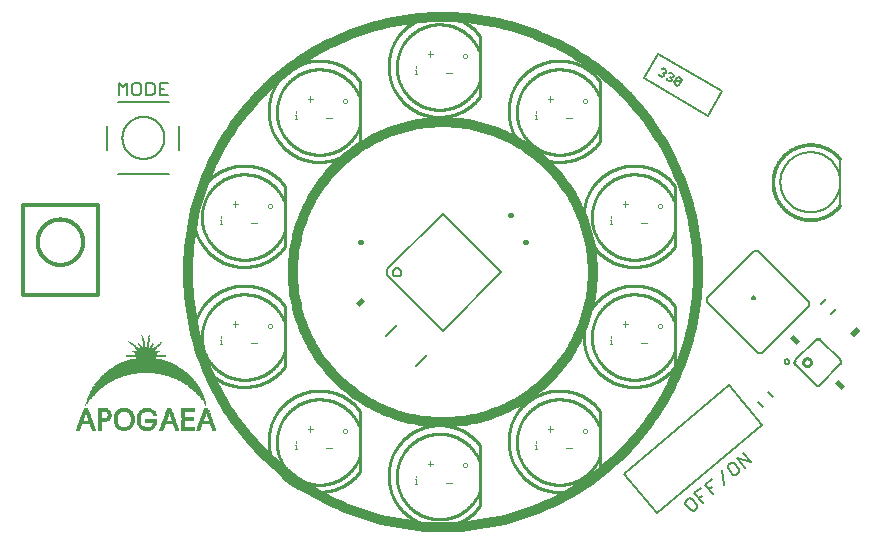
<source format=gto>
G75*
%MOIN*%
%OFA0B0*%
%FSLAX25Y25*%
%IPPOS*%
%LPD*%
%AMOC8*
5,1,8,0,0,1.08239X$1,22.5*
%
%ADD10C,0.03200*%
%ADD11C,0.00800*%
%ADD12C,0.00300*%
%ADD13C,0.00200*%
%ADD14C,0.01000*%
%ADD15C,0.00100*%
%ADD16C,0.00600*%
%ADD17C,0.00500*%
%ADD18C,0.01200*%
%ADD19R,0.01600X0.02800*%
%ADD20C,0.01600*%
%ADD21C,0.00060*%
%ADD22R,0.01800X0.03000*%
%ADD23R,0.00625X0.00125*%
%ADD24R,0.01375X0.00125*%
%ADD25R,0.01250X0.00125*%
%ADD26R,0.02250X0.00125*%
%ADD27R,0.02375X0.00125*%
%ADD28R,0.04375X0.00125*%
%ADD29R,0.02750X0.00125*%
%ADD30R,0.02875X0.00125*%
%ADD31R,0.03500X0.00125*%
%ADD32R,0.04000X0.00125*%
%ADD33R,0.04250X0.00125*%
%ADD34R,0.04500X0.00125*%
%ADD35R,0.04625X0.00125*%
%ADD36R,0.04750X0.00125*%
%ADD37R,0.05125X0.00125*%
%ADD38R,0.02000X0.00125*%
%ADD39R,0.01875X0.00125*%
%ADD40R,0.01125X0.00125*%
%ADD41R,0.01750X0.00125*%
%ADD42R,0.01625X0.00125*%
%ADD43R,0.01500X0.00125*%
%ADD44R,0.05000X0.00125*%
%ADD45R,0.04875X0.00125*%
%ADD46R,0.02500X0.00125*%
%ADD47R,0.03000X0.00125*%
%ADD48R,0.03375X0.00125*%
%ADD49R,0.03750X0.00125*%
%ADD50R,0.04125X0.00125*%
%ADD51R,0.02125X0.00125*%
%ADD52R,0.05250X0.00125*%
%ADD53R,0.03875X0.00125*%
%ADD54R,0.03625X0.00125*%
%ADD55R,0.03125X0.00125*%
%ADD56R,0.01000X0.00125*%
%ADD57R,0.00125X0.00125*%
%ADD58R,0.00250X0.00125*%
%ADD59R,0.00375X0.00125*%
%ADD60R,0.00500X0.00125*%
%ADD61R,0.00750X0.00125*%
%ADD62R,0.00875X0.00125*%
%ADD63R,0.02625X0.00125*%
%ADD64R,0.03250X0.00125*%
%ADD65R,0.05500X0.00125*%
%ADD66R,0.05625X0.00125*%
%ADD67R,0.05750X0.00125*%
%ADD68R,0.06125X0.00125*%
%ADD69R,0.06000X0.00125*%
%ADD70R,0.06375X0.00125*%
%ADD71R,0.06500X0.00125*%
%ADD72R,0.06750X0.00125*%
%ADD73R,0.06625X0.00125*%
%ADD74R,0.06875X0.00125*%
%ADD75R,0.07125X0.00125*%
%ADD76R,0.07250X0.00125*%
%ADD77R,0.07375X0.00125*%
%ADD78R,0.07625X0.00125*%
%ADD79R,0.07750X0.00125*%
%ADD80R,0.08125X0.00125*%
%ADD81R,0.08000X0.00125*%
%ADD82R,0.08250X0.00125*%
%ADD83R,0.08875X0.00125*%
%ADD84R,0.09000X0.00125*%
%ADD85R,0.09125X0.00125*%
%ADD86R,0.09750X0.00125*%
%ADD87R,0.10875X0.00125*%
%ADD88R,0.10750X0.00125*%
%ADD89R,0.11625X0.00125*%
%ADD90R,0.11500X0.00125*%
%ADD91R,0.26875X0.00125*%
%ADD92R,0.26625X0.00125*%
%ADD93R,0.26250X0.00125*%
%ADD94R,0.25875X0.00125*%
%ADD95R,0.25625X0.00125*%
%ADD96R,0.25250X0.00125*%
%ADD97R,0.25000X0.00125*%
%ADD98R,0.24625X0.00125*%
%ADD99R,0.24125X0.00125*%
%ADD100R,0.23875X0.00125*%
%ADD101R,0.23500X0.00125*%
%ADD102R,0.23375X0.00125*%
%ADD103R,0.22875X0.00125*%
%ADD104R,0.22250X0.00125*%
%ADD105R,0.22125X0.00125*%
%ADD106R,0.21625X0.00125*%
%ADD107R,0.21250X0.00125*%
%ADD108R,0.20875X0.00125*%
%ADD109R,0.20375X0.00125*%
%ADD110R,0.19875X0.00125*%
%ADD111R,0.19375X0.00125*%
%ADD112R,0.19125X0.00125*%
%ADD113R,0.18375X0.00125*%
%ADD114R,0.17875X0.00125*%
%ADD115R,0.17500X0.00125*%
%ADD116R,0.16625X0.00125*%
%ADD117R,0.16375X0.00125*%
%ADD118R,0.15750X0.00125*%
%ADD119R,0.14875X0.00125*%
%ADD120R,0.14375X0.00125*%
%ADD121R,0.13500X0.00125*%
%ADD122R,0.12875X0.00125*%
%ADD123R,0.12125X0.00125*%
%ADD124R,0.10375X0.00125*%
%ADD125R,0.08375X0.00125*%
%ADD126R,0.06250X0.00125*%
%ADD127R,0.05875X0.00125*%
%ADD128R,0.05375X0.00125*%
%ADD129R,0.13125X0.00125*%
%ADD130R,0.13625X0.00125*%
%ADD131R,0.07500X0.00125*%
%ADD132R,0.07875X0.00125*%
D10*
X0121500Y0161300D02*
X0121515Y0162527D01*
X0121560Y0163753D01*
X0121635Y0164978D01*
X0121741Y0166201D01*
X0121876Y0167421D01*
X0122041Y0168637D01*
X0122236Y0169848D01*
X0122461Y0171055D01*
X0122715Y0172255D01*
X0122998Y0173449D01*
X0123311Y0174636D01*
X0123653Y0175814D01*
X0124024Y0176984D01*
X0124423Y0178144D01*
X0124850Y0179295D01*
X0125306Y0180434D01*
X0125790Y0181562D01*
X0126301Y0182678D01*
X0126839Y0183781D01*
X0127404Y0184870D01*
X0127996Y0185945D01*
X0128614Y0187005D01*
X0129257Y0188050D01*
X0129927Y0189079D01*
X0130621Y0190090D01*
X0131340Y0191085D01*
X0132083Y0192062D01*
X0132849Y0193020D01*
X0133640Y0193959D01*
X0134452Y0194878D01*
X0135288Y0195777D01*
X0136145Y0196655D01*
X0137023Y0197512D01*
X0137922Y0198348D01*
X0138841Y0199160D01*
X0139780Y0199951D01*
X0140738Y0200717D01*
X0141715Y0201460D01*
X0142710Y0202179D01*
X0143721Y0202873D01*
X0144750Y0203543D01*
X0145795Y0204186D01*
X0146855Y0204804D01*
X0147930Y0205396D01*
X0149019Y0205961D01*
X0150122Y0206499D01*
X0151238Y0207010D01*
X0152366Y0207494D01*
X0153505Y0207950D01*
X0154656Y0208377D01*
X0155816Y0208776D01*
X0156986Y0209147D01*
X0158164Y0209489D01*
X0159351Y0209802D01*
X0160545Y0210085D01*
X0161745Y0210339D01*
X0162952Y0210564D01*
X0164163Y0210759D01*
X0165379Y0210924D01*
X0166599Y0211059D01*
X0167822Y0211165D01*
X0169047Y0211240D01*
X0170273Y0211285D01*
X0171500Y0211300D01*
X0172727Y0211285D01*
X0173953Y0211240D01*
X0175178Y0211165D01*
X0176401Y0211059D01*
X0177621Y0210924D01*
X0178837Y0210759D01*
X0180048Y0210564D01*
X0181255Y0210339D01*
X0182455Y0210085D01*
X0183649Y0209802D01*
X0184836Y0209489D01*
X0186014Y0209147D01*
X0187184Y0208776D01*
X0188344Y0208377D01*
X0189495Y0207950D01*
X0190634Y0207494D01*
X0191762Y0207010D01*
X0192878Y0206499D01*
X0193981Y0205961D01*
X0195070Y0205396D01*
X0196145Y0204804D01*
X0197205Y0204186D01*
X0198250Y0203543D01*
X0199279Y0202873D01*
X0200290Y0202179D01*
X0201285Y0201460D01*
X0202262Y0200717D01*
X0203220Y0199951D01*
X0204159Y0199160D01*
X0205078Y0198348D01*
X0205977Y0197512D01*
X0206855Y0196655D01*
X0207712Y0195777D01*
X0208548Y0194878D01*
X0209360Y0193959D01*
X0210151Y0193020D01*
X0210917Y0192062D01*
X0211660Y0191085D01*
X0212379Y0190090D01*
X0213073Y0189079D01*
X0213743Y0188050D01*
X0214386Y0187005D01*
X0215004Y0185945D01*
X0215596Y0184870D01*
X0216161Y0183781D01*
X0216699Y0182678D01*
X0217210Y0181562D01*
X0217694Y0180434D01*
X0218150Y0179295D01*
X0218577Y0178144D01*
X0218976Y0176984D01*
X0219347Y0175814D01*
X0219689Y0174636D01*
X0220002Y0173449D01*
X0220285Y0172255D01*
X0220539Y0171055D01*
X0220764Y0169848D01*
X0220959Y0168637D01*
X0221124Y0167421D01*
X0221259Y0166201D01*
X0221365Y0164978D01*
X0221440Y0163753D01*
X0221485Y0162527D01*
X0221500Y0161300D01*
X0221485Y0160073D01*
X0221440Y0158847D01*
X0221365Y0157622D01*
X0221259Y0156399D01*
X0221124Y0155179D01*
X0220959Y0153963D01*
X0220764Y0152752D01*
X0220539Y0151545D01*
X0220285Y0150345D01*
X0220002Y0149151D01*
X0219689Y0147964D01*
X0219347Y0146786D01*
X0218976Y0145616D01*
X0218577Y0144456D01*
X0218150Y0143305D01*
X0217694Y0142166D01*
X0217210Y0141038D01*
X0216699Y0139922D01*
X0216161Y0138819D01*
X0215596Y0137730D01*
X0215004Y0136655D01*
X0214386Y0135595D01*
X0213743Y0134550D01*
X0213073Y0133521D01*
X0212379Y0132510D01*
X0211660Y0131515D01*
X0210917Y0130538D01*
X0210151Y0129580D01*
X0209360Y0128641D01*
X0208548Y0127722D01*
X0207712Y0126823D01*
X0206855Y0125945D01*
X0205977Y0125088D01*
X0205078Y0124252D01*
X0204159Y0123440D01*
X0203220Y0122649D01*
X0202262Y0121883D01*
X0201285Y0121140D01*
X0200290Y0120421D01*
X0199279Y0119727D01*
X0198250Y0119057D01*
X0197205Y0118414D01*
X0196145Y0117796D01*
X0195070Y0117204D01*
X0193981Y0116639D01*
X0192878Y0116101D01*
X0191762Y0115590D01*
X0190634Y0115106D01*
X0189495Y0114650D01*
X0188344Y0114223D01*
X0187184Y0113824D01*
X0186014Y0113453D01*
X0184836Y0113111D01*
X0183649Y0112798D01*
X0182455Y0112515D01*
X0181255Y0112261D01*
X0180048Y0112036D01*
X0178837Y0111841D01*
X0177621Y0111676D01*
X0176401Y0111541D01*
X0175178Y0111435D01*
X0173953Y0111360D01*
X0172727Y0111315D01*
X0171500Y0111300D01*
X0170273Y0111315D01*
X0169047Y0111360D01*
X0167822Y0111435D01*
X0166599Y0111541D01*
X0165379Y0111676D01*
X0164163Y0111841D01*
X0162952Y0112036D01*
X0161745Y0112261D01*
X0160545Y0112515D01*
X0159351Y0112798D01*
X0158164Y0113111D01*
X0156986Y0113453D01*
X0155816Y0113824D01*
X0154656Y0114223D01*
X0153505Y0114650D01*
X0152366Y0115106D01*
X0151238Y0115590D01*
X0150122Y0116101D01*
X0149019Y0116639D01*
X0147930Y0117204D01*
X0146855Y0117796D01*
X0145795Y0118414D01*
X0144750Y0119057D01*
X0143721Y0119727D01*
X0142710Y0120421D01*
X0141715Y0121140D01*
X0140738Y0121883D01*
X0139780Y0122649D01*
X0138841Y0123440D01*
X0137922Y0124252D01*
X0137023Y0125088D01*
X0136145Y0125945D01*
X0135288Y0126823D01*
X0134452Y0127722D01*
X0133640Y0128641D01*
X0132849Y0129580D01*
X0132083Y0130538D01*
X0131340Y0131515D01*
X0130621Y0132510D01*
X0129927Y0133521D01*
X0129257Y0134550D01*
X0128614Y0135595D01*
X0127996Y0136655D01*
X0127404Y0137730D01*
X0126839Y0138819D01*
X0126301Y0139922D01*
X0125790Y0141038D01*
X0125306Y0142166D01*
X0124850Y0143305D01*
X0124423Y0144456D01*
X0124024Y0145616D01*
X0123653Y0146786D01*
X0123311Y0147964D01*
X0122998Y0149151D01*
X0122715Y0150345D01*
X0122461Y0151545D01*
X0122236Y0152752D01*
X0122041Y0153963D01*
X0121876Y0155179D01*
X0121741Y0156399D01*
X0121635Y0157622D01*
X0121560Y0158847D01*
X0121515Y0160073D01*
X0121500Y0161300D01*
X0086494Y0161300D02*
X0086520Y0163386D01*
X0086596Y0165471D01*
X0086724Y0167553D01*
X0086903Y0169632D01*
X0087133Y0171706D01*
X0087414Y0173773D01*
X0087745Y0175833D01*
X0088127Y0177884D01*
X0088559Y0179925D01*
X0089042Y0181955D01*
X0089573Y0183972D01*
X0090154Y0185976D01*
X0090784Y0187965D01*
X0091463Y0189938D01*
X0092190Y0191893D01*
X0092965Y0193830D01*
X0093787Y0195748D01*
X0094655Y0197645D01*
X0095571Y0199520D01*
X0096531Y0201372D01*
X0097537Y0203199D01*
X0098588Y0205002D01*
X0099682Y0206778D01*
X0100820Y0208527D01*
X0102000Y0210247D01*
X0103223Y0211938D01*
X0104486Y0213598D01*
X0105789Y0215227D01*
X0107133Y0216824D01*
X0108515Y0218387D01*
X0109935Y0219915D01*
X0111392Y0221408D01*
X0112885Y0222865D01*
X0114413Y0224285D01*
X0115976Y0225667D01*
X0117573Y0227011D01*
X0119202Y0228314D01*
X0120862Y0229577D01*
X0122553Y0230800D01*
X0124273Y0231980D01*
X0126022Y0233118D01*
X0127798Y0234212D01*
X0129601Y0235263D01*
X0131428Y0236269D01*
X0133280Y0237229D01*
X0135155Y0238145D01*
X0137052Y0239013D01*
X0138970Y0239835D01*
X0140907Y0240610D01*
X0142862Y0241337D01*
X0144835Y0242016D01*
X0146824Y0242646D01*
X0148828Y0243227D01*
X0150845Y0243758D01*
X0152875Y0244241D01*
X0154916Y0244673D01*
X0156967Y0245055D01*
X0159027Y0245386D01*
X0161094Y0245667D01*
X0163168Y0245897D01*
X0165247Y0246076D01*
X0167329Y0246204D01*
X0169414Y0246280D01*
X0171500Y0246306D01*
X0173586Y0246280D01*
X0175671Y0246204D01*
X0177753Y0246076D01*
X0179832Y0245897D01*
X0181906Y0245667D01*
X0183973Y0245386D01*
X0186033Y0245055D01*
X0188084Y0244673D01*
X0190125Y0244241D01*
X0192155Y0243758D01*
X0194172Y0243227D01*
X0196176Y0242646D01*
X0198165Y0242016D01*
X0200138Y0241337D01*
X0202093Y0240610D01*
X0204030Y0239835D01*
X0205948Y0239013D01*
X0207845Y0238145D01*
X0209720Y0237229D01*
X0211572Y0236269D01*
X0213399Y0235263D01*
X0215202Y0234212D01*
X0216978Y0233118D01*
X0218727Y0231980D01*
X0220447Y0230800D01*
X0222138Y0229577D01*
X0223798Y0228314D01*
X0225427Y0227011D01*
X0227024Y0225667D01*
X0228587Y0224285D01*
X0230115Y0222865D01*
X0231608Y0221408D01*
X0233065Y0219915D01*
X0234485Y0218387D01*
X0235867Y0216824D01*
X0237211Y0215227D01*
X0238514Y0213598D01*
X0239777Y0211938D01*
X0241000Y0210247D01*
X0242180Y0208527D01*
X0243318Y0206778D01*
X0244412Y0205002D01*
X0245463Y0203199D01*
X0246469Y0201372D01*
X0247429Y0199520D01*
X0248345Y0197645D01*
X0249213Y0195748D01*
X0250035Y0193830D01*
X0250810Y0191893D01*
X0251537Y0189938D01*
X0252216Y0187965D01*
X0252846Y0185976D01*
X0253427Y0183972D01*
X0253958Y0181955D01*
X0254441Y0179925D01*
X0254873Y0177884D01*
X0255255Y0175833D01*
X0255586Y0173773D01*
X0255867Y0171706D01*
X0256097Y0169632D01*
X0256276Y0167553D01*
X0256404Y0165471D01*
X0256480Y0163386D01*
X0256506Y0161300D01*
X0256480Y0159214D01*
X0256404Y0157129D01*
X0256276Y0155047D01*
X0256097Y0152968D01*
X0255867Y0150894D01*
X0255586Y0148827D01*
X0255255Y0146767D01*
X0254873Y0144716D01*
X0254441Y0142675D01*
X0253958Y0140645D01*
X0253427Y0138628D01*
X0252846Y0136624D01*
X0252216Y0134635D01*
X0251537Y0132662D01*
X0250810Y0130707D01*
X0250035Y0128770D01*
X0249213Y0126852D01*
X0248345Y0124955D01*
X0247429Y0123080D01*
X0246469Y0121228D01*
X0245463Y0119401D01*
X0244412Y0117598D01*
X0243318Y0115822D01*
X0242180Y0114073D01*
X0241000Y0112353D01*
X0239777Y0110662D01*
X0238514Y0109002D01*
X0237211Y0107373D01*
X0235867Y0105776D01*
X0234485Y0104213D01*
X0233065Y0102685D01*
X0231608Y0101192D01*
X0230115Y0099735D01*
X0228587Y0098315D01*
X0227024Y0096933D01*
X0225427Y0095589D01*
X0223798Y0094286D01*
X0222138Y0093023D01*
X0220447Y0091800D01*
X0218727Y0090620D01*
X0216978Y0089482D01*
X0215202Y0088388D01*
X0213399Y0087337D01*
X0211572Y0086331D01*
X0209720Y0085371D01*
X0207845Y0084455D01*
X0205948Y0083587D01*
X0204030Y0082765D01*
X0202093Y0081990D01*
X0200138Y0081263D01*
X0198165Y0080584D01*
X0196176Y0079954D01*
X0194172Y0079373D01*
X0192155Y0078842D01*
X0190125Y0078359D01*
X0188084Y0077927D01*
X0186033Y0077545D01*
X0183973Y0077214D01*
X0181906Y0076933D01*
X0179832Y0076703D01*
X0177753Y0076524D01*
X0175671Y0076396D01*
X0173586Y0076320D01*
X0171500Y0076294D01*
X0169414Y0076320D01*
X0167329Y0076396D01*
X0165247Y0076524D01*
X0163168Y0076703D01*
X0161094Y0076933D01*
X0159027Y0077214D01*
X0156967Y0077545D01*
X0154916Y0077927D01*
X0152875Y0078359D01*
X0150845Y0078842D01*
X0148828Y0079373D01*
X0146824Y0079954D01*
X0144835Y0080584D01*
X0142862Y0081263D01*
X0140907Y0081990D01*
X0138970Y0082765D01*
X0137052Y0083587D01*
X0135155Y0084455D01*
X0133280Y0085371D01*
X0131428Y0086331D01*
X0129601Y0087337D01*
X0127798Y0088388D01*
X0126022Y0089482D01*
X0124273Y0090620D01*
X0122553Y0091800D01*
X0120862Y0093023D01*
X0119202Y0094286D01*
X0117573Y0095589D01*
X0115976Y0096933D01*
X0114413Y0098315D01*
X0112885Y0099735D01*
X0111392Y0101192D01*
X0109935Y0102685D01*
X0108515Y0104213D01*
X0107133Y0105776D01*
X0105789Y0107373D01*
X0104486Y0109002D01*
X0103223Y0110662D01*
X0102000Y0112353D01*
X0100820Y0114073D01*
X0099682Y0115822D01*
X0098588Y0117598D01*
X0097537Y0119401D01*
X0096531Y0121228D01*
X0095571Y0123080D01*
X0094655Y0124955D01*
X0093787Y0126852D01*
X0092965Y0128770D01*
X0092190Y0130707D01*
X0091463Y0132662D01*
X0090784Y0134635D01*
X0090154Y0136624D01*
X0089573Y0138628D01*
X0089042Y0140645D01*
X0088559Y0142675D01*
X0088127Y0144716D01*
X0087745Y0146767D01*
X0087414Y0148827D01*
X0087133Y0150894D01*
X0086903Y0152968D01*
X0086724Y0155047D01*
X0086596Y0157129D01*
X0086520Y0159214D01*
X0086494Y0161300D01*
D11*
X0080200Y0194100D02*
X0063200Y0194100D01*
X0059700Y0202171D02*
X0059700Y0210100D01*
X0063200Y0218100D02*
X0080200Y0218100D01*
X0080014Y0220200D02*
X0077212Y0220200D01*
X0077212Y0224404D01*
X0080014Y0224404D01*
X0078613Y0222302D02*
X0077212Y0222302D01*
X0075410Y0223703D02*
X0074710Y0224404D01*
X0072608Y0224404D01*
X0072608Y0220200D01*
X0074710Y0220200D01*
X0075410Y0220901D01*
X0075410Y0223703D01*
X0070806Y0223703D02*
X0070806Y0220901D01*
X0070106Y0220200D01*
X0068705Y0220200D01*
X0068004Y0220901D01*
X0068004Y0223703D01*
X0068705Y0224404D01*
X0070106Y0224404D01*
X0070806Y0223703D01*
X0066202Y0224404D02*
X0066202Y0220200D01*
X0063400Y0220200D02*
X0063400Y0224404D01*
X0064801Y0223002D01*
X0066202Y0224404D01*
X0083700Y0210100D02*
X0083700Y0202053D01*
X0064700Y0206100D02*
X0064702Y0206272D01*
X0064708Y0206443D01*
X0064719Y0206615D01*
X0064734Y0206786D01*
X0064753Y0206957D01*
X0064776Y0207127D01*
X0064803Y0207297D01*
X0064835Y0207466D01*
X0064870Y0207634D01*
X0064910Y0207801D01*
X0064954Y0207967D01*
X0065001Y0208132D01*
X0065053Y0208296D01*
X0065109Y0208458D01*
X0065169Y0208619D01*
X0065233Y0208779D01*
X0065301Y0208937D01*
X0065372Y0209093D01*
X0065447Y0209247D01*
X0065527Y0209400D01*
X0065609Y0209550D01*
X0065696Y0209699D01*
X0065786Y0209845D01*
X0065880Y0209989D01*
X0065977Y0210131D01*
X0066078Y0210270D01*
X0066182Y0210407D01*
X0066289Y0210541D01*
X0066400Y0210672D01*
X0066513Y0210801D01*
X0066630Y0210927D01*
X0066750Y0211050D01*
X0066873Y0211170D01*
X0066999Y0211287D01*
X0067128Y0211400D01*
X0067259Y0211511D01*
X0067393Y0211618D01*
X0067530Y0211722D01*
X0067669Y0211823D01*
X0067811Y0211920D01*
X0067955Y0212014D01*
X0068101Y0212104D01*
X0068250Y0212191D01*
X0068400Y0212273D01*
X0068553Y0212353D01*
X0068707Y0212428D01*
X0068863Y0212499D01*
X0069021Y0212567D01*
X0069181Y0212631D01*
X0069342Y0212691D01*
X0069504Y0212747D01*
X0069668Y0212799D01*
X0069833Y0212846D01*
X0069999Y0212890D01*
X0070166Y0212930D01*
X0070334Y0212965D01*
X0070503Y0212997D01*
X0070673Y0213024D01*
X0070843Y0213047D01*
X0071014Y0213066D01*
X0071185Y0213081D01*
X0071357Y0213092D01*
X0071528Y0213098D01*
X0071700Y0213100D01*
X0071872Y0213098D01*
X0072043Y0213092D01*
X0072215Y0213081D01*
X0072386Y0213066D01*
X0072557Y0213047D01*
X0072727Y0213024D01*
X0072897Y0212997D01*
X0073066Y0212965D01*
X0073234Y0212930D01*
X0073401Y0212890D01*
X0073567Y0212846D01*
X0073732Y0212799D01*
X0073896Y0212747D01*
X0074058Y0212691D01*
X0074219Y0212631D01*
X0074379Y0212567D01*
X0074537Y0212499D01*
X0074693Y0212428D01*
X0074847Y0212353D01*
X0075000Y0212273D01*
X0075150Y0212191D01*
X0075299Y0212104D01*
X0075445Y0212014D01*
X0075589Y0211920D01*
X0075731Y0211823D01*
X0075870Y0211722D01*
X0076007Y0211618D01*
X0076141Y0211511D01*
X0076272Y0211400D01*
X0076401Y0211287D01*
X0076527Y0211170D01*
X0076650Y0211050D01*
X0076770Y0210927D01*
X0076887Y0210801D01*
X0077000Y0210672D01*
X0077111Y0210541D01*
X0077218Y0210407D01*
X0077322Y0210270D01*
X0077423Y0210131D01*
X0077520Y0209989D01*
X0077614Y0209845D01*
X0077704Y0209699D01*
X0077791Y0209550D01*
X0077873Y0209400D01*
X0077953Y0209247D01*
X0078028Y0209093D01*
X0078099Y0208937D01*
X0078167Y0208779D01*
X0078231Y0208619D01*
X0078291Y0208458D01*
X0078347Y0208296D01*
X0078399Y0208132D01*
X0078446Y0207967D01*
X0078490Y0207801D01*
X0078530Y0207634D01*
X0078565Y0207466D01*
X0078597Y0207297D01*
X0078624Y0207127D01*
X0078647Y0206957D01*
X0078666Y0206786D01*
X0078681Y0206615D01*
X0078692Y0206443D01*
X0078698Y0206272D01*
X0078700Y0206100D01*
X0078698Y0205928D01*
X0078692Y0205757D01*
X0078681Y0205585D01*
X0078666Y0205414D01*
X0078647Y0205243D01*
X0078624Y0205073D01*
X0078597Y0204903D01*
X0078565Y0204734D01*
X0078530Y0204566D01*
X0078490Y0204399D01*
X0078446Y0204233D01*
X0078399Y0204068D01*
X0078347Y0203904D01*
X0078291Y0203742D01*
X0078231Y0203581D01*
X0078167Y0203421D01*
X0078099Y0203263D01*
X0078028Y0203107D01*
X0077953Y0202953D01*
X0077873Y0202800D01*
X0077791Y0202650D01*
X0077704Y0202501D01*
X0077614Y0202355D01*
X0077520Y0202211D01*
X0077423Y0202069D01*
X0077322Y0201930D01*
X0077218Y0201793D01*
X0077111Y0201659D01*
X0077000Y0201528D01*
X0076887Y0201399D01*
X0076770Y0201273D01*
X0076650Y0201150D01*
X0076527Y0201030D01*
X0076401Y0200913D01*
X0076272Y0200800D01*
X0076141Y0200689D01*
X0076007Y0200582D01*
X0075870Y0200478D01*
X0075731Y0200377D01*
X0075589Y0200280D01*
X0075445Y0200186D01*
X0075299Y0200096D01*
X0075150Y0200009D01*
X0075000Y0199927D01*
X0074847Y0199847D01*
X0074693Y0199772D01*
X0074537Y0199701D01*
X0074379Y0199633D01*
X0074219Y0199569D01*
X0074058Y0199509D01*
X0073896Y0199453D01*
X0073732Y0199401D01*
X0073567Y0199354D01*
X0073401Y0199310D01*
X0073234Y0199270D01*
X0073066Y0199235D01*
X0072897Y0199203D01*
X0072727Y0199176D01*
X0072557Y0199153D01*
X0072386Y0199134D01*
X0072215Y0199119D01*
X0072043Y0199108D01*
X0071872Y0199102D01*
X0071700Y0199100D01*
X0071528Y0199102D01*
X0071357Y0199108D01*
X0071185Y0199119D01*
X0071014Y0199134D01*
X0070843Y0199153D01*
X0070673Y0199176D01*
X0070503Y0199203D01*
X0070334Y0199235D01*
X0070166Y0199270D01*
X0069999Y0199310D01*
X0069833Y0199354D01*
X0069668Y0199401D01*
X0069504Y0199453D01*
X0069342Y0199509D01*
X0069181Y0199569D01*
X0069021Y0199633D01*
X0068863Y0199701D01*
X0068707Y0199772D01*
X0068553Y0199847D01*
X0068400Y0199927D01*
X0068250Y0200009D01*
X0068101Y0200096D01*
X0067955Y0200186D01*
X0067811Y0200280D01*
X0067669Y0200377D01*
X0067530Y0200478D01*
X0067393Y0200582D01*
X0067259Y0200689D01*
X0067128Y0200800D01*
X0066999Y0200913D01*
X0066873Y0201030D01*
X0066750Y0201150D01*
X0066630Y0201273D01*
X0066513Y0201399D01*
X0066400Y0201528D01*
X0066289Y0201659D01*
X0066182Y0201793D01*
X0066078Y0201930D01*
X0065977Y0202069D01*
X0065880Y0202211D01*
X0065786Y0202355D01*
X0065696Y0202501D01*
X0065609Y0202650D01*
X0065527Y0202800D01*
X0065447Y0202953D01*
X0065372Y0203107D01*
X0065301Y0203263D01*
X0065233Y0203421D01*
X0065169Y0203581D01*
X0065109Y0203742D01*
X0065053Y0203904D01*
X0065001Y0204068D01*
X0064954Y0204233D01*
X0064910Y0204399D01*
X0064870Y0204566D01*
X0064835Y0204734D01*
X0064803Y0204903D01*
X0064776Y0205073D01*
X0064753Y0205243D01*
X0064734Y0205414D01*
X0064719Y0205585D01*
X0064708Y0205757D01*
X0064702Y0205928D01*
X0064700Y0206100D01*
X0152679Y0140001D02*
X0156299Y0143621D01*
X0166321Y0133599D02*
X0162701Y0129979D01*
X0231958Y0094144D02*
X0242967Y0081025D01*
X0278042Y0110456D01*
X0267033Y0123575D01*
X0231958Y0094144D01*
X0252384Y0085034D02*
X0252298Y0084047D01*
X0254099Y0081900D01*
X0255086Y0081814D01*
X0256159Y0082715D01*
X0256246Y0083702D01*
X0254444Y0085848D01*
X0253457Y0085935D01*
X0252384Y0085034D01*
X0255374Y0087543D02*
X0257521Y0089344D01*
X0258901Y0090502D02*
X0261048Y0092304D01*
X0261325Y0089793D02*
X0260252Y0088892D01*
X0261603Y0087282D02*
X0258901Y0090502D01*
X0257798Y0086834D02*
X0256725Y0085933D01*
X0258076Y0084323D02*
X0255374Y0087543D01*
X0265130Y0090242D02*
X0264574Y0095263D01*
X0266405Y0095884D02*
X0268206Y0093738D01*
X0269193Y0093651D01*
X0270267Y0094552D01*
X0270353Y0095539D01*
X0268552Y0097686D01*
X0267565Y0097772D01*
X0266491Y0096871D01*
X0266405Y0095884D01*
X0269481Y0099380D02*
X0274330Y0097962D01*
X0271628Y0101182D01*
X0269481Y0099380D02*
X0272183Y0096160D01*
X0276500Y0134329D02*
X0277914Y0134329D01*
X0293471Y0149886D01*
X0293471Y0151300D01*
X0276500Y0168271D01*
X0275086Y0168271D01*
X0259529Y0152714D01*
X0259529Y0151300D01*
X0260237Y0150593D01*
X0276500Y0134329D01*
X0274586Y0152714D02*
X0274588Y0152758D01*
X0274594Y0152802D01*
X0274604Y0152845D01*
X0274617Y0152887D01*
X0274634Y0152928D01*
X0274655Y0152967D01*
X0274679Y0153004D01*
X0274706Y0153039D01*
X0274736Y0153071D01*
X0274769Y0153101D01*
X0274805Y0153127D01*
X0274842Y0153151D01*
X0274882Y0153170D01*
X0274923Y0153187D01*
X0274966Y0153199D01*
X0275009Y0153208D01*
X0275053Y0153213D01*
X0275097Y0153214D01*
X0275141Y0153211D01*
X0275185Y0153204D01*
X0275228Y0153193D01*
X0275270Y0153179D01*
X0275310Y0153161D01*
X0275349Y0153139D01*
X0275385Y0153115D01*
X0275419Y0153087D01*
X0275451Y0153056D01*
X0275480Y0153022D01*
X0275506Y0152986D01*
X0275528Y0152948D01*
X0275547Y0152908D01*
X0275562Y0152866D01*
X0275574Y0152824D01*
X0275582Y0152780D01*
X0275586Y0152736D01*
X0275586Y0152692D01*
X0275582Y0152648D01*
X0275574Y0152604D01*
X0275562Y0152562D01*
X0275547Y0152520D01*
X0275528Y0152480D01*
X0275506Y0152442D01*
X0275480Y0152406D01*
X0275451Y0152372D01*
X0275419Y0152341D01*
X0275385Y0152313D01*
X0275349Y0152289D01*
X0275310Y0152267D01*
X0275270Y0152249D01*
X0275228Y0152235D01*
X0275185Y0152224D01*
X0275141Y0152217D01*
X0275097Y0152214D01*
X0275053Y0152215D01*
X0275009Y0152220D01*
X0274966Y0152229D01*
X0274923Y0152241D01*
X0274882Y0152258D01*
X0274842Y0152277D01*
X0274805Y0152301D01*
X0274769Y0152327D01*
X0274736Y0152357D01*
X0274706Y0152389D01*
X0274679Y0152424D01*
X0274655Y0152461D01*
X0274634Y0152500D01*
X0274617Y0152541D01*
X0274604Y0152583D01*
X0274594Y0152626D01*
X0274588Y0152670D01*
X0274586Y0152714D01*
X0304000Y0183800D02*
X0304000Y0198800D01*
X0264602Y0221691D02*
X0259878Y0213508D01*
X0238398Y0225909D01*
X0243122Y0234092D01*
X0264602Y0221691D01*
D12*
X0232371Y0184969D02*
X0232371Y0183034D01*
X0233338Y0184001D02*
X0231403Y0184001D01*
X0237703Y0177601D02*
X0239638Y0177601D01*
X0232371Y0144969D02*
X0232371Y0143034D01*
X0233338Y0144001D02*
X0231403Y0144001D01*
X0237703Y0137601D02*
X0239638Y0137601D01*
X0208338Y0109001D02*
X0206403Y0109001D01*
X0207371Y0109969D02*
X0207371Y0108034D01*
X0212703Y0102601D02*
X0214638Y0102601D01*
X0174638Y0091101D02*
X0172703Y0091101D01*
X0167371Y0096534D02*
X0167371Y0098469D01*
X0166403Y0097501D02*
X0168338Y0097501D01*
X0134638Y0102601D02*
X0132703Y0102601D01*
X0127371Y0108034D02*
X0127371Y0109969D01*
X0126403Y0109001D02*
X0128338Y0109001D01*
X0109638Y0137601D02*
X0107703Y0137601D01*
X0102371Y0143034D02*
X0102371Y0144969D01*
X0101403Y0144001D02*
X0103338Y0144001D01*
X0107703Y0177601D02*
X0109638Y0177601D01*
X0103338Y0184001D02*
X0101403Y0184001D01*
X0102371Y0184969D02*
X0102371Y0183034D01*
X0132703Y0212601D02*
X0134638Y0212601D01*
X0128338Y0219001D02*
X0126403Y0219001D01*
X0127371Y0219969D02*
X0127371Y0218034D01*
X0166403Y0234001D02*
X0168338Y0234001D01*
X0167371Y0233034D02*
X0167371Y0234969D01*
X0172703Y0227601D02*
X0174638Y0227601D01*
X0206403Y0219001D02*
X0208338Y0219001D01*
X0207371Y0218034D02*
X0207371Y0219969D01*
X0212703Y0212601D02*
X0214638Y0212601D01*
D13*
X0122961Y0102300D02*
X0122227Y0102300D01*
X0122594Y0102300D02*
X0122594Y0103768D01*
X0122227Y0103768D01*
X0122594Y0104502D02*
X0122594Y0104869D01*
X0138190Y0108067D02*
X0138557Y0107700D01*
X0139291Y0107700D01*
X0139658Y0108067D01*
X0139658Y0108801D01*
X0139291Y0109168D01*
X0138557Y0109168D01*
X0138190Y0108801D01*
X0138190Y0108067D01*
X0162594Y0093369D02*
X0162594Y0093002D01*
X0162594Y0092268D02*
X0162594Y0090800D01*
X0162227Y0090800D02*
X0162961Y0090800D01*
X0162594Y0092268D02*
X0162227Y0092268D01*
X0178190Y0096567D02*
X0178557Y0096200D01*
X0179291Y0096200D01*
X0179658Y0096567D01*
X0179658Y0097301D01*
X0179291Y0097668D01*
X0178557Y0097668D01*
X0178190Y0097301D01*
X0178190Y0096567D01*
X0202227Y0102300D02*
X0202961Y0102300D01*
X0202594Y0102300D02*
X0202594Y0103768D01*
X0202227Y0103768D01*
X0202594Y0104502D02*
X0202594Y0104869D01*
X0218190Y0108067D02*
X0218557Y0107700D01*
X0219291Y0107700D01*
X0219658Y0108067D01*
X0219658Y0108801D01*
X0219291Y0109168D01*
X0218557Y0109168D01*
X0218190Y0108801D01*
X0218190Y0108067D01*
X0227227Y0137300D02*
X0227961Y0137300D01*
X0227594Y0137300D02*
X0227594Y0138768D01*
X0227227Y0138768D01*
X0227594Y0139502D02*
X0227594Y0139869D01*
X0243190Y0143067D02*
X0243557Y0142700D01*
X0244291Y0142700D01*
X0244658Y0143067D01*
X0244658Y0143801D01*
X0244291Y0144168D01*
X0243557Y0144168D01*
X0243190Y0143801D01*
X0243190Y0143067D01*
X0227961Y0177300D02*
X0227227Y0177300D01*
X0227594Y0177300D02*
X0227594Y0178768D01*
X0227227Y0178768D01*
X0227594Y0179502D02*
X0227594Y0179869D01*
X0243190Y0183067D02*
X0243557Y0182700D01*
X0244291Y0182700D01*
X0244658Y0183067D01*
X0244658Y0183801D01*
X0244291Y0184168D01*
X0243557Y0184168D01*
X0243190Y0183801D01*
X0243190Y0183067D01*
X0219291Y0217700D02*
X0219658Y0218067D01*
X0219658Y0218801D01*
X0219291Y0219168D01*
X0218557Y0219168D01*
X0218190Y0218801D01*
X0218190Y0218067D01*
X0218557Y0217700D01*
X0219291Y0217700D01*
X0202594Y0214869D02*
X0202594Y0214502D01*
X0202594Y0213768D02*
X0202594Y0212300D01*
X0202227Y0212300D02*
X0202961Y0212300D01*
X0202594Y0213768D02*
X0202227Y0213768D01*
X0179658Y0233067D02*
X0179658Y0233801D01*
X0179291Y0234168D01*
X0178557Y0234168D01*
X0178190Y0233801D01*
X0178190Y0233067D01*
X0178557Y0232700D01*
X0179291Y0232700D01*
X0179658Y0233067D01*
X0162594Y0229869D02*
X0162594Y0229502D01*
X0162594Y0228768D02*
X0162594Y0227300D01*
X0162227Y0227300D02*
X0162961Y0227300D01*
X0162594Y0228768D02*
X0162227Y0228768D01*
X0139658Y0218801D02*
X0139291Y0219168D01*
X0138557Y0219168D01*
X0138190Y0218801D01*
X0138190Y0218067D01*
X0138557Y0217700D01*
X0139291Y0217700D01*
X0139658Y0218067D01*
X0139658Y0218801D01*
X0122594Y0214869D02*
X0122594Y0214502D01*
X0122594Y0213768D02*
X0122594Y0212300D01*
X0122227Y0212300D02*
X0122961Y0212300D01*
X0122594Y0213768D02*
X0122227Y0213768D01*
X0114291Y0184168D02*
X0113557Y0184168D01*
X0113190Y0183801D01*
X0113190Y0183067D01*
X0113557Y0182700D01*
X0114291Y0182700D01*
X0114658Y0183067D01*
X0114658Y0183801D01*
X0114291Y0184168D01*
X0097594Y0179869D02*
X0097594Y0179502D01*
X0097594Y0178768D02*
X0097594Y0177300D01*
X0097227Y0177300D02*
X0097961Y0177300D01*
X0097594Y0178768D02*
X0097227Y0178768D01*
X0113557Y0144168D02*
X0113190Y0143801D01*
X0113190Y0143067D01*
X0113557Y0142700D01*
X0114291Y0142700D01*
X0114658Y0143067D01*
X0114658Y0143801D01*
X0114291Y0144168D01*
X0113557Y0144168D01*
X0097594Y0139869D02*
X0097594Y0139502D01*
X0097594Y0138768D02*
X0097594Y0137300D01*
X0097227Y0137300D02*
X0097961Y0137300D01*
X0097594Y0138768D02*
X0097227Y0138768D01*
D14*
X0118999Y0130050D02*
X0118754Y0129718D01*
X0118501Y0129392D01*
X0118239Y0129073D01*
X0117970Y0128759D01*
X0117694Y0128453D01*
X0117409Y0128153D01*
X0117118Y0127861D01*
X0116820Y0127575D01*
X0116515Y0127297D01*
X0116203Y0127027D01*
X0115884Y0126764D01*
X0115559Y0126509D01*
X0115229Y0126262D01*
X0114892Y0126023D01*
X0114549Y0125793D01*
X0114201Y0125571D01*
X0113848Y0125358D01*
X0113489Y0125153D01*
X0113126Y0124957D01*
X0112757Y0124770D01*
X0112385Y0124592D01*
X0112008Y0124423D01*
X0111627Y0124264D01*
X0111243Y0124114D01*
X0110854Y0123973D01*
X0110463Y0123842D01*
X0110068Y0123720D01*
X0109671Y0123608D01*
X0109271Y0123506D01*
X0108868Y0123414D01*
X0108464Y0123331D01*
X0108057Y0123259D01*
X0107649Y0123196D01*
X0107240Y0123144D01*
X0106829Y0123101D01*
X0106418Y0123069D01*
X0106005Y0123046D01*
X0105593Y0123034D01*
X0105180Y0123031D01*
X0104767Y0123039D01*
X0104354Y0123057D01*
X0103943Y0123085D01*
X0103531Y0123123D01*
X0103121Y0123171D01*
X0102713Y0123229D01*
X0102305Y0123297D01*
X0101900Y0123375D01*
X0101496Y0123463D01*
X0101095Y0123561D01*
X0100697Y0123668D01*
X0100301Y0123785D01*
X0099908Y0123912D01*
X0099518Y0124048D01*
X0099132Y0124194D01*
X0098749Y0124349D01*
X0098371Y0124514D01*
X0097996Y0124688D01*
X0097626Y0124871D01*
X0097260Y0125062D01*
X0096899Y0125263D01*
X0096544Y0125473D01*
X0096193Y0125691D01*
X0095848Y0125917D01*
X0095508Y0126152D01*
X0095175Y0126395D01*
X0094847Y0126647D01*
X0094526Y0126906D01*
X0094211Y0127173D01*
X0093903Y0127448D01*
X0093601Y0127730D01*
X0093307Y0128019D01*
X0093019Y0128315D01*
X0092739Y0128619D01*
X0092467Y0128929D01*
X0092202Y0129246D01*
X0091945Y0129569D01*
X0091695Y0129898D01*
X0091455Y0130233D01*
X0091222Y0130574D01*
X0090998Y0130921D01*
X0090782Y0131273D01*
X0090575Y0131630D01*
X0090376Y0131992D01*
X0090187Y0132359D01*
X0090007Y0132730D01*
X0089835Y0133106D01*
X0089673Y0133486D01*
X0089521Y0133869D01*
X0089377Y0134257D01*
X0089244Y0134647D01*
X0089119Y0135041D01*
X0089005Y0135438D01*
X0088900Y0135837D01*
X0088805Y0136239D01*
X0088720Y0136643D01*
X0088645Y0137049D01*
X0088579Y0137457D01*
X0088524Y0137866D01*
X0088479Y0138276D01*
X0088443Y0138687D01*
X0088418Y0139100D01*
X0088403Y0139512D01*
X0088398Y0139925D01*
X0088403Y0140338D01*
X0088418Y0140750D01*
X0088443Y0141163D01*
X0088479Y0141574D01*
X0088524Y0141984D01*
X0088579Y0142393D01*
X0088645Y0142801D01*
X0088720Y0143207D01*
X0088805Y0143611D01*
X0088900Y0144013D01*
X0089005Y0144412D01*
X0089119Y0144809D01*
X0089244Y0145203D01*
X0089377Y0145593D01*
X0089521Y0145981D01*
X0089673Y0146364D01*
X0089835Y0146744D01*
X0090007Y0147120D01*
X0090187Y0147491D01*
X0090376Y0147858D01*
X0090575Y0148220D01*
X0090782Y0148577D01*
X0090998Y0148929D01*
X0091222Y0149276D01*
X0091455Y0149617D01*
X0091695Y0149952D01*
X0091945Y0150281D01*
X0092202Y0150604D01*
X0092467Y0150921D01*
X0092739Y0151231D01*
X0093019Y0151535D01*
X0093307Y0151831D01*
X0093601Y0152120D01*
X0093903Y0152402D01*
X0094211Y0152677D01*
X0094526Y0152944D01*
X0094847Y0153203D01*
X0095175Y0153455D01*
X0095508Y0153698D01*
X0095848Y0153933D01*
X0096193Y0154159D01*
X0096544Y0154377D01*
X0096899Y0154587D01*
X0097260Y0154788D01*
X0097626Y0154979D01*
X0097996Y0155162D01*
X0098371Y0155336D01*
X0098749Y0155501D01*
X0099132Y0155656D01*
X0099518Y0155802D01*
X0099908Y0155938D01*
X0100301Y0156065D01*
X0100697Y0156182D01*
X0101095Y0156289D01*
X0101496Y0156387D01*
X0101900Y0156475D01*
X0102305Y0156553D01*
X0102713Y0156621D01*
X0103121Y0156679D01*
X0103531Y0156727D01*
X0103943Y0156765D01*
X0104354Y0156793D01*
X0104767Y0156811D01*
X0105180Y0156819D01*
X0105593Y0156816D01*
X0106005Y0156804D01*
X0106418Y0156781D01*
X0106829Y0156749D01*
X0107240Y0156706D01*
X0107649Y0156654D01*
X0108057Y0156591D01*
X0108464Y0156519D01*
X0108868Y0156436D01*
X0109271Y0156344D01*
X0109671Y0156242D01*
X0110068Y0156130D01*
X0110463Y0156008D01*
X0110854Y0155877D01*
X0111243Y0155736D01*
X0111627Y0155586D01*
X0112008Y0155427D01*
X0112385Y0155258D01*
X0112757Y0155080D01*
X0113126Y0154893D01*
X0113489Y0154697D01*
X0113848Y0154492D01*
X0114201Y0154279D01*
X0114549Y0154057D01*
X0114892Y0153827D01*
X0115229Y0153588D01*
X0115559Y0153341D01*
X0115884Y0153086D01*
X0116203Y0152823D01*
X0116515Y0152553D01*
X0116820Y0152275D01*
X0117118Y0151989D01*
X0117409Y0151697D01*
X0117694Y0151397D01*
X0117970Y0151091D01*
X0118239Y0150777D01*
X0118501Y0150458D01*
X0118754Y0150132D01*
X0118999Y0149800D01*
X0119000Y0149800D02*
X0119000Y0135550D01*
X0119000Y0130050D01*
X0118999Y0135550D02*
X0118894Y0135217D01*
X0118781Y0134887D01*
X0118659Y0134560D01*
X0118530Y0134236D01*
X0118392Y0133915D01*
X0118247Y0133598D01*
X0118094Y0133284D01*
X0117934Y0132974D01*
X0117766Y0132668D01*
X0117590Y0132367D01*
X0117408Y0132069D01*
X0117217Y0131777D01*
X0117020Y0131489D01*
X0116816Y0131206D01*
X0116605Y0130928D01*
X0116387Y0130655D01*
X0116163Y0130388D01*
X0115932Y0130126D01*
X0115694Y0129870D01*
X0115451Y0129620D01*
X0115201Y0129377D01*
X0114946Y0129139D01*
X0114685Y0128907D01*
X0114418Y0128682D01*
X0114146Y0128464D01*
X0113868Y0128252D01*
X0113586Y0128048D01*
X0113298Y0127850D01*
X0113006Y0127659D01*
X0112709Y0127476D01*
X0112408Y0127300D01*
X0112102Y0127131D01*
X0111793Y0126970D01*
X0111479Y0126816D01*
X0111162Y0126671D01*
X0110841Y0126533D01*
X0110518Y0126403D01*
X0110191Y0126281D01*
X0109861Y0126167D01*
X0109528Y0126061D01*
X0109193Y0125963D01*
X0108856Y0125874D01*
X0108516Y0125793D01*
X0108175Y0125720D01*
X0107832Y0125655D01*
X0107488Y0125599D01*
X0107142Y0125552D01*
X0106795Y0125513D01*
X0106448Y0125482D01*
X0106099Y0125460D01*
X0105751Y0125447D01*
X0105402Y0125442D01*
X0105053Y0125446D01*
X0104704Y0125458D01*
X0104355Y0125479D01*
X0104008Y0125508D01*
X0103661Y0125546D01*
X0103315Y0125592D01*
X0102970Y0125647D01*
X0102627Y0125710D01*
X0102286Y0125782D01*
X0101946Y0125862D01*
X0101608Y0125950D01*
X0101273Y0126047D01*
X0100940Y0126151D01*
X0100610Y0126264D01*
X0100282Y0126385D01*
X0099958Y0126514D01*
X0099637Y0126651D01*
X0099319Y0126795D01*
X0099005Y0126948D01*
X0098695Y0127108D01*
X0098389Y0127275D01*
X0098087Y0127451D01*
X0097790Y0127633D01*
X0097497Y0127823D01*
X0097209Y0128019D01*
X0096925Y0128223D01*
X0096647Y0128434D01*
X0096374Y0128651D01*
X0096106Y0128875D01*
X0095844Y0129106D01*
X0095588Y0129343D01*
X0095338Y0129586D01*
X0095093Y0129835D01*
X0094855Y0130090D01*
X0094623Y0130351D01*
X0094398Y0130617D01*
X0094179Y0130889D01*
X0093967Y0131166D01*
X0093762Y0131449D01*
X0093564Y0131736D01*
X0093373Y0132028D01*
X0093189Y0132325D01*
X0093012Y0132626D01*
X0092843Y0132931D01*
X0092682Y0133240D01*
X0092528Y0133553D01*
X0092382Y0133870D01*
X0092243Y0134191D01*
X0092113Y0134514D01*
X0091990Y0134841D01*
X0091876Y0135171D01*
X0091769Y0135503D01*
X0091671Y0135838D01*
X0091581Y0136175D01*
X0091499Y0136514D01*
X0091426Y0136856D01*
X0091361Y0137198D01*
X0091305Y0137543D01*
X0091257Y0137888D01*
X0091217Y0138235D01*
X0091186Y0138583D01*
X0091163Y0138931D01*
X0091149Y0139280D01*
X0091144Y0139629D01*
X0091147Y0139978D01*
X0091159Y0140326D01*
X0091179Y0140675D01*
X0091208Y0141023D01*
X0091245Y0141370D01*
X0091291Y0141716D01*
X0091345Y0142060D01*
X0091408Y0142404D01*
X0091479Y0142745D01*
X0091559Y0143085D01*
X0091646Y0143423D01*
X0091742Y0143758D01*
X0091847Y0144091D01*
X0091959Y0144422D01*
X0092079Y0144749D01*
X0092208Y0145074D01*
X0092344Y0145395D01*
X0092488Y0145713D01*
X0092640Y0146027D01*
X0092800Y0146338D01*
X0092967Y0146644D01*
X0093141Y0146946D01*
X0093323Y0147244D01*
X0093513Y0147537D01*
X0093709Y0147826D01*
X0093912Y0148109D01*
X0094122Y0148388D01*
X0094339Y0148661D01*
X0094563Y0148929D01*
X0094793Y0149191D01*
X0095030Y0149448D01*
X0095272Y0149699D01*
X0095521Y0149944D01*
X0095776Y0150182D01*
X0096036Y0150414D01*
X0096303Y0150640D01*
X0096574Y0150859D01*
X0096851Y0151072D01*
X0097133Y0151277D01*
X0097420Y0151476D01*
X0097712Y0151668D01*
X0098008Y0151852D01*
X0098309Y0152029D01*
X0098614Y0152198D01*
X0098923Y0152360D01*
X0099236Y0152515D01*
X0099552Y0152662D01*
X0099873Y0152801D01*
X0100196Y0152932D01*
X0100523Y0153055D01*
X0100852Y0153170D01*
X0101184Y0153276D01*
X0101519Y0153375D01*
X0101856Y0153466D01*
X0102195Y0153548D01*
X0102536Y0153622D01*
X0102879Y0153687D01*
X0103223Y0153744D01*
X0103569Y0153793D01*
X0103916Y0153833D01*
X0104263Y0153864D01*
X0104611Y0153887D01*
X0104960Y0153902D01*
X0105309Y0153908D01*
X0105658Y0153905D01*
X0106007Y0153894D01*
X0106355Y0153874D01*
X0106703Y0153846D01*
X0107050Y0153809D01*
X0107396Y0153764D01*
X0107741Y0153710D01*
X0108084Y0153648D01*
X0108426Y0153578D01*
X0108766Y0153499D01*
X0109104Y0153411D01*
X0109440Y0153316D01*
X0109773Y0153212D01*
X0110103Y0153100D01*
X0110431Y0152980D01*
X0110756Y0152852D01*
X0111077Y0152717D01*
X0111395Y0152573D01*
X0111710Y0152422D01*
X0112020Y0152262D01*
X0112327Y0152096D01*
X0112629Y0151922D01*
X0112928Y0151740D01*
X0113221Y0151551D01*
X0113510Y0151356D01*
X0113794Y0151153D01*
X0114073Y0150943D01*
X0114346Y0150726D01*
X0114615Y0150503D01*
X0114877Y0150273D01*
X0115134Y0150037D01*
X0115385Y0149795D01*
X0115630Y0149546D01*
X0115869Y0149292D01*
X0116102Y0149032D01*
X0116328Y0148766D01*
X0116548Y0148495D01*
X0116761Y0148218D01*
X0116967Y0147937D01*
X0117166Y0147650D01*
X0117358Y0147359D01*
X0117543Y0147063D01*
X0117720Y0146762D01*
X0117890Y0146457D01*
X0118053Y0146149D01*
X0118208Y0145836D01*
X0118355Y0145519D01*
X0118494Y0145199D01*
X0118626Y0144876D01*
X0118749Y0144550D01*
X0119000Y0170050D02*
X0119000Y0175550D01*
X0119000Y0189800D01*
X0118999Y0189800D02*
X0118754Y0190132D01*
X0118501Y0190458D01*
X0118239Y0190777D01*
X0117970Y0191091D01*
X0117694Y0191397D01*
X0117409Y0191697D01*
X0117118Y0191989D01*
X0116820Y0192275D01*
X0116515Y0192553D01*
X0116203Y0192823D01*
X0115884Y0193086D01*
X0115559Y0193341D01*
X0115229Y0193588D01*
X0114892Y0193827D01*
X0114549Y0194057D01*
X0114201Y0194279D01*
X0113848Y0194492D01*
X0113489Y0194697D01*
X0113126Y0194893D01*
X0112757Y0195080D01*
X0112385Y0195258D01*
X0112008Y0195427D01*
X0111627Y0195586D01*
X0111243Y0195736D01*
X0110854Y0195877D01*
X0110463Y0196008D01*
X0110068Y0196130D01*
X0109671Y0196242D01*
X0109271Y0196344D01*
X0108868Y0196436D01*
X0108464Y0196519D01*
X0108057Y0196591D01*
X0107649Y0196654D01*
X0107240Y0196706D01*
X0106829Y0196749D01*
X0106418Y0196781D01*
X0106005Y0196804D01*
X0105593Y0196816D01*
X0105180Y0196819D01*
X0104767Y0196811D01*
X0104354Y0196793D01*
X0103943Y0196765D01*
X0103531Y0196727D01*
X0103121Y0196679D01*
X0102713Y0196621D01*
X0102305Y0196553D01*
X0101900Y0196475D01*
X0101496Y0196387D01*
X0101095Y0196289D01*
X0100697Y0196182D01*
X0100301Y0196065D01*
X0099908Y0195938D01*
X0099518Y0195802D01*
X0099132Y0195656D01*
X0098749Y0195501D01*
X0098371Y0195336D01*
X0097996Y0195162D01*
X0097626Y0194979D01*
X0097260Y0194788D01*
X0096899Y0194587D01*
X0096544Y0194377D01*
X0096193Y0194159D01*
X0095848Y0193933D01*
X0095508Y0193698D01*
X0095175Y0193455D01*
X0094847Y0193203D01*
X0094526Y0192944D01*
X0094211Y0192677D01*
X0093903Y0192402D01*
X0093601Y0192120D01*
X0093307Y0191831D01*
X0093019Y0191535D01*
X0092739Y0191231D01*
X0092467Y0190921D01*
X0092202Y0190604D01*
X0091945Y0190281D01*
X0091695Y0189952D01*
X0091455Y0189617D01*
X0091222Y0189276D01*
X0090998Y0188929D01*
X0090782Y0188577D01*
X0090575Y0188220D01*
X0090376Y0187858D01*
X0090187Y0187491D01*
X0090007Y0187120D01*
X0089835Y0186744D01*
X0089673Y0186364D01*
X0089521Y0185981D01*
X0089377Y0185593D01*
X0089244Y0185203D01*
X0089119Y0184809D01*
X0089005Y0184412D01*
X0088900Y0184013D01*
X0088805Y0183611D01*
X0088720Y0183207D01*
X0088645Y0182801D01*
X0088579Y0182393D01*
X0088524Y0181984D01*
X0088479Y0181574D01*
X0088443Y0181163D01*
X0088418Y0180750D01*
X0088403Y0180338D01*
X0088398Y0179925D01*
X0088403Y0179512D01*
X0088418Y0179100D01*
X0088443Y0178687D01*
X0088479Y0178276D01*
X0088524Y0177866D01*
X0088579Y0177457D01*
X0088645Y0177049D01*
X0088720Y0176643D01*
X0088805Y0176239D01*
X0088900Y0175837D01*
X0089005Y0175438D01*
X0089119Y0175041D01*
X0089244Y0174647D01*
X0089377Y0174257D01*
X0089521Y0173869D01*
X0089673Y0173486D01*
X0089835Y0173106D01*
X0090007Y0172730D01*
X0090187Y0172359D01*
X0090376Y0171992D01*
X0090575Y0171630D01*
X0090782Y0171273D01*
X0090998Y0170921D01*
X0091222Y0170574D01*
X0091455Y0170233D01*
X0091695Y0169898D01*
X0091945Y0169569D01*
X0092202Y0169246D01*
X0092467Y0168929D01*
X0092739Y0168619D01*
X0093019Y0168315D01*
X0093307Y0168019D01*
X0093601Y0167730D01*
X0093903Y0167448D01*
X0094211Y0167173D01*
X0094526Y0166906D01*
X0094847Y0166647D01*
X0095175Y0166395D01*
X0095508Y0166152D01*
X0095848Y0165917D01*
X0096193Y0165691D01*
X0096544Y0165473D01*
X0096899Y0165263D01*
X0097260Y0165062D01*
X0097626Y0164871D01*
X0097996Y0164688D01*
X0098371Y0164514D01*
X0098749Y0164349D01*
X0099132Y0164194D01*
X0099518Y0164048D01*
X0099908Y0163912D01*
X0100301Y0163785D01*
X0100697Y0163668D01*
X0101095Y0163561D01*
X0101496Y0163463D01*
X0101900Y0163375D01*
X0102305Y0163297D01*
X0102713Y0163229D01*
X0103121Y0163171D01*
X0103531Y0163123D01*
X0103943Y0163085D01*
X0104354Y0163057D01*
X0104767Y0163039D01*
X0105180Y0163031D01*
X0105593Y0163034D01*
X0106005Y0163046D01*
X0106418Y0163069D01*
X0106829Y0163101D01*
X0107240Y0163144D01*
X0107649Y0163196D01*
X0108057Y0163259D01*
X0108464Y0163331D01*
X0108868Y0163414D01*
X0109271Y0163506D01*
X0109671Y0163608D01*
X0110068Y0163720D01*
X0110463Y0163842D01*
X0110854Y0163973D01*
X0111243Y0164114D01*
X0111627Y0164264D01*
X0112008Y0164423D01*
X0112385Y0164592D01*
X0112757Y0164770D01*
X0113126Y0164957D01*
X0113489Y0165153D01*
X0113848Y0165358D01*
X0114201Y0165571D01*
X0114549Y0165793D01*
X0114892Y0166023D01*
X0115229Y0166262D01*
X0115559Y0166509D01*
X0115884Y0166764D01*
X0116203Y0167027D01*
X0116515Y0167297D01*
X0116820Y0167575D01*
X0117118Y0167861D01*
X0117409Y0168153D01*
X0117694Y0168453D01*
X0117970Y0168759D01*
X0118239Y0169073D01*
X0118501Y0169392D01*
X0118754Y0169718D01*
X0118999Y0170050D01*
X0118999Y0175550D02*
X0118894Y0175217D01*
X0118781Y0174887D01*
X0118659Y0174560D01*
X0118530Y0174236D01*
X0118392Y0173915D01*
X0118247Y0173598D01*
X0118094Y0173284D01*
X0117934Y0172974D01*
X0117766Y0172668D01*
X0117590Y0172367D01*
X0117408Y0172069D01*
X0117217Y0171777D01*
X0117020Y0171489D01*
X0116816Y0171206D01*
X0116605Y0170928D01*
X0116387Y0170655D01*
X0116163Y0170388D01*
X0115932Y0170126D01*
X0115694Y0169870D01*
X0115451Y0169620D01*
X0115201Y0169377D01*
X0114946Y0169139D01*
X0114685Y0168907D01*
X0114418Y0168682D01*
X0114146Y0168464D01*
X0113868Y0168252D01*
X0113586Y0168048D01*
X0113298Y0167850D01*
X0113006Y0167659D01*
X0112709Y0167476D01*
X0112408Y0167300D01*
X0112102Y0167131D01*
X0111793Y0166970D01*
X0111479Y0166816D01*
X0111162Y0166671D01*
X0110841Y0166533D01*
X0110518Y0166403D01*
X0110191Y0166281D01*
X0109861Y0166167D01*
X0109528Y0166061D01*
X0109193Y0165963D01*
X0108856Y0165874D01*
X0108516Y0165793D01*
X0108175Y0165720D01*
X0107832Y0165655D01*
X0107488Y0165599D01*
X0107142Y0165552D01*
X0106795Y0165513D01*
X0106448Y0165482D01*
X0106099Y0165460D01*
X0105751Y0165447D01*
X0105402Y0165442D01*
X0105053Y0165446D01*
X0104704Y0165458D01*
X0104355Y0165479D01*
X0104008Y0165508D01*
X0103661Y0165546D01*
X0103315Y0165592D01*
X0102970Y0165647D01*
X0102627Y0165710D01*
X0102286Y0165782D01*
X0101946Y0165862D01*
X0101608Y0165950D01*
X0101273Y0166047D01*
X0100940Y0166151D01*
X0100610Y0166264D01*
X0100282Y0166385D01*
X0099958Y0166514D01*
X0099637Y0166651D01*
X0099319Y0166795D01*
X0099005Y0166948D01*
X0098695Y0167108D01*
X0098389Y0167275D01*
X0098087Y0167451D01*
X0097790Y0167633D01*
X0097497Y0167823D01*
X0097209Y0168019D01*
X0096925Y0168223D01*
X0096647Y0168434D01*
X0096374Y0168651D01*
X0096106Y0168875D01*
X0095844Y0169106D01*
X0095588Y0169343D01*
X0095338Y0169586D01*
X0095093Y0169835D01*
X0094855Y0170090D01*
X0094623Y0170351D01*
X0094398Y0170617D01*
X0094179Y0170889D01*
X0093967Y0171166D01*
X0093762Y0171449D01*
X0093564Y0171736D01*
X0093373Y0172028D01*
X0093189Y0172325D01*
X0093012Y0172626D01*
X0092843Y0172931D01*
X0092682Y0173240D01*
X0092528Y0173553D01*
X0092382Y0173870D01*
X0092243Y0174191D01*
X0092113Y0174514D01*
X0091990Y0174841D01*
X0091876Y0175171D01*
X0091769Y0175503D01*
X0091671Y0175838D01*
X0091581Y0176175D01*
X0091499Y0176514D01*
X0091426Y0176856D01*
X0091361Y0177198D01*
X0091305Y0177543D01*
X0091257Y0177888D01*
X0091217Y0178235D01*
X0091186Y0178583D01*
X0091163Y0178931D01*
X0091149Y0179280D01*
X0091144Y0179629D01*
X0091147Y0179978D01*
X0091159Y0180326D01*
X0091179Y0180675D01*
X0091208Y0181023D01*
X0091245Y0181370D01*
X0091291Y0181716D01*
X0091345Y0182060D01*
X0091408Y0182404D01*
X0091479Y0182745D01*
X0091559Y0183085D01*
X0091646Y0183423D01*
X0091742Y0183758D01*
X0091847Y0184091D01*
X0091959Y0184422D01*
X0092079Y0184749D01*
X0092208Y0185074D01*
X0092344Y0185395D01*
X0092488Y0185713D01*
X0092640Y0186027D01*
X0092800Y0186338D01*
X0092967Y0186644D01*
X0093141Y0186946D01*
X0093323Y0187244D01*
X0093513Y0187537D01*
X0093709Y0187826D01*
X0093912Y0188109D01*
X0094122Y0188388D01*
X0094339Y0188661D01*
X0094563Y0188929D01*
X0094793Y0189191D01*
X0095030Y0189448D01*
X0095272Y0189699D01*
X0095521Y0189944D01*
X0095776Y0190182D01*
X0096036Y0190414D01*
X0096303Y0190640D01*
X0096574Y0190859D01*
X0096851Y0191072D01*
X0097133Y0191277D01*
X0097420Y0191476D01*
X0097712Y0191668D01*
X0098008Y0191852D01*
X0098309Y0192029D01*
X0098614Y0192198D01*
X0098923Y0192360D01*
X0099236Y0192515D01*
X0099552Y0192662D01*
X0099873Y0192801D01*
X0100196Y0192932D01*
X0100523Y0193055D01*
X0100852Y0193170D01*
X0101184Y0193276D01*
X0101519Y0193375D01*
X0101856Y0193466D01*
X0102195Y0193548D01*
X0102536Y0193622D01*
X0102879Y0193687D01*
X0103223Y0193744D01*
X0103569Y0193793D01*
X0103916Y0193833D01*
X0104263Y0193864D01*
X0104611Y0193887D01*
X0104960Y0193902D01*
X0105309Y0193908D01*
X0105658Y0193905D01*
X0106007Y0193894D01*
X0106355Y0193874D01*
X0106703Y0193846D01*
X0107050Y0193809D01*
X0107396Y0193764D01*
X0107741Y0193710D01*
X0108084Y0193648D01*
X0108426Y0193578D01*
X0108766Y0193499D01*
X0109104Y0193411D01*
X0109440Y0193316D01*
X0109773Y0193212D01*
X0110103Y0193100D01*
X0110431Y0192980D01*
X0110756Y0192852D01*
X0111077Y0192717D01*
X0111395Y0192573D01*
X0111710Y0192422D01*
X0112020Y0192262D01*
X0112327Y0192096D01*
X0112629Y0191922D01*
X0112928Y0191740D01*
X0113221Y0191551D01*
X0113510Y0191356D01*
X0113794Y0191153D01*
X0114073Y0190943D01*
X0114346Y0190726D01*
X0114615Y0190503D01*
X0114877Y0190273D01*
X0115134Y0190037D01*
X0115385Y0189795D01*
X0115630Y0189546D01*
X0115869Y0189292D01*
X0116102Y0189032D01*
X0116328Y0188766D01*
X0116548Y0188495D01*
X0116761Y0188218D01*
X0116967Y0187937D01*
X0117166Y0187650D01*
X0117358Y0187359D01*
X0117543Y0187063D01*
X0117720Y0186762D01*
X0117890Y0186457D01*
X0118053Y0186149D01*
X0118208Y0185836D01*
X0118355Y0185519D01*
X0118494Y0185199D01*
X0118626Y0184876D01*
X0118749Y0184550D01*
X0144000Y0205050D02*
X0144000Y0210550D01*
X0144000Y0224800D01*
X0143999Y0224800D02*
X0143754Y0225132D01*
X0143501Y0225458D01*
X0143239Y0225777D01*
X0142970Y0226091D01*
X0142694Y0226397D01*
X0142409Y0226697D01*
X0142118Y0226989D01*
X0141820Y0227275D01*
X0141515Y0227553D01*
X0141203Y0227823D01*
X0140884Y0228086D01*
X0140559Y0228341D01*
X0140229Y0228588D01*
X0139892Y0228827D01*
X0139549Y0229057D01*
X0139201Y0229279D01*
X0138848Y0229492D01*
X0138489Y0229697D01*
X0138126Y0229893D01*
X0137757Y0230080D01*
X0137385Y0230258D01*
X0137008Y0230427D01*
X0136627Y0230586D01*
X0136243Y0230736D01*
X0135854Y0230877D01*
X0135463Y0231008D01*
X0135068Y0231130D01*
X0134671Y0231242D01*
X0134271Y0231344D01*
X0133868Y0231436D01*
X0133464Y0231519D01*
X0133057Y0231591D01*
X0132649Y0231654D01*
X0132240Y0231706D01*
X0131829Y0231749D01*
X0131418Y0231781D01*
X0131005Y0231804D01*
X0130593Y0231816D01*
X0130180Y0231819D01*
X0129767Y0231811D01*
X0129354Y0231793D01*
X0128943Y0231765D01*
X0128531Y0231727D01*
X0128121Y0231679D01*
X0127713Y0231621D01*
X0127305Y0231553D01*
X0126900Y0231475D01*
X0126496Y0231387D01*
X0126095Y0231289D01*
X0125697Y0231182D01*
X0125301Y0231065D01*
X0124908Y0230938D01*
X0124518Y0230802D01*
X0124132Y0230656D01*
X0123749Y0230501D01*
X0123371Y0230336D01*
X0122996Y0230162D01*
X0122626Y0229979D01*
X0122260Y0229788D01*
X0121899Y0229587D01*
X0121544Y0229377D01*
X0121193Y0229159D01*
X0120848Y0228933D01*
X0120508Y0228698D01*
X0120175Y0228455D01*
X0119847Y0228203D01*
X0119526Y0227944D01*
X0119211Y0227677D01*
X0118903Y0227402D01*
X0118601Y0227120D01*
X0118307Y0226831D01*
X0118019Y0226535D01*
X0117739Y0226231D01*
X0117467Y0225921D01*
X0117202Y0225604D01*
X0116945Y0225281D01*
X0116695Y0224952D01*
X0116455Y0224617D01*
X0116222Y0224276D01*
X0115998Y0223929D01*
X0115782Y0223577D01*
X0115575Y0223220D01*
X0115376Y0222858D01*
X0115187Y0222491D01*
X0115007Y0222120D01*
X0114835Y0221744D01*
X0114673Y0221364D01*
X0114521Y0220981D01*
X0114377Y0220593D01*
X0114244Y0220203D01*
X0114119Y0219809D01*
X0114005Y0219412D01*
X0113900Y0219013D01*
X0113805Y0218611D01*
X0113720Y0218207D01*
X0113645Y0217801D01*
X0113579Y0217393D01*
X0113524Y0216984D01*
X0113479Y0216574D01*
X0113443Y0216163D01*
X0113418Y0215750D01*
X0113403Y0215338D01*
X0113398Y0214925D01*
X0113403Y0214512D01*
X0113418Y0214100D01*
X0113443Y0213687D01*
X0113479Y0213276D01*
X0113524Y0212866D01*
X0113579Y0212457D01*
X0113645Y0212049D01*
X0113720Y0211643D01*
X0113805Y0211239D01*
X0113900Y0210837D01*
X0114005Y0210438D01*
X0114119Y0210041D01*
X0114244Y0209647D01*
X0114377Y0209257D01*
X0114521Y0208869D01*
X0114673Y0208486D01*
X0114835Y0208106D01*
X0115007Y0207730D01*
X0115187Y0207359D01*
X0115376Y0206992D01*
X0115575Y0206630D01*
X0115782Y0206273D01*
X0115998Y0205921D01*
X0116222Y0205574D01*
X0116455Y0205233D01*
X0116695Y0204898D01*
X0116945Y0204569D01*
X0117202Y0204246D01*
X0117467Y0203929D01*
X0117739Y0203619D01*
X0118019Y0203315D01*
X0118307Y0203019D01*
X0118601Y0202730D01*
X0118903Y0202448D01*
X0119211Y0202173D01*
X0119526Y0201906D01*
X0119847Y0201647D01*
X0120175Y0201395D01*
X0120508Y0201152D01*
X0120848Y0200917D01*
X0121193Y0200691D01*
X0121544Y0200473D01*
X0121899Y0200263D01*
X0122260Y0200062D01*
X0122626Y0199871D01*
X0122996Y0199688D01*
X0123371Y0199514D01*
X0123749Y0199349D01*
X0124132Y0199194D01*
X0124518Y0199048D01*
X0124908Y0198912D01*
X0125301Y0198785D01*
X0125697Y0198668D01*
X0126095Y0198561D01*
X0126496Y0198463D01*
X0126900Y0198375D01*
X0127305Y0198297D01*
X0127713Y0198229D01*
X0128121Y0198171D01*
X0128531Y0198123D01*
X0128943Y0198085D01*
X0129354Y0198057D01*
X0129767Y0198039D01*
X0130180Y0198031D01*
X0130593Y0198034D01*
X0131005Y0198046D01*
X0131418Y0198069D01*
X0131829Y0198101D01*
X0132240Y0198144D01*
X0132649Y0198196D01*
X0133057Y0198259D01*
X0133464Y0198331D01*
X0133868Y0198414D01*
X0134271Y0198506D01*
X0134671Y0198608D01*
X0135068Y0198720D01*
X0135463Y0198842D01*
X0135854Y0198973D01*
X0136243Y0199114D01*
X0136627Y0199264D01*
X0137008Y0199423D01*
X0137385Y0199592D01*
X0137757Y0199770D01*
X0138126Y0199957D01*
X0138489Y0200153D01*
X0138848Y0200358D01*
X0139201Y0200571D01*
X0139549Y0200793D01*
X0139892Y0201023D01*
X0140229Y0201262D01*
X0140559Y0201509D01*
X0140884Y0201764D01*
X0141203Y0202027D01*
X0141515Y0202297D01*
X0141820Y0202575D01*
X0142118Y0202861D01*
X0142409Y0203153D01*
X0142694Y0203453D01*
X0142970Y0203759D01*
X0143239Y0204073D01*
X0143501Y0204392D01*
X0143754Y0204718D01*
X0143999Y0205050D01*
X0143999Y0210550D02*
X0143894Y0210217D01*
X0143781Y0209887D01*
X0143659Y0209560D01*
X0143530Y0209236D01*
X0143392Y0208915D01*
X0143247Y0208598D01*
X0143094Y0208284D01*
X0142934Y0207974D01*
X0142766Y0207668D01*
X0142590Y0207367D01*
X0142408Y0207069D01*
X0142217Y0206777D01*
X0142020Y0206489D01*
X0141816Y0206206D01*
X0141605Y0205928D01*
X0141387Y0205655D01*
X0141163Y0205388D01*
X0140932Y0205126D01*
X0140694Y0204870D01*
X0140451Y0204620D01*
X0140201Y0204377D01*
X0139946Y0204139D01*
X0139685Y0203907D01*
X0139418Y0203682D01*
X0139146Y0203464D01*
X0138868Y0203252D01*
X0138586Y0203048D01*
X0138298Y0202850D01*
X0138006Y0202659D01*
X0137709Y0202476D01*
X0137408Y0202300D01*
X0137102Y0202131D01*
X0136793Y0201970D01*
X0136479Y0201816D01*
X0136162Y0201671D01*
X0135841Y0201533D01*
X0135518Y0201403D01*
X0135191Y0201281D01*
X0134861Y0201167D01*
X0134528Y0201061D01*
X0134193Y0200963D01*
X0133856Y0200874D01*
X0133516Y0200793D01*
X0133175Y0200720D01*
X0132832Y0200655D01*
X0132488Y0200599D01*
X0132142Y0200552D01*
X0131795Y0200513D01*
X0131448Y0200482D01*
X0131099Y0200460D01*
X0130751Y0200447D01*
X0130402Y0200442D01*
X0130053Y0200446D01*
X0129704Y0200458D01*
X0129355Y0200479D01*
X0129008Y0200508D01*
X0128661Y0200546D01*
X0128315Y0200592D01*
X0127970Y0200647D01*
X0127627Y0200710D01*
X0127286Y0200782D01*
X0126946Y0200862D01*
X0126608Y0200950D01*
X0126273Y0201047D01*
X0125940Y0201151D01*
X0125610Y0201264D01*
X0125282Y0201385D01*
X0124958Y0201514D01*
X0124637Y0201651D01*
X0124319Y0201795D01*
X0124005Y0201948D01*
X0123695Y0202108D01*
X0123389Y0202275D01*
X0123087Y0202451D01*
X0122790Y0202633D01*
X0122497Y0202823D01*
X0122209Y0203019D01*
X0121925Y0203223D01*
X0121647Y0203434D01*
X0121374Y0203651D01*
X0121106Y0203875D01*
X0120844Y0204106D01*
X0120588Y0204343D01*
X0120338Y0204586D01*
X0120093Y0204835D01*
X0119855Y0205090D01*
X0119623Y0205351D01*
X0119398Y0205617D01*
X0119179Y0205889D01*
X0118967Y0206166D01*
X0118762Y0206449D01*
X0118564Y0206736D01*
X0118373Y0207028D01*
X0118189Y0207325D01*
X0118012Y0207626D01*
X0117843Y0207931D01*
X0117682Y0208240D01*
X0117528Y0208553D01*
X0117382Y0208870D01*
X0117243Y0209191D01*
X0117113Y0209514D01*
X0116990Y0209841D01*
X0116876Y0210171D01*
X0116769Y0210503D01*
X0116671Y0210838D01*
X0116581Y0211175D01*
X0116499Y0211514D01*
X0116426Y0211856D01*
X0116361Y0212198D01*
X0116305Y0212543D01*
X0116257Y0212888D01*
X0116217Y0213235D01*
X0116186Y0213583D01*
X0116163Y0213931D01*
X0116149Y0214280D01*
X0116144Y0214629D01*
X0116147Y0214978D01*
X0116159Y0215326D01*
X0116179Y0215675D01*
X0116208Y0216023D01*
X0116245Y0216370D01*
X0116291Y0216716D01*
X0116345Y0217060D01*
X0116408Y0217404D01*
X0116479Y0217745D01*
X0116559Y0218085D01*
X0116646Y0218423D01*
X0116742Y0218758D01*
X0116847Y0219091D01*
X0116959Y0219422D01*
X0117079Y0219749D01*
X0117208Y0220074D01*
X0117344Y0220395D01*
X0117488Y0220713D01*
X0117640Y0221027D01*
X0117800Y0221338D01*
X0117967Y0221644D01*
X0118141Y0221946D01*
X0118323Y0222244D01*
X0118513Y0222537D01*
X0118709Y0222826D01*
X0118912Y0223109D01*
X0119122Y0223388D01*
X0119339Y0223661D01*
X0119563Y0223929D01*
X0119793Y0224191D01*
X0120030Y0224448D01*
X0120272Y0224699D01*
X0120521Y0224944D01*
X0120776Y0225182D01*
X0121036Y0225414D01*
X0121303Y0225640D01*
X0121574Y0225859D01*
X0121851Y0226072D01*
X0122133Y0226277D01*
X0122420Y0226476D01*
X0122712Y0226668D01*
X0123008Y0226852D01*
X0123309Y0227029D01*
X0123614Y0227198D01*
X0123923Y0227360D01*
X0124236Y0227515D01*
X0124552Y0227662D01*
X0124873Y0227801D01*
X0125196Y0227932D01*
X0125523Y0228055D01*
X0125852Y0228170D01*
X0126184Y0228276D01*
X0126519Y0228375D01*
X0126856Y0228466D01*
X0127195Y0228548D01*
X0127536Y0228622D01*
X0127879Y0228687D01*
X0128223Y0228744D01*
X0128569Y0228793D01*
X0128916Y0228833D01*
X0129263Y0228864D01*
X0129611Y0228887D01*
X0129960Y0228902D01*
X0130309Y0228908D01*
X0130658Y0228905D01*
X0131007Y0228894D01*
X0131355Y0228874D01*
X0131703Y0228846D01*
X0132050Y0228809D01*
X0132396Y0228764D01*
X0132741Y0228710D01*
X0133084Y0228648D01*
X0133426Y0228578D01*
X0133766Y0228499D01*
X0134104Y0228411D01*
X0134440Y0228316D01*
X0134773Y0228212D01*
X0135103Y0228100D01*
X0135431Y0227980D01*
X0135756Y0227852D01*
X0136077Y0227717D01*
X0136395Y0227573D01*
X0136710Y0227422D01*
X0137020Y0227262D01*
X0137327Y0227096D01*
X0137629Y0226922D01*
X0137928Y0226740D01*
X0138221Y0226551D01*
X0138510Y0226356D01*
X0138794Y0226153D01*
X0139073Y0225943D01*
X0139346Y0225726D01*
X0139615Y0225503D01*
X0139877Y0225273D01*
X0140134Y0225037D01*
X0140385Y0224795D01*
X0140630Y0224546D01*
X0140869Y0224292D01*
X0141102Y0224032D01*
X0141328Y0223766D01*
X0141548Y0223495D01*
X0141761Y0223218D01*
X0141967Y0222937D01*
X0142166Y0222650D01*
X0142358Y0222359D01*
X0142543Y0222063D01*
X0142720Y0221762D01*
X0142890Y0221457D01*
X0143053Y0221149D01*
X0143208Y0220836D01*
X0143355Y0220519D01*
X0143494Y0220199D01*
X0143626Y0219876D01*
X0143749Y0219550D01*
X0183999Y0225550D02*
X0183894Y0225217D01*
X0183781Y0224887D01*
X0183659Y0224560D01*
X0183530Y0224236D01*
X0183392Y0223915D01*
X0183247Y0223598D01*
X0183094Y0223284D01*
X0182934Y0222974D01*
X0182766Y0222668D01*
X0182590Y0222367D01*
X0182408Y0222069D01*
X0182217Y0221777D01*
X0182020Y0221489D01*
X0181816Y0221206D01*
X0181605Y0220928D01*
X0181387Y0220655D01*
X0181163Y0220388D01*
X0180932Y0220126D01*
X0180694Y0219870D01*
X0180451Y0219620D01*
X0180201Y0219377D01*
X0179946Y0219139D01*
X0179685Y0218907D01*
X0179418Y0218682D01*
X0179146Y0218464D01*
X0178868Y0218252D01*
X0178586Y0218048D01*
X0178298Y0217850D01*
X0178006Y0217659D01*
X0177709Y0217476D01*
X0177408Y0217300D01*
X0177102Y0217131D01*
X0176793Y0216970D01*
X0176479Y0216816D01*
X0176162Y0216671D01*
X0175841Y0216533D01*
X0175518Y0216403D01*
X0175191Y0216281D01*
X0174861Y0216167D01*
X0174528Y0216061D01*
X0174193Y0215963D01*
X0173856Y0215874D01*
X0173516Y0215793D01*
X0173175Y0215720D01*
X0172832Y0215655D01*
X0172488Y0215599D01*
X0172142Y0215552D01*
X0171795Y0215513D01*
X0171448Y0215482D01*
X0171099Y0215460D01*
X0170751Y0215447D01*
X0170402Y0215442D01*
X0170053Y0215446D01*
X0169704Y0215458D01*
X0169355Y0215479D01*
X0169008Y0215508D01*
X0168661Y0215546D01*
X0168315Y0215592D01*
X0167970Y0215647D01*
X0167627Y0215710D01*
X0167286Y0215782D01*
X0166946Y0215862D01*
X0166608Y0215950D01*
X0166273Y0216047D01*
X0165940Y0216151D01*
X0165610Y0216264D01*
X0165282Y0216385D01*
X0164958Y0216514D01*
X0164637Y0216651D01*
X0164319Y0216795D01*
X0164005Y0216948D01*
X0163695Y0217108D01*
X0163389Y0217275D01*
X0163087Y0217451D01*
X0162790Y0217633D01*
X0162497Y0217823D01*
X0162209Y0218019D01*
X0161925Y0218223D01*
X0161647Y0218434D01*
X0161374Y0218651D01*
X0161106Y0218875D01*
X0160844Y0219106D01*
X0160588Y0219343D01*
X0160338Y0219586D01*
X0160093Y0219835D01*
X0159855Y0220090D01*
X0159623Y0220351D01*
X0159398Y0220617D01*
X0159179Y0220889D01*
X0158967Y0221166D01*
X0158762Y0221449D01*
X0158564Y0221736D01*
X0158373Y0222028D01*
X0158189Y0222325D01*
X0158012Y0222626D01*
X0157843Y0222931D01*
X0157682Y0223240D01*
X0157528Y0223553D01*
X0157382Y0223870D01*
X0157243Y0224191D01*
X0157113Y0224514D01*
X0156990Y0224841D01*
X0156876Y0225171D01*
X0156769Y0225503D01*
X0156671Y0225838D01*
X0156581Y0226175D01*
X0156499Y0226514D01*
X0156426Y0226856D01*
X0156361Y0227198D01*
X0156305Y0227543D01*
X0156257Y0227888D01*
X0156217Y0228235D01*
X0156186Y0228583D01*
X0156163Y0228931D01*
X0156149Y0229280D01*
X0156144Y0229629D01*
X0156147Y0229978D01*
X0156159Y0230326D01*
X0156179Y0230675D01*
X0156208Y0231023D01*
X0156245Y0231370D01*
X0156291Y0231716D01*
X0156345Y0232060D01*
X0156408Y0232404D01*
X0156479Y0232745D01*
X0156559Y0233085D01*
X0156646Y0233423D01*
X0156742Y0233758D01*
X0156847Y0234091D01*
X0156959Y0234422D01*
X0157079Y0234749D01*
X0157208Y0235074D01*
X0157344Y0235395D01*
X0157488Y0235713D01*
X0157640Y0236027D01*
X0157800Y0236338D01*
X0157967Y0236644D01*
X0158141Y0236946D01*
X0158323Y0237244D01*
X0158513Y0237537D01*
X0158709Y0237826D01*
X0158912Y0238109D01*
X0159122Y0238388D01*
X0159339Y0238661D01*
X0159563Y0238929D01*
X0159793Y0239191D01*
X0160030Y0239448D01*
X0160272Y0239699D01*
X0160521Y0239944D01*
X0160776Y0240182D01*
X0161036Y0240414D01*
X0161303Y0240640D01*
X0161574Y0240859D01*
X0161851Y0241072D01*
X0162133Y0241277D01*
X0162420Y0241476D01*
X0162712Y0241668D01*
X0163008Y0241852D01*
X0163309Y0242029D01*
X0163614Y0242198D01*
X0163923Y0242360D01*
X0164236Y0242515D01*
X0164552Y0242662D01*
X0164873Y0242801D01*
X0165196Y0242932D01*
X0165523Y0243055D01*
X0165852Y0243170D01*
X0166184Y0243276D01*
X0166519Y0243375D01*
X0166856Y0243466D01*
X0167195Y0243548D01*
X0167536Y0243622D01*
X0167879Y0243687D01*
X0168223Y0243744D01*
X0168569Y0243793D01*
X0168916Y0243833D01*
X0169263Y0243864D01*
X0169611Y0243887D01*
X0169960Y0243902D01*
X0170309Y0243908D01*
X0170658Y0243905D01*
X0171007Y0243894D01*
X0171355Y0243874D01*
X0171703Y0243846D01*
X0172050Y0243809D01*
X0172396Y0243764D01*
X0172741Y0243710D01*
X0173084Y0243648D01*
X0173426Y0243578D01*
X0173766Y0243499D01*
X0174104Y0243411D01*
X0174440Y0243316D01*
X0174773Y0243212D01*
X0175103Y0243100D01*
X0175431Y0242980D01*
X0175756Y0242852D01*
X0176077Y0242717D01*
X0176395Y0242573D01*
X0176710Y0242422D01*
X0177020Y0242262D01*
X0177327Y0242096D01*
X0177629Y0241922D01*
X0177928Y0241740D01*
X0178221Y0241551D01*
X0178510Y0241356D01*
X0178794Y0241153D01*
X0179073Y0240943D01*
X0179346Y0240726D01*
X0179615Y0240503D01*
X0179877Y0240273D01*
X0180134Y0240037D01*
X0180385Y0239795D01*
X0180630Y0239546D01*
X0180869Y0239292D01*
X0181102Y0239032D01*
X0181328Y0238766D01*
X0181548Y0238495D01*
X0181761Y0238218D01*
X0181967Y0237937D01*
X0182166Y0237650D01*
X0182358Y0237359D01*
X0182543Y0237063D01*
X0182720Y0236762D01*
X0182890Y0236457D01*
X0183053Y0236149D01*
X0183208Y0235836D01*
X0183355Y0235519D01*
X0183494Y0235199D01*
X0183626Y0234876D01*
X0183749Y0234550D01*
X0184000Y0239800D02*
X0184000Y0225550D01*
X0184000Y0220050D01*
X0183999Y0220050D02*
X0183754Y0219718D01*
X0183501Y0219392D01*
X0183239Y0219073D01*
X0182970Y0218759D01*
X0182694Y0218453D01*
X0182409Y0218153D01*
X0182118Y0217861D01*
X0181820Y0217575D01*
X0181515Y0217297D01*
X0181203Y0217027D01*
X0180884Y0216764D01*
X0180559Y0216509D01*
X0180229Y0216262D01*
X0179892Y0216023D01*
X0179549Y0215793D01*
X0179201Y0215571D01*
X0178848Y0215358D01*
X0178489Y0215153D01*
X0178126Y0214957D01*
X0177757Y0214770D01*
X0177385Y0214592D01*
X0177008Y0214423D01*
X0176627Y0214264D01*
X0176243Y0214114D01*
X0175854Y0213973D01*
X0175463Y0213842D01*
X0175068Y0213720D01*
X0174671Y0213608D01*
X0174271Y0213506D01*
X0173868Y0213414D01*
X0173464Y0213331D01*
X0173057Y0213259D01*
X0172649Y0213196D01*
X0172240Y0213144D01*
X0171829Y0213101D01*
X0171418Y0213069D01*
X0171005Y0213046D01*
X0170593Y0213034D01*
X0170180Y0213031D01*
X0169767Y0213039D01*
X0169354Y0213057D01*
X0168943Y0213085D01*
X0168531Y0213123D01*
X0168121Y0213171D01*
X0167713Y0213229D01*
X0167305Y0213297D01*
X0166900Y0213375D01*
X0166496Y0213463D01*
X0166095Y0213561D01*
X0165697Y0213668D01*
X0165301Y0213785D01*
X0164908Y0213912D01*
X0164518Y0214048D01*
X0164132Y0214194D01*
X0163749Y0214349D01*
X0163371Y0214514D01*
X0162996Y0214688D01*
X0162626Y0214871D01*
X0162260Y0215062D01*
X0161899Y0215263D01*
X0161544Y0215473D01*
X0161193Y0215691D01*
X0160848Y0215917D01*
X0160508Y0216152D01*
X0160175Y0216395D01*
X0159847Y0216647D01*
X0159526Y0216906D01*
X0159211Y0217173D01*
X0158903Y0217448D01*
X0158601Y0217730D01*
X0158307Y0218019D01*
X0158019Y0218315D01*
X0157739Y0218619D01*
X0157467Y0218929D01*
X0157202Y0219246D01*
X0156945Y0219569D01*
X0156695Y0219898D01*
X0156455Y0220233D01*
X0156222Y0220574D01*
X0155998Y0220921D01*
X0155782Y0221273D01*
X0155575Y0221630D01*
X0155376Y0221992D01*
X0155187Y0222359D01*
X0155007Y0222730D01*
X0154835Y0223106D01*
X0154673Y0223486D01*
X0154521Y0223869D01*
X0154377Y0224257D01*
X0154244Y0224647D01*
X0154119Y0225041D01*
X0154005Y0225438D01*
X0153900Y0225837D01*
X0153805Y0226239D01*
X0153720Y0226643D01*
X0153645Y0227049D01*
X0153579Y0227457D01*
X0153524Y0227866D01*
X0153479Y0228276D01*
X0153443Y0228687D01*
X0153418Y0229100D01*
X0153403Y0229512D01*
X0153398Y0229925D01*
X0153403Y0230338D01*
X0153418Y0230750D01*
X0153443Y0231163D01*
X0153479Y0231574D01*
X0153524Y0231984D01*
X0153579Y0232393D01*
X0153645Y0232801D01*
X0153720Y0233207D01*
X0153805Y0233611D01*
X0153900Y0234013D01*
X0154005Y0234412D01*
X0154119Y0234809D01*
X0154244Y0235203D01*
X0154377Y0235593D01*
X0154521Y0235981D01*
X0154673Y0236364D01*
X0154835Y0236744D01*
X0155007Y0237120D01*
X0155187Y0237491D01*
X0155376Y0237858D01*
X0155575Y0238220D01*
X0155782Y0238577D01*
X0155998Y0238929D01*
X0156222Y0239276D01*
X0156455Y0239617D01*
X0156695Y0239952D01*
X0156945Y0240281D01*
X0157202Y0240604D01*
X0157467Y0240921D01*
X0157739Y0241231D01*
X0158019Y0241535D01*
X0158307Y0241831D01*
X0158601Y0242120D01*
X0158903Y0242402D01*
X0159211Y0242677D01*
X0159526Y0242944D01*
X0159847Y0243203D01*
X0160175Y0243455D01*
X0160508Y0243698D01*
X0160848Y0243933D01*
X0161193Y0244159D01*
X0161544Y0244377D01*
X0161899Y0244587D01*
X0162260Y0244788D01*
X0162626Y0244979D01*
X0162996Y0245162D01*
X0163371Y0245336D01*
X0163749Y0245501D01*
X0164132Y0245656D01*
X0164518Y0245802D01*
X0164908Y0245938D01*
X0165301Y0246065D01*
X0165697Y0246182D01*
X0166095Y0246289D01*
X0166496Y0246387D01*
X0166900Y0246475D01*
X0167305Y0246553D01*
X0167713Y0246621D01*
X0168121Y0246679D01*
X0168531Y0246727D01*
X0168943Y0246765D01*
X0169354Y0246793D01*
X0169767Y0246811D01*
X0170180Y0246819D01*
X0170593Y0246816D01*
X0171005Y0246804D01*
X0171418Y0246781D01*
X0171829Y0246749D01*
X0172240Y0246706D01*
X0172649Y0246654D01*
X0173057Y0246591D01*
X0173464Y0246519D01*
X0173868Y0246436D01*
X0174271Y0246344D01*
X0174671Y0246242D01*
X0175068Y0246130D01*
X0175463Y0246008D01*
X0175854Y0245877D01*
X0176243Y0245736D01*
X0176627Y0245586D01*
X0177008Y0245427D01*
X0177385Y0245258D01*
X0177757Y0245080D01*
X0178126Y0244893D01*
X0178489Y0244697D01*
X0178848Y0244492D01*
X0179201Y0244279D01*
X0179549Y0244057D01*
X0179892Y0243827D01*
X0180229Y0243588D01*
X0180559Y0243341D01*
X0180884Y0243086D01*
X0181203Y0242823D01*
X0181515Y0242553D01*
X0181820Y0242275D01*
X0182118Y0241989D01*
X0182409Y0241697D01*
X0182694Y0241397D01*
X0182970Y0241091D01*
X0183239Y0240777D01*
X0183501Y0240458D01*
X0183754Y0240132D01*
X0183999Y0239800D01*
X0223999Y0224800D02*
X0223754Y0225132D01*
X0223501Y0225458D01*
X0223239Y0225777D01*
X0222970Y0226091D01*
X0222694Y0226397D01*
X0222409Y0226697D01*
X0222118Y0226989D01*
X0221820Y0227275D01*
X0221515Y0227553D01*
X0221203Y0227823D01*
X0220884Y0228086D01*
X0220559Y0228341D01*
X0220229Y0228588D01*
X0219892Y0228827D01*
X0219549Y0229057D01*
X0219201Y0229279D01*
X0218848Y0229492D01*
X0218489Y0229697D01*
X0218126Y0229893D01*
X0217757Y0230080D01*
X0217385Y0230258D01*
X0217008Y0230427D01*
X0216627Y0230586D01*
X0216243Y0230736D01*
X0215854Y0230877D01*
X0215463Y0231008D01*
X0215068Y0231130D01*
X0214671Y0231242D01*
X0214271Y0231344D01*
X0213868Y0231436D01*
X0213464Y0231519D01*
X0213057Y0231591D01*
X0212649Y0231654D01*
X0212240Y0231706D01*
X0211829Y0231749D01*
X0211418Y0231781D01*
X0211005Y0231804D01*
X0210593Y0231816D01*
X0210180Y0231819D01*
X0209767Y0231811D01*
X0209354Y0231793D01*
X0208943Y0231765D01*
X0208531Y0231727D01*
X0208121Y0231679D01*
X0207713Y0231621D01*
X0207305Y0231553D01*
X0206900Y0231475D01*
X0206496Y0231387D01*
X0206095Y0231289D01*
X0205697Y0231182D01*
X0205301Y0231065D01*
X0204908Y0230938D01*
X0204518Y0230802D01*
X0204132Y0230656D01*
X0203749Y0230501D01*
X0203371Y0230336D01*
X0202996Y0230162D01*
X0202626Y0229979D01*
X0202260Y0229788D01*
X0201899Y0229587D01*
X0201544Y0229377D01*
X0201193Y0229159D01*
X0200848Y0228933D01*
X0200508Y0228698D01*
X0200175Y0228455D01*
X0199847Y0228203D01*
X0199526Y0227944D01*
X0199211Y0227677D01*
X0198903Y0227402D01*
X0198601Y0227120D01*
X0198307Y0226831D01*
X0198019Y0226535D01*
X0197739Y0226231D01*
X0197467Y0225921D01*
X0197202Y0225604D01*
X0196945Y0225281D01*
X0196695Y0224952D01*
X0196455Y0224617D01*
X0196222Y0224276D01*
X0195998Y0223929D01*
X0195782Y0223577D01*
X0195575Y0223220D01*
X0195376Y0222858D01*
X0195187Y0222491D01*
X0195007Y0222120D01*
X0194835Y0221744D01*
X0194673Y0221364D01*
X0194521Y0220981D01*
X0194377Y0220593D01*
X0194244Y0220203D01*
X0194119Y0219809D01*
X0194005Y0219412D01*
X0193900Y0219013D01*
X0193805Y0218611D01*
X0193720Y0218207D01*
X0193645Y0217801D01*
X0193579Y0217393D01*
X0193524Y0216984D01*
X0193479Y0216574D01*
X0193443Y0216163D01*
X0193418Y0215750D01*
X0193403Y0215338D01*
X0193398Y0214925D01*
X0193403Y0214512D01*
X0193418Y0214100D01*
X0193443Y0213687D01*
X0193479Y0213276D01*
X0193524Y0212866D01*
X0193579Y0212457D01*
X0193645Y0212049D01*
X0193720Y0211643D01*
X0193805Y0211239D01*
X0193900Y0210837D01*
X0194005Y0210438D01*
X0194119Y0210041D01*
X0194244Y0209647D01*
X0194377Y0209257D01*
X0194521Y0208869D01*
X0194673Y0208486D01*
X0194835Y0208106D01*
X0195007Y0207730D01*
X0195187Y0207359D01*
X0195376Y0206992D01*
X0195575Y0206630D01*
X0195782Y0206273D01*
X0195998Y0205921D01*
X0196222Y0205574D01*
X0196455Y0205233D01*
X0196695Y0204898D01*
X0196945Y0204569D01*
X0197202Y0204246D01*
X0197467Y0203929D01*
X0197739Y0203619D01*
X0198019Y0203315D01*
X0198307Y0203019D01*
X0198601Y0202730D01*
X0198903Y0202448D01*
X0199211Y0202173D01*
X0199526Y0201906D01*
X0199847Y0201647D01*
X0200175Y0201395D01*
X0200508Y0201152D01*
X0200848Y0200917D01*
X0201193Y0200691D01*
X0201544Y0200473D01*
X0201899Y0200263D01*
X0202260Y0200062D01*
X0202626Y0199871D01*
X0202996Y0199688D01*
X0203371Y0199514D01*
X0203749Y0199349D01*
X0204132Y0199194D01*
X0204518Y0199048D01*
X0204908Y0198912D01*
X0205301Y0198785D01*
X0205697Y0198668D01*
X0206095Y0198561D01*
X0206496Y0198463D01*
X0206900Y0198375D01*
X0207305Y0198297D01*
X0207713Y0198229D01*
X0208121Y0198171D01*
X0208531Y0198123D01*
X0208943Y0198085D01*
X0209354Y0198057D01*
X0209767Y0198039D01*
X0210180Y0198031D01*
X0210593Y0198034D01*
X0211005Y0198046D01*
X0211418Y0198069D01*
X0211829Y0198101D01*
X0212240Y0198144D01*
X0212649Y0198196D01*
X0213057Y0198259D01*
X0213464Y0198331D01*
X0213868Y0198414D01*
X0214271Y0198506D01*
X0214671Y0198608D01*
X0215068Y0198720D01*
X0215463Y0198842D01*
X0215854Y0198973D01*
X0216243Y0199114D01*
X0216627Y0199264D01*
X0217008Y0199423D01*
X0217385Y0199592D01*
X0217757Y0199770D01*
X0218126Y0199957D01*
X0218489Y0200153D01*
X0218848Y0200358D01*
X0219201Y0200571D01*
X0219549Y0200793D01*
X0219892Y0201023D01*
X0220229Y0201262D01*
X0220559Y0201509D01*
X0220884Y0201764D01*
X0221203Y0202027D01*
X0221515Y0202297D01*
X0221820Y0202575D01*
X0222118Y0202861D01*
X0222409Y0203153D01*
X0222694Y0203453D01*
X0222970Y0203759D01*
X0223239Y0204073D01*
X0223501Y0204392D01*
X0223754Y0204718D01*
X0223999Y0205050D01*
X0224000Y0205050D02*
X0224000Y0210550D01*
X0224000Y0224800D01*
X0223749Y0219550D02*
X0223626Y0219876D01*
X0223494Y0220199D01*
X0223355Y0220519D01*
X0223208Y0220836D01*
X0223053Y0221149D01*
X0222890Y0221457D01*
X0222720Y0221762D01*
X0222543Y0222063D01*
X0222358Y0222359D01*
X0222166Y0222650D01*
X0221967Y0222937D01*
X0221761Y0223218D01*
X0221548Y0223495D01*
X0221328Y0223766D01*
X0221102Y0224032D01*
X0220869Y0224292D01*
X0220630Y0224546D01*
X0220385Y0224795D01*
X0220134Y0225037D01*
X0219877Y0225273D01*
X0219615Y0225503D01*
X0219346Y0225726D01*
X0219073Y0225943D01*
X0218794Y0226153D01*
X0218510Y0226356D01*
X0218221Y0226551D01*
X0217928Y0226740D01*
X0217629Y0226922D01*
X0217327Y0227096D01*
X0217020Y0227262D01*
X0216710Y0227422D01*
X0216395Y0227573D01*
X0216077Y0227717D01*
X0215756Y0227852D01*
X0215431Y0227980D01*
X0215103Y0228100D01*
X0214773Y0228212D01*
X0214440Y0228316D01*
X0214104Y0228411D01*
X0213766Y0228499D01*
X0213426Y0228578D01*
X0213084Y0228648D01*
X0212741Y0228710D01*
X0212396Y0228764D01*
X0212050Y0228809D01*
X0211703Y0228846D01*
X0211355Y0228874D01*
X0211007Y0228894D01*
X0210658Y0228905D01*
X0210309Y0228908D01*
X0209960Y0228902D01*
X0209611Y0228887D01*
X0209263Y0228864D01*
X0208916Y0228833D01*
X0208569Y0228793D01*
X0208223Y0228744D01*
X0207879Y0228687D01*
X0207536Y0228622D01*
X0207195Y0228548D01*
X0206856Y0228466D01*
X0206519Y0228375D01*
X0206184Y0228276D01*
X0205852Y0228170D01*
X0205523Y0228055D01*
X0205196Y0227932D01*
X0204873Y0227801D01*
X0204552Y0227662D01*
X0204236Y0227515D01*
X0203923Y0227360D01*
X0203614Y0227198D01*
X0203309Y0227029D01*
X0203008Y0226852D01*
X0202712Y0226668D01*
X0202420Y0226476D01*
X0202133Y0226277D01*
X0201851Y0226072D01*
X0201574Y0225859D01*
X0201303Y0225640D01*
X0201036Y0225414D01*
X0200776Y0225182D01*
X0200521Y0224944D01*
X0200272Y0224699D01*
X0200030Y0224448D01*
X0199793Y0224191D01*
X0199563Y0223929D01*
X0199339Y0223661D01*
X0199122Y0223388D01*
X0198912Y0223109D01*
X0198709Y0222826D01*
X0198513Y0222537D01*
X0198323Y0222244D01*
X0198141Y0221946D01*
X0197967Y0221644D01*
X0197800Y0221338D01*
X0197640Y0221027D01*
X0197488Y0220713D01*
X0197344Y0220395D01*
X0197208Y0220074D01*
X0197079Y0219749D01*
X0196959Y0219422D01*
X0196847Y0219091D01*
X0196742Y0218758D01*
X0196646Y0218423D01*
X0196559Y0218085D01*
X0196479Y0217745D01*
X0196408Y0217404D01*
X0196345Y0217060D01*
X0196291Y0216716D01*
X0196245Y0216370D01*
X0196208Y0216023D01*
X0196179Y0215675D01*
X0196159Y0215326D01*
X0196147Y0214978D01*
X0196144Y0214629D01*
X0196149Y0214280D01*
X0196163Y0213931D01*
X0196186Y0213583D01*
X0196217Y0213235D01*
X0196257Y0212888D01*
X0196305Y0212543D01*
X0196361Y0212198D01*
X0196426Y0211856D01*
X0196499Y0211514D01*
X0196581Y0211175D01*
X0196671Y0210838D01*
X0196769Y0210503D01*
X0196876Y0210171D01*
X0196990Y0209841D01*
X0197113Y0209514D01*
X0197243Y0209191D01*
X0197382Y0208870D01*
X0197528Y0208553D01*
X0197682Y0208240D01*
X0197843Y0207931D01*
X0198012Y0207626D01*
X0198189Y0207325D01*
X0198373Y0207028D01*
X0198564Y0206736D01*
X0198762Y0206449D01*
X0198967Y0206166D01*
X0199179Y0205889D01*
X0199398Y0205617D01*
X0199623Y0205351D01*
X0199855Y0205090D01*
X0200093Y0204835D01*
X0200338Y0204586D01*
X0200588Y0204343D01*
X0200844Y0204106D01*
X0201106Y0203875D01*
X0201374Y0203651D01*
X0201647Y0203434D01*
X0201925Y0203223D01*
X0202209Y0203019D01*
X0202497Y0202823D01*
X0202790Y0202633D01*
X0203087Y0202451D01*
X0203389Y0202275D01*
X0203695Y0202108D01*
X0204005Y0201948D01*
X0204319Y0201795D01*
X0204637Y0201651D01*
X0204958Y0201514D01*
X0205282Y0201385D01*
X0205610Y0201264D01*
X0205940Y0201151D01*
X0206273Y0201047D01*
X0206608Y0200950D01*
X0206946Y0200862D01*
X0207286Y0200782D01*
X0207627Y0200710D01*
X0207970Y0200647D01*
X0208315Y0200592D01*
X0208661Y0200546D01*
X0209008Y0200508D01*
X0209355Y0200479D01*
X0209704Y0200458D01*
X0210053Y0200446D01*
X0210402Y0200442D01*
X0210751Y0200447D01*
X0211099Y0200460D01*
X0211448Y0200482D01*
X0211795Y0200513D01*
X0212142Y0200552D01*
X0212488Y0200599D01*
X0212832Y0200655D01*
X0213175Y0200720D01*
X0213516Y0200793D01*
X0213856Y0200874D01*
X0214193Y0200963D01*
X0214528Y0201061D01*
X0214861Y0201167D01*
X0215191Y0201281D01*
X0215518Y0201403D01*
X0215841Y0201533D01*
X0216162Y0201671D01*
X0216479Y0201816D01*
X0216793Y0201970D01*
X0217102Y0202131D01*
X0217408Y0202300D01*
X0217709Y0202476D01*
X0218006Y0202659D01*
X0218298Y0202850D01*
X0218586Y0203048D01*
X0218868Y0203252D01*
X0219146Y0203464D01*
X0219418Y0203682D01*
X0219685Y0203907D01*
X0219946Y0204139D01*
X0220201Y0204377D01*
X0220451Y0204620D01*
X0220694Y0204870D01*
X0220932Y0205126D01*
X0221163Y0205388D01*
X0221387Y0205655D01*
X0221605Y0205928D01*
X0221816Y0206206D01*
X0222020Y0206489D01*
X0222217Y0206777D01*
X0222408Y0207069D01*
X0222590Y0207367D01*
X0222766Y0207668D01*
X0222934Y0207974D01*
X0223094Y0208284D01*
X0223247Y0208598D01*
X0223392Y0208915D01*
X0223530Y0209236D01*
X0223659Y0209560D01*
X0223781Y0209887D01*
X0223894Y0210217D01*
X0223999Y0210550D01*
X0249000Y0189800D02*
X0249000Y0175550D01*
X0249000Y0170050D01*
X0248999Y0175550D02*
X0248894Y0175217D01*
X0248781Y0174887D01*
X0248659Y0174560D01*
X0248530Y0174236D01*
X0248392Y0173915D01*
X0248247Y0173598D01*
X0248094Y0173284D01*
X0247934Y0172974D01*
X0247766Y0172668D01*
X0247590Y0172367D01*
X0247408Y0172069D01*
X0247217Y0171777D01*
X0247020Y0171489D01*
X0246816Y0171206D01*
X0246605Y0170928D01*
X0246387Y0170655D01*
X0246163Y0170388D01*
X0245932Y0170126D01*
X0245694Y0169870D01*
X0245451Y0169620D01*
X0245201Y0169377D01*
X0244946Y0169139D01*
X0244685Y0168907D01*
X0244418Y0168682D01*
X0244146Y0168464D01*
X0243868Y0168252D01*
X0243586Y0168048D01*
X0243298Y0167850D01*
X0243006Y0167659D01*
X0242709Y0167476D01*
X0242408Y0167300D01*
X0242102Y0167131D01*
X0241793Y0166970D01*
X0241479Y0166816D01*
X0241162Y0166671D01*
X0240841Y0166533D01*
X0240518Y0166403D01*
X0240191Y0166281D01*
X0239861Y0166167D01*
X0239528Y0166061D01*
X0239193Y0165963D01*
X0238856Y0165874D01*
X0238516Y0165793D01*
X0238175Y0165720D01*
X0237832Y0165655D01*
X0237488Y0165599D01*
X0237142Y0165552D01*
X0236795Y0165513D01*
X0236448Y0165482D01*
X0236099Y0165460D01*
X0235751Y0165447D01*
X0235402Y0165442D01*
X0235053Y0165446D01*
X0234704Y0165458D01*
X0234355Y0165479D01*
X0234008Y0165508D01*
X0233661Y0165546D01*
X0233315Y0165592D01*
X0232970Y0165647D01*
X0232627Y0165710D01*
X0232286Y0165782D01*
X0231946Y0165862D01*
X0231608Y0165950D01*
X0231273Y0166047D01*
X0230940Y0166151D01*
X0230610Y0166264D01*
X0230282Y0166385D01*
X0229958Y0166514D01*
X0229637Y0166651D01*
X0229319Y0166795D01*
X0229005Y0166948D01*
X0228695Y0167108D01*
X0228389Y0167275D01*
X0228087Y0167451D01*
X0227790Y0167633D01*
X0227497Y0167823D01*
X0227209Y0168019D01*
X0226925Y0168223D01*
X0226647Y0168434D01*
X0226374Y0168651D01*
X0226106Y0168875D01*
X0225844Y0169106D01*
X0225588Y0169343D01*
X0225338Y0169586D01*
X0225093Y0169835D01*
X0224855Y0170090D01*
X0224623Y0170351D01*
X0224398Y0170617D01*
X0224179Y0170889D01*
X0223967Y0171166D01*
X0223762Y0171449D01*
X0223564Y0171736D01*
X0223373Y0172028D01*
X0223189Y0172325D01*
X0223012Y0172626D01*
X0222843Y0172931D01*
X0222682Y0173240D01*
X0222528Y0173553D01*
X0222382Y0173870D01*
X0222243Y0174191D01*
X0222113Y0174514D01*
X0221990Y0174841D01*
X0221876Y0175171D01*
X0221769Y0175503D01*
X0221671Y0175838D01*
X0221581Y0176175D01*
X0221499Y0176514D01*
X0221426Y0176856D01*
X0221361Y0177198D01*
X0221305Y0177543D01*
X0221257Y0177888D01*
X0221217Y0178235D01*
X0221186Y0178583D01*
X0221163Y0178931D01*
X0221149Y0179280D01*
X0221144Y0179629D01*
X0221147Y0179978D01*
X0221159Y0180326D01*
X0221179Y0180675D01*
X0221208Y0181023D01*
X0221245Y0181370D01*
X0221291Y0181716D01*
X0221345Y0182060D01*
X0221408Y0182404D01*
X0221479Y0182745D01*
X0221559Y0183085D01*
X0221646Y0183423D01*
X0221742Y0183758D01*
X0221847Y0184091D01*
X0221959Y0184422D01*
X0222079Y0184749D01*
X0222208Y0185074D01*
X0222344Y0185395D01*
X0222488Y0185713D01*
X0222640Y0186027D01*
X0222800Y0186338D01*
X0222967Y0186644D01*
X0223141Y0186946D01*
X0223323Y0187244D01*
X0223513Y0187537D01*
X0223709Y0187826D01*
X0223912Y0188109D01*
X0224122Y0188388D01*
X0224339Y0188661D01*
X0224563Y0188929D01*
X0224793Y0189191D01*
X0225030Y0189448D01*
X0225272Y0189699D01*
X0225521Y0189944D01*
X0225776Y0190182D01*
X0226036Y0190414D01*
X0226303Y0190640D01*
X0226574Y0190859D01*
X0226851Y0191072D01*
X0227133Y0191277D01*
X0227420Y0191476D01*
X0227712Y0191668D01*
X0228008Y0191852D01*
X0228309Y0192029D01*
X0228614Y0192198D01*
X0228923Y0192360D01*
X0229236Y0192515D01*
X0229552Y0192662D01*
X0229873Y0192801D01*
X0230196Y0192932D01*
X0230523Y0193055D01*
X0230852Y0193170D01*
X0231184Y0193276D01*
X0231519Y0193375D01*
X0231856Y0193466D01*
X0232195Y0193548D01*
X0232536Y0193622D01*
X0232879Y0193687D01*
X0233223Y0193744D01*
X0233569Y0193793D01*
X0233916Y0193833D01*
X0234263Y0193864D01*
X0234611Y0193887D01*
X0234960Y0193902D01*
X0235309Y0193908D01*
X0235658Y0193905D01*
X0236007Y0193894D01*
X0236355Y0193874D01*
X0236703Y0193846D01*
X0237050Y0193809D01*
X0237396Y0193764D01*
X0237741Y0193710D01*
X0238084Y0193648D01*
X0238426Y0193578D01*
X0238766Y0193499D01*
X0239104Y0193411D01*
X0239440Y0193316D01*
X0239773Y0193212D01*
X0240103Y0193100D01*
X0240431Y0192980D01*
X0240756Y0192852D01*
X0241077Y0192717D01*
X0241395Y0192573D01*
X0241710Y0192422D01*
X0242020Y0192262D01*
X0242327Y0192096D01*
X0242629Y0191922D01*
X0242928Y0191740D01*
X0243221Y0191551D01*
X0243510Y0191356D01*
X0243794Y0191153D01*
X0244073Y0190943D01*
X0244346Y0190726D01*
X0244615Y0190503D01*
X0244877Y0190273D01*
X0245134Y0190037D01*
X0245385Y0189795D01*
X0245630Y0189546D01*
X0245869Y0189292D01*
X0246102Y0189032D01*
X0246328Y0188766D01*
X0246548Y0188495D01*
X0246761Y0188218D01*
X0246967Y0187937D01*
X0247166Y0187650D01*
X0247358Y0187359D01*
X0247543Y0187063D01*
X0247720Y0186762D01*
X0247890Y0186457D01*
X0248053Y0186149D01*
X0248208Y0185836D01*
X0248355Y0185519D01*
X0248494Y0185199D01*
X0248626Y0184876D01*
X0248749Y0184550D01*
X0248999Y0189800D02*
X0248754Y0190132D01*
X0248501Y0190458D01*
X0248239Y0190777D01*
X0247970Y0191091D01*
X0247694Y0191397D01*
X0247409Y0191697D01*
X0247118Y0191989D01*
X0246820Y0192275D01*
X0246515Y0192553D01*
X0246203Y0192823D01*
X0245884Y0193086D01*
X0245559Y0193341D01*
X0245229Y0193588D01*
X0244892Y0193827D01*
X0244549Y0194057D01*
X0244201Y0194279D01*
X0243848Y0194492D01*
X0243489Y0194697D01*
X0243126Y0194893D01*
X0242757Y0195080D01*
X0242385Y0195258D01*
X0242008Y0195427D01*
X0241627Y0195586D01*
X0241243Y0195736D01*
X0240854Y0195877D01*
X0240463Y0196008D01*
X0240068Y0196130D01*
X0239671Y0196242D01*
X0239271Y0196344D01*
X0238868Y0196436D01*
X0238464Y0196519D01*
X0238057Y0196591D01*
X0237649Y0196654D01*
X0237240Y0196706D01*
X0236829Y0196749D01*
X0236418Y0196781D01*
X0236005Y0196804D01*
X0235593Y0196816D01*
X0235180Y0196819D01*
X0234767Y0196811D01*
X0234354Y0196793D01*
X0233943Y0196765D01*
X0233531Y0196727D01*
X0233121Y0196679D01*
X0232713Y0196621D01*
X0232305Y0196553D01*
X0231900Y0196475D01*
X0231496Y0196387D01*
X0231095Y0196289D01*
X0230697Y0196182D01*
X0230301Y0196065D01*
X0229908Y0195938D01*
X0229518Y0195802D01*
X0229132Y0195656D01*
X0228749Y0195501D01*
X0228371Y0195336D01*
X0227996Y0195162D01*
X0227626Y0194979D01*
X0227260Y0194788D01*
X0226899Y0194587D01*
X0226544Y0194377D01*
X0226193Y0194159D01*
X0225848Y0193933D01*
X0225508Y0193698D01*
X0225175Y0193455D01*
X0224847Y0193203D01*
X0224526Y0192944D01*
X0224211Y0192677D01*
X0223903Y0192402D01*
X0223601Y0192120D01*
X0223307Y0191831D01*
X0223019Y0191535D01*
X0222739Y0191231D01*
X0222467Y0190921D01*
X0222202Y0190604D01*
X0221945Y0190281D01*
X0221695Y0189952D01*
X0221455Y0189617D01*
X0221222Y0189276D01*
X0220998Y0188929D01*
X0220782Y0188577D01*
X0220575Y0188220D01*
X0220376Y0187858D01*
X0220187Y0187491D01*
X0220007Y0187120D01*
X0219835Y0186744D01*
X0219673Y0186364D01*
X0219521Y0185981D01*
X0219377Y0185593D01*
X0219244Y0185203D01*
X0219119Y0184809D01*
X0219005Y0184412D01*
X0218900Y0184013D01*
X0218805Y0183611D01*
X0218720Y0183207D01*
X0218645Y0182801D01*
X0218579Y0182393D01*
X0218524Y0181984D01*
X0218479Y0181574D01*
X0218443Y0181163D01*
X0218418Y0180750D01*
X0218403Y0180338D01*
X0218398Y0179925D01*
X0218403Y0179512D01*
X0218418Y0179100D01*
X0218443Y0178687D01*
X0218479Y0178276D01*
X0218524Y0177866D01*
X0218579Y0177457D01*
X0218645Y0177049D01*
X0218720Y0176643D01*
X0218805Y0176239D01*
X0218900Y0175837D01*
X0219005Y0175438D01*
X0219119Y0175041D01*
X0219244Y0174647D01*
X0219377Y0174257D01*
X0219521Y0173869D01*
X0219673Y0173486D01*
X0219835Y0173106D01*
X0220007Y0172730D01*
X0220187Y0172359D01*
X0220376Y0171992D01*
X0220575Y0171630D01*
X0220782Y0171273D01*
X0220998Y0170921D01*
X0221222Y0170574D01*
X0221455Y0170233D01*
X0221695Y0169898D01*
X0221945Y0169569D01*
X0222202Y0169246D01*
X0222467Y0168929D01*
X0222739Y0168619D01*
X0223019Y0168315D01*
X0223307Y0168019D01*
X0223601Y0167730D01*
X0223903Y0167448D01*
X0224211Y0167173D01*
X0224526Y0166906D01*
X0224847Y0166647D01*
X0225175Y0166395D01*
X0225508Y0166152D01*
X0225848Y0165917D01*
X0226193Y0165691D01*
X0226544Y0165473D01*
X0226899Y0165263D01*
X0227260Y0165062D01*
X0227626Y0164871D01*
X0227996Y0164688D01*
X0228371Y0164514D01*
X0228749Y0164349D01*
X0229132Y0164194D01*
X0229518Y0164048D01*
X0229908Y0163912D01*
X0230301Y0163785D01*
X0230697Y0163668D01*
X0231095Y0163561D01*
X0231496Y0163463D01*
X0231900Y0163375D01*
X0232305Y0163297D01*
X0232713Y0163229D01*
X0233121Y0163171D01*
X0233531Y0163123D01*
X0233943Y0163085D01*
X0234354Y0163057D01*
X0234767Y0163039D01*
X0235180Y0163031D01*
X0235593Y0163034D01*
X0236005Y0163046D01*
X0236418Y0163069D01*
X0236829Y0163101D01*
X0237240Y0163144D01*
X0237649Y0163196D01*
X0238057Y0163259D01*
X0238464Y0163331D01*
X0238868Y0163414D01*
X0239271Y0163506D01*
X0239671Y0163608D01*
X0240068Y0163720D01*
X0240463Y0163842D01*
X0240854Y0163973D01*
X0241243Y0164114D01*
X0241627Y0164264D01*
X0242008Y0164423D01*
X0242385Y0164592D01*
X0242757Y0164770D01*
X0243126Y0164957D01*
X0243489Y0165153D01*
X0243848Y0165358D01*
X0244201Y0165571D01*
X0244549Y0165793D01*
X0244892Y0166023D01*
X0245229Y0166262D01*
X0245559Y0166509D01*
X0245884Y0166764D01*
X0246203Y0167027D01*
X0246515Y0167297D01*
X0246820Y0167575D01*
X0247118Y0167861D01*
X0247409Y0168153D01*
X0247694Y0168453D01*
X0247970Y0168759D01*
X0248239Y0169073D01*
X0248501Y0169392D01*
X0248754Y0169718D01*
X0248999Y0170050D01*
X0249000Y0149800D02*
X0249000Y0135550D01*
X0249000Y0130050D01*
X0248999Y0135550D02*
X0248894Y0135217D01*
X0248781Y0134887D01*
X0248659Y0134560D01*
X0248530Y0134236D01*
X0248392Y0133915D01*
X0248247Y0133598D01*
X0248094Y0133284D01*
X0247934Y0132974D01*
X0247766Y0132668D01*
X0247590Y0132367D01*
X0247408Y0132069D01*
X0247217Y0131777D01*
X0247020Y0131489D01*
X0246816Y0131206D01*
X0246605Y0130928D01*
X0246387Y0130655D01*
X0246163Y0130388D01*
X0245932Y0130126D01*
X0245694Y0129870D01*
X0245451Y0129620D01*
X0245201Y0129377D01*
X0244946Y0129139D01*
X0244685Y0128907D01*
X0244418Y0128682D01*
X0244146Y0128464D01*
X0243868Y0128252D01*
X0243586Y0128048D01*
X0243298Y0127850D01*
X0243006Y0127659D01*
X0242709Y0127476D01*
X0242408Y0127300D01*
X0242102Y0127131D01*
X0241793Y0126970D01*
X0241479Y0126816D01*
X0241162Y0126671D01*
X0240841Y0126533D01*
X0240518Y0126403D01*
X0240191Y0126281D01*
X0239861Y0126167D01*
X0239528Y0126061D01*
X0239193Y0125963D01*
X0238856Y0125874D01*
X0238516Y0125793D01*
X0238175Y0125720D01*
X0237832Y0125655D01*
X0237488Y0125599D01*
X0237142Y0125552D01*
X0236795Y0125513D01*
X0236448Y0125482D01*
X0236099Y0125460D01*
X0235751Y0125447D01*
X0235402Y0125442D01*
X0235053Y0125446D01*
X0234704Y0125458D01*
X0234355Y0125479D01*
X0234008Y0125508D01*
X0233661Y0125546D01*
X0233315Y0125592D01*
X0232970Y0125647D01*
X0232627Y0125710D01*
X0232286Y0125782D01*
X0231946Y0125862D01*
X0231608Y0125950D01*
X0231273Y0126047D01*
X0230940Y0126151D01*
X0230610Y0126264D01*
X0230282Y0126385D01*
X0229958Y0126514D01*
X0229637Y0126651D01*
X0229319Y0126795D01*
X0229005Y0126948D01*
X0228695Y0127108D01*
X0228389Y0127275D01*
X0228087Y0127451D01*
X0227790Y0127633D01*
X0227497Y0127823D01*
X0227209Y0128019D01*
X0226925Y0128223D01*
X0226647Y0128434D01*
X0226374Y0128651D01*
X0226106Y0128875D01*
X0225844Y0129106D01*
X0225588Y0129343D01*
X0225338Y0129586D01*
X0225093Y0129835D01*
X0224855Y0130090D01*
X0224623Y0130351D01*
X0224398Y0130617D01*
X0224179Y0130889D01*
X0223967Y0131166D01*
X0223762Y0131449D01*
X0223564Y0131736D01*
X0223373Y0132028D01*
X0223189Y0132325D01*
X0223012Y0132626D01*
X0222843Y0132931D01*
X0222682Y0133240D01*
X0222528Y0133553D01*
X0222382Y0133870D01*
X0222243Y0134191D01*
X0222113Y0134514D01*
X0221990Y0134841D01*
X0221876Y0135171D01*
X0221769Y0135503D01*
X0221671Y0135838D01*
X0221581Y0136175D01*
X0221499Y0136514D01*
X0221426Y0136856D01*
X0221361Y0137198D01*
X0221305Y0137543D01*
X0221257Y0137888D01*
X0221217Y0138235D01*
X0221186Y0138583D01*
X0221163Y0138931D01*
X0221149Y0139280D01*
X0221144Y0139629D01*
X0221147Y0139978D01*
X0221159Y0140326D01*
X0221179Y0140675D01*
X0221208Y0141023D01*
X0221245Y0141370D01*
X0221291Y0141716D01*
X0221345Y0142060D01*
X0221408Y0142404D01*
X0221479Y0142745D01*
X0221559Y0143085D01*
X0221646Y0143423D01*
X0221742Y0143758D01*
X0221847Y0144091D01*
X0221959Y0144422D01*
X0222079Y0144749D01*
X0222208Y0145074D01*
X0222344Y0145395D01*
X0222488Y0145713D01*
X0222640Y0146027D01*
X0222800Y0146338D01*
X0222967Y0146644D01*
X0223141Y0146946D01*
X0223323Y0147244D01*
X0223513Y0147537D01*
X0223709Y0147826D01*
X0223912Y0148109D01*
X0224122Y0148388D01*
X0224339Y0148661D01*
X0224563Y0148929D01*
X0224793Y0149191D01*
X0225030Y0149448D01*
X0225272Y0149699D01*
X0225521Y0149944D01*
X0225776Y0150182D01*
X0226036Y0150414D01*
X0226303Y0150640D01*
X0226574Y0150859D01*
X0226851Y0151072D01*
X0227133Y0151277D01*
X0227420Y0151476D01*
X0227712Y0151668D01*
X0228008Y0151852D01*
X0228309Y0152029D01*
X0228614Y0152198D01*
X0228923Y0152360D01*
X0229236Y0152515D01*
X0229552Y0152662D01*
X0229873Y0152801D01*
X0230196Y0152932D01*
X0230523Y0153055D01*
X0230852Y0153170D01*
X0231184Y0153276D01*
X0231519Y0153375D01*
X0231856Y0153466D01*
X0232195Y0153548D01*
X0232536Y0153622D01*
X0232879Y0153687D01*
X0233223Y0153744D01*
X0233569Y0153793D01*
X0233916Y0153833D01*
X0234263Y0153864D01*
X0234611Y0153887D01*
X0234960Y0153902D01*
X0235309Y0153908D01*
X0235658Y0153905D01*
X0236007Y0153894D01*
X0236355Y0153874D01*
X0236703Y0153846D01*
X0237050Y0153809D01*
X0237396Y0153764D01*
X0237741Y0153710D01*
X0238084Y0153648D01*
X0238426Y0153578D01*
X0238766Y0153499D01*
X0239104Y0153411D01*
X0239440Y0153316D01*
X0239773Y0153212D01*
X0240103Y0153100D01*
X0240431Y0152980D01*
X0240756Y0152852D01*
X0241077Y0152717D01*
X0241395Y0152573D01*
X0241710Y0152422D01*
X0242020Y0152262D01*
X0242327Y0152096D01*
X0242629Y0151922D01*
X0242928Y0151740D01*
X0243221Y0151551D01*
X0243510Y0151356D01*
X0243794Y0151153D01*
X0244073Y0150943D01*
X0244346Y0150726D01*
X0244615Y0150503D01*
X0244877Y0150273D01*
X0245134Y0150037D01*
X0245385Y0149795D01*
X0245630Y0149546D01*
X0245869Y0149292D01*
X0246102Y0149032D01*
X0246328Y0148766D01*
X0246548Y0148495D01*
X0246761Y0148218D01*
X0246967Y0147937D01*
X0247166Y0147650D01*
X0247358Y0147359D01*
X0247543Y0147063D01*
X0247720Y0146762D01*
X0247890Y0146457D01*
X0248053Y0146149D01*
X0248208Y0145836D01*
X0248355Y0145519D01*
X0248494Y0145199D01*
X0248626Y0144876D01*
X0248749Y0144550D01*
X0248999Y0149800D02*
X0248754Y0150132D01*
X0248501Y0150458D01*
X0248239Y0150777D01*
X0247970Y0151091D01*
X0247694Y0151397D01*
X0247409Y0151697D01*
X0247118Y0151989D01*
X0246820Y0152275D01*
X0246515Y0152553D01*
X0246203Y0152823D01*
X0245884Y0153086D01*
X0245559Y0153341D01*
X0245229Y0153588D01*
X0244892Y0153827D01*
X0244549Y0154057D01*
X0244201Y0154279D01*
X0243848Y0154492D01*
X0243489Y0154697D01*
X0243126Y0154893D01*
X0242757Y0155080D01*
X0242385Y0155258D01*
X0242008Y0155427D01*
X0241627Y0155586D01*
X0241243Y0155736D01*
X0240854Y0155877D01*
X0240463Y0156008D01*
X0240068Y0156130D01*
X0239671Y0156242D01*
X0239271Y0156344D01*
X0238868Y0156436D01*
X0238464Y0156519D01*
X0238057Y0156591D01*
X0237649Y0156654D01*
X0237240Y0156706D01*
X0236829Y0156749D01*
X0236418Y0156781D01*
X0236005Y0156804D01*
X0235593Y0156816D01*
X0235180Y0156819D01*
X0234767Y0156811D01*
X0234354Y0156793D01*
X0233943Y0156765D01*
X0233531Y0156727D01*
X0233121Y0156679D01*
X0232713Y0156621D01*
X0232305Y0156553D01*
X0231900Y0156475D01*
X0231496Y0156387D01*
X0231095Y0156289D01*
X0230697Y0156182D01*
X0230301Y0156065D01*
X0229908Y0155938D01*
X0229518Y0155802D01*
X0229132Y0155656D01*
X0228749Y0155501D01*
X0228371Y0155336D01*
X0227996Y0155162D01*
X0227626Y0154979D01*
X0227260Y0154788D01*
X0226899Y0154587D01*
X0226544Y0154377D01*
X0226193Y0154159D01*
X0225848Y0153933D01*
X0225508Y0153698D01*
X0225175Y0153455D01*
X0224847Y0153203D01*
X0224526Y0152944D01*
X0224211Y0152677D01*
X0223903Y0152402D01*
X0223601Y0152120D01*
X0223307Y0151831D01*
X0223019Y0151535D01*
X0222739Y0151231D01*
X0222467Y0150921D01*
X0222202Y0150604D01*
X0221945Y0150281D01*
X0221695Y0149952D01*
X0221455Y0149617D01*
X0221222Y0149276D01*
X0220998Y0148929D01*
X0220782Y0148577D01*
X0220575Y0148220D01*
X0220376Y0147858D01*
X0220187Y0147491D01*
X0220007Y0147120D01*
X0219835Y0146744D01*
X0219673Y0146364D01*
X0219521Y0145981D01*
X0219377Y0145593D01*
X0219244Y0145203D01*
X0219119Y0144809D01*
X0219005Y0144412D01*
X0218900Y0144013D01*
X0218805Y0143611D01*
X0218720Y0143207D01*
X0218645Y0142801D01*
X0218579Y0142393D01*
X0218524Y0141984D01*
X0218479Y0141574D01*
X0218443Y0141163D01*
X0218418Y0140750D01*
X0218403Y0140338D01*
X0218398Y0139925D01*
X0218403Y0139512D01*
X0218418Y0139100D01*
X0218443Y0138687D01*
X0218479Y0138276D01*
X0218524Y0137866D01*
X0218579Y0137457D01*
X0218645Y0137049D01*
X0218720Y0136643D01*
X0218805Y0136239D01*
X0218900Y0135837D01*
X0219005Y0135438D01*
X0219119Y0135041D01*
X0219244Y0134647D01*
X0219377Y0134257D01*
X0219521Y0133869D01*
X0219673Y0133486D01*
X0219835Y0133106D01*
X0220007Y0132730D01*
X0220187Y0132359D01*
X0220376Y0131992D01*
X0220575Y0131630D01*
X0220782Y0131273D01*
X0220998Y0130921D01*
X0221222Y0130574D01*
X0221455Y0130233D01*
X0221695Y0129898D01*
X0221945Y0129569D01*
X0222202Y0129246D01*
X0222467Y0128929D01*
X0222739Y0128619D01*
X0223019Y0128315D01*
X0223307Y0128019D01*
X0223601Y0127730D01*
X0223903Y0127448D01*
X0224211Y0127173D01*
X0224526Y0126906D01*
X0224847Y0126647D01*
X0225175Y0126395D01*
X0225508Y0126152D01*
X0225848Y0125917D01*
X0226193Y0125691D01*
X0226544Y0125473D01*
X0226899Y0125263D01*
X0227260Y0125062D01*
X0227626Y0124871D01*
X0227996Y0124688D01*
X0228371Y0124514D01*
X0228749Y0124349D01*
X0229132Y0124194D01*
X0229518Y0124048D01*
X0229908Y0123912D01*
X0230301Y0123785D01*
X0230697Y0123668D01*
X0231095Y0123561D01*
X0231496Y0123463D01*
X0231900Y0123375D01*
X0232305Y0123297D01*
X0232713Y0123229D01*
X0233121Y0123171D01*
X0233531Y0123123D01*
X0233943Y0123085D01*
X0234354Y0123057D01*
X0234767Y0123039D01*
X0235180Y0123031D01*
X0235593Y0123034D01*
X0236005Y0123046D01*
X0236418Y0123069D01*
X0236829Y0123101D01*
X0237240Y0123144D01*
X0237649Y0123196D01*
X0238057Y0123259D01*
X0238464Y0123331D01*
X0238868Y0123414D01*
X0239271Y0123506D01*
X0239671Y0123608D01*
X0240068Y0123720D01*
X0240463Y0123842D01*
X0240854Y0123973D01*
X0241243Y0124114D01*
X0241627Y0124264D01*
X0242008Y0124423D01*
X0242385Y0124592D01*
X0242757Y0124770D01*
X0243126Y0124957D01*
X0243489Y0125153D01*
X0243848Y0125358D01*
X0244201Y0125571D01*
X0244549Y0125793D01*
X0244892Y0126023D01*
X0245229Y0126262D01*
X0245559Y0126509D01*
X0245884Y0126764D01*
X0246203Y0127027D01*
X0246515Y0127297D01*
X0246820Y0127575D01*
X0247118Y0127861D01*
X0247409Y0128153D01*
X0247694Y0128453D01*
X0247970Y0128759D01*
X0248239Y0129073D01*
X0248501Y0129392D01*
X0248754Y0129718D01*
X0248999Y0130050D01*
X0224000Y0114800D02*
X0224000Y0100550D01*
X0224000Y0095050D01*
X0223999Y0100550D02*
X0223894Y0100217D01*
X0223781Y0099887D01*
X0223659Y0099560D01*
X0223530Y0099236D01*
X0223392Y0098915D01*
X0223247Y0098598D01*
X0223094Y0098284D01*
X0222934Y0097974D01*
X0222766Y0097668D01*
X0222590Y0097367D01*
X0222408Y0097069D01*
X0222217Y0096777D01*
X0222020Y0096489D01*
X0221816Y0096206D01*
X0221605Y0095928D01*
X0221387Y0095655D01*
X0221163Y0095388D01*
X0220932Y0095126D01*
X0220694Y0094870D01*
X0220451Y0094620D01*
X0220201Y0094377D01*
X0219946Y0094139D01*
X0219685Y0093907D01*
X0219418Y0093682D01*
X0219146Y0093464D01*
X0218868Y0093252D01*
X0218586Y0093048D01*
X0218298Y0092850D01*
X0218006Y0092659D01*
X0217709Y0092476D01*
X0217408Y0092300D01*
X0217102Y0092131D01*
X0216793Y0091970D01*
X0216479Y0091816D01*
X0216162Y0091671D01*
X0215841Y0091533D01*
X0215518Y0091403D01*
X0215191Y0091281D01*
X0214861Y0091167D01*
X0214528Y0091061D01*
X0214193Y0090963D01*
X0213856Y0090874D01*
X0213516Y0090793D01*
X0213175Y0090720D01*
X0212832Y0090655D01*
X0212488Y0090599D01*
X0212142Y0090552D01*
X0211795Y0090513D01*
X0211448Y0090482D01*
X0211099Y0090460D01*
X0210751Y0090447D01*
X0210402Y0090442D01*
X0210053Y0090446D01*
X0209704Y0090458D01*
X0209355Y0090479D01*
X0209008Y0090508D01*
X0208661Y0090546D01*
X0208315Y0090592D01*
X0207970Y0090647D01*
X0207627Y0090710D01*
X0207286Y0090782D01*
X0206946Y0090862D01*
X0206608Y0090950D01*
X0206273Y0091047D01*
X0205940Y0091151D01*
X0205610Y0091264D01*
X0205282Y0091385D01*
X0204958Y0091514D01*
X0204637Y0091651D01*
X0204319Y0091795D01*
X0204005Y0091948D01*
X0203695Y0092108D01*
X0203389Y0092275D01*
X0203087Y0092451D01*
X0202790Y0092633D01*
X0202497Y0092823D01*
X0202209Y0093019D01*
X0201925Y0093223D01*
X0201647Y0093434D01*
X0201374Y0093651D01*
X0201106Y0093875D01*
X0200844Y0094106D01*
X0200588Y0094343D01*
X0200338Y0094586D01*
X0200093Y0094835D01*
X0199855Y0095090D01*
X0199623Y0095351D01*
X0199398Y0095617D01*
X0199179Y0095889D01*
X0198967Y0096166D01*
X0198762Y0096449D01*
X0198564Y0096736D01*
X0198373Y0097028D01*
X0198189Y0097325D01*
X0198012Y0097626D01*
X0197843Y0097931D01*
X0197682Y0098240D01*
X0197528Y0098553D01*
X0197382Y0098870D01*
X0197243Y0099191D01*
X0197113Y0099514D01*
X0196990Y0099841D01*
X0196876Y0100171D01*
X0196769Y0100503D01*
X0196671Y0100838D01*
X0196581Y0101175D01*
X0196499Y0101514D01*
X0196426Y0101856D01*
X0196361Y0102198D01*
X0196305Y0102543D01*
X0196257Y0102888D01*
X0196217Y0103235D01*
X0196186Y0103583D01*
X0196163Y0103931D01*
X0196149Y0104280D01*
X0196144Y0104629D01*
X0196147Y0104978D01*
X0196159Y0105326D01*
X0196179Y0105675D01*
X0196208Y0106023D01*
X0196245Y0106370D01*
X0196291Y0106716D01*
X0196345Y0107060D01*
X0196408Y0107404D01*
X0196479Y0107745D01*
X0196559Y0108085D01*
X0196646Y0108423D01*
X0196742Y0108758D01*
X0196847Y0109091D01*
X0196959Y0109422D01*
X0197079Y0109749D01*
X0197208Y0110074D01*
X0197344Y0110395D01*
X0197488Y0110713D01*
X0197640Y0111027D01*
X0197800Y0111338D01*
X0197967Y0111644D01*
X0198141Y0111946D01*
X0198323Y0112244D01*
X0198513Y0112537D01*
X0198709Y0112826D01*
X0198912Y0113109D01*
X0199122Y0113388D01*
X0199339Y0113661D01*
X0199563Y0113929D01*
X0199793Y0114191D01*
X0200030Y0114448D01*
X0200272Y0114699D01*
X0200521Y0114944D01*
X0200776Y0115182D01*
X0201036Y0115414D01*
X0201303Y0115640D01*
X0201574Y0115859D01*
X0201851Y0116072D01*
X0202133Y0116277D01*
X0202420Y0116476D01*
X0202712Y0116668D01*
X0203008Y0116852D01*
X0203309Y0117029D01*
X0203614Y0117198D01*
X0203923Y0117360D01*
X0204236Y0117515D01*
X0204552Y0117662D01*
X0204873Y0117801D01*
X0205196Y0117932D01*
X0205523Y0118055D01*
X0205852Y0118170D01*
X0206184Y0118276D01*
X0206519Y0118375D01*
X0206856Y0118466D01*
X0207195Y0118548D01*
X0207536Y0118622D01*
X0207879Y0118687D01*
X0208223Y0118744D01*
X0208569Y0118793D01*
X0208916Y0118833D01*
X0209263Y0118864D01*
X0209611Y0118887D01*
X0209960Y0118902D01*
X0210309Y0118908D01*
X0210658Y0118905D01*
X0211007Y0118894D01*
X0211355Y0118874D01*
X0211703Y0118846D01*
X0212050Y0118809D01*
X0212396Y0118764D01*
X0212741Y0118710D01*
X0213084Y0118648D01*
X0213426Y0118578D01*
X0213766Y0118499D01*
X0214104Y0118411D01*
X0214440Y0118316D01*
X0214773Y0118212D01*
X0215103Y0118100D01*
X0215431Y0117980D01*
X0215756Y0117852D01*
X0216077Y0117717D01*
X0216395Y0117573D01*
X0216710Y0117422D01*
X0217020Y0117262D01*
X0217327Y0117096D01*
X0217629Y0116922D01*
X0217928Y0116740D01*
X0218221Y0116551D01*
X0218510Y0116356D01*
X0218794Y0116153D01*
X0219073Y0115943D01*
X0219346Y0115726D01*
X0219615Y0115503D01*
X0219877Y0115273D01*
X0220134Y0115037D01*
X0220385Y0114795D01*
X0220630Y0114546D01*
X0220869Y0114292D01*
X0221102Y0114032D01*
X0221328Y0113766D01*
X0221548Y0113495D01*
X0221761Y0113218D01*
X0221967Y0112937D01*
X0222166Y0112650D01*
X0222358Y0112359D01*
X0222543Y0112063D01*
X0222720Y0111762D01*
X0222890Y0111457D01*
X0223053Y0111149D01*
X0223208Y0110836D01*
X0223355Y0110519D01*
X0223494Y0110199D01*
X0223626Y0109876D01*
X0223749Y0109550D01*
X0223999Y0114800D02*
X0223754Y0115132D01*
X0223501Y0115458D01*
X0223239Y0115777D01*
X0222970Y0116091D01*
X0222694Y0116397D01*
X0222409Y0116697D01*
X0222118Y0116989D01*
X0221820Y0117275D01*
X0221515Y0117553D01*
X0221203Y0117823D01*
X0220884Y0118086D01*
X0220559Y0118341D01*
X0220229Y0118588D01*
X0219892Y0118827D01*
X0219549Y0119057D01*
X0219201Y0119279D01*
X0218848Y0119492D01*
X0218489Y0119697D01*
X0218126Y0119893D01*
X0217757Y0120080D01*
X0217385Y0120258D01*
X0217008Y0120427D01*
X0216627Y0120586D01*
X0216243Y0120736D01*
X0215854Y0120877D01*
X0215463Y0121008D01*
X0215068Y0121130D01*
X0214671Y0121242D01*
X0214271Y0121344D01*
X0213868Y0121436D01*
X0213464Y0121519D01*
X0213057Y0121591D01*
X0212649Y0121654D01*
X0212240Y0121706D01*
X0211829Y0121749D01*
X0211418Y0121781D01*
X0211005Y0121804D01*
X0210593Y0121816D01*
X0210180Y0121819D01*
X0209767Y0121811D01*
X0209354Y0121793D01*
X0208943Y0121765D01*
X0208531Y0121727D01*
X0208121Y0121679D01*
X0207713Y0121621D01*
X0207305Y0121553D01*
X0206900Y0121475D01*
X0206496Y0121387D01*
X0206095Y0121289D01*
X0205697Y0121182D01*
X0205301Y0121065D01*
X0204908Y0120938D01*
X0204518Y0120802D01*
X0204132Y0120656D01*
X0203749Y0120501D01*
X0203371Y0120336D01*
X0202996Y0120162D01*
X0202626Y0119979D01*
X0202260Y0119788D01*
X0201899Y0119587D01*
X0201544Y0119377D01*
X0201193Y0119159D01*
X0200848Y0118933D01*
X0200508Y0118698D01*
X0200175Y0118455D01*
X0199847Y0118203D01*
X0199526Y0117944D01*
X0199211Y0117677D01*
X0198903Y0117402D01*
X0198601Y0117120D01*
X0198307Y0116831D01*
X0198019Y0116535D01*
X0197739Y0116231D01*
X0197467Y0115921D01*
X0197202Y0115604D01*
X0196945Y0115281D01*
X0196695Y0114952D01*
X0196455Y0114617D01*
X0196222Y0114276D01*
X0195998Y0113929D01*
X0195782Y0113577D01*
X0195575Y0113220D01*
X0195376Y0112858D01*
X0195187Y0112491D01*
X0195007Y0112120D01*
X0194835Y0111744D01*
X0194673Y0111364D01*
X0194521Y0110981D01*
X0194377Y0110593D01*
X0194244Y0110203D01*
X0194119Y0109809D01*
X0194005Y0109412D01*
X0193900Y0109013D01*
X0193805Y0108611D01*
X0193720Y0108207D01*
X0193645Y0107801D01*
X0193579Y0107393D01*
X0193524Y0106984D01*
X0193479Y0106574D01*
X0193443Y0106163D01*
X0193418Y0105750D01*
X0193403Y0105338D01*
X0193398Y0104925D01*
X0193403Y0104512D01*
X0193418Y0104100D01*
X0193443Y0103687D01*
X0193479Y0103276D01*
X0193524Y0102866D01*
X0193579Y0102457D01*
X0193645Y0102049D01*
X0193720Y0101643D01*
X0193805Y0101239D01*
X0193900Y0100837D01*
X0194005Y0100438D01*
X0194119Y0100041D01*
X0194244Y0099647D01*
X0194377Y0099257D01*
X0194521Y0098869D01*
X0194673Y0098486D01*
X0194835Y0098106D01*
X0195007Y0097730D01*
X0195187Y0097359D01*
X0195376Y0096992D01*
X0195575Y0096630D01*
X0195782Y0096273D01*
X0195998Y0095921D01*
X0196222Y0095574D01*
X0196455Y0095233D01*
X0196695Y0094898D01*
X0196945Y0094569D01*
X0197202Y0094246D01*
X0197467Y0093929D01*
X0197739Y0093619D01*
X0198019Y0093315D01*
X0198307Y0093019D01*
X0198601Y0092730D01*
X0198903Y0092448D01*
X0199211Y0092173D01*
X0199526Y0091906D01*
X0199847Y0091647D01*
X0200175Y0091395D01*
X0200508Y0091152D01*
X0200848Y0090917D01*
X0201193Y0090691D01*
X0201544Y0090473D01*
X0201899Y0090263D01*
X0202260Y0090062D01*
X0202626Y0089871D01*
X0202996Y0089688D01*
X0203371Y0089514D01*
X0203749Y0089349D01*
X0204132Y0089194D01*
X0204518Y0089048D01*
X0204908Y0088912D01*
X0205301Y0088785D01*
X0205697Y0088668D01*
X0206095Y0088561D01*
X0206496Y0088463D01*
X0206900Y0088375D01*
X0207305Y0088297D01*
X0207713Y0088229D01*
X0208121Y0088171D01*
X0208531Y0088123D01*
X0208943Y0088085D01*
X0209354Y0088057D01*
X0209767Y0088039D01*
X0210180Y0088031D01*
X0210593Y0088034D01*
X0211005Y0088046D01*
X0211418Y0088069D01*
X0211829Y0088101D01*
X0212240Y0088144D01*
X0212649Y0088196D01*
X0213057Y0088259D01*
X0213464Y0088331D01*
X0213868Y0088414D01*
X0214271Y0088506D01*
X0214671Y0088608D01*
X0215068Y0088720D01*
X0215463Y0088842D01*
X0215854Y0088973D01*
X0216243Y0089114D01*
X0216627Y0089264D01*
X0217008Y0089423D01*
X0217385Y0089592D01*
X0217757Y0089770D01*
X0218126Y0089957D01*
X0218489Y0090153D01*
X0218848Y0090358D01*
X0219201Y0090571D01*
X0219549Y0090793D01*
X0219892Y0091023D01*
X0220229Y0091262D01*
X0220559Y0091509D01*
X0220884Y0091764D01*
X0221203Y0092027D01*
X0221515Y0092297D01*
X0221820Y0092575D01*
X0222118Y0092861D01*
X0222409Y0093153D01*
X0222694Y0093453D01*
X0222970Y0093759D01*
X0223239Y0094073D01*
X0223501Y0094392D01*
X0223754Y0094718D01*
X0223999Y0095050D01*
X0184000Y0089050D02*
X0184000Y0083550D01*
X0184000Y0089050D02*
X0184000Y0103300D01*
X0183999Y0103300D02*
X0183754Y0103632D01*
X0183501Y0103958D01*
X0183239Y0104277D01*
X0182970Y0104591D01*
X0182694Y0104897D01*
X0182409Y0105197D01*
X0182118Y0105489D01*
X0181820Y0105775D01*
X0181515Y0106053D01*
X0181203Y0106323D01*
X0180884Y0106586D01*
X0180559Y0106841D01*
X0180229Y0107088D01*
X0179892Y0107327D01*
X0179549Y0107557D01*
X0179201Y0107779D01*
X0178848Y0107992D01*
X0178489Y0108197D01*
X0178126Y0108393D01*
X0177757Y0108580D01*
X0177385Y0108758D01*
X0177008Y0108927D01*
X0176627Y0109086D01*
X0176243Y0109236D01*
X0175854Y0109377D01*
X0175463Y0109508D01*
X0175068Y0109630D01*
X0174671Y0109742D01*
X0174271Y0109844D01*
X0173868Y0109936D01*
X0173464Y0110019D01*
X0173057Y0110091D01*
X0172649Y0110154D01*
X0172240Y0110206D01*
X0171829Y0110249D01*
X0171418Y0110281D01*
X0171005Y0110304D01*
X0170593Y0110316D01*
X0170180Y0110319D01*
X0169767Y0110311D01*
X0169354Y0110293D01*
X0168943Y0110265D01*
X0168531Y0110227D01*
X0168121Y0110179D01*
X0167713Y0110121D01*
X0167305Y0110053D01*
X0166900Y0109975D01*
X0166496Y0109887D01*
X0166095Y0109789D01*
X0165697Y0109682D01*
X0165301Y0109565D01*
X0164908Y0109438D01*
X0164518Y0109302D01*
X0164132Y0109156D01*
X0163749Y0109001D01*
X0163371Y0108836D01*
X0162996Y0108662D01*
X0162626Y0108479D01*
X0162260Y0108288D01*
X0161899Y0108087D01*
X0161544Y0107877D01*
X0161193Y0107659D01*
X0160848Y0107433D01*
X0160508Y0107198D01*
X0160175Y0106955D01*
X0159847Y0106703D01*
X0159526Y0106444D01*
X0159211Y0106177D01*
X0158903Y0105902D01*
X0158601Y0105620D01*
X0158307Y0105331D01*
X0158019Y0105035D01*
X0157739Y0104731D01*
X0157467Y0104421D01*
X0157202Y0104104D01*
X0156945Y0103781D01*
X0156695Y0103452D01*
X0156455Y0103117D01*
X0156222Y0102776D01*
X0155998Y0102429D01*
X0155782Y0102077D01*
X0155575Y0101720D01*
X0155376Y0101358D01*
X0155187Y0100991D01*
X0155007Y0100620D01*
X0154835Y0100244D01*
X0154673Y0099864D01*
X0154521Y0099481D01*
X0154377Y0099093D01*
X0154244Y0098703D01*
X0154119Y0098309D01*
X0154005Y0097912D01*
X0153900Y0097513D01*
X0153805Y0097111D01*
X0153720Y0096707D01*
X0153645Y0096301D01*
X0153579Y0095893D01*
X0153524Y0095484D01*
X0153479Y0095074D01*
X0153443Y0094663D01*
X0153418Y0094250D01*
X0153403Y0093838D01*
X0153398Y0093425D01*
X0153403Y0093012D01*
X0153418Y0092600D01*
X0153443Y0092187D01*
X0153479Y0091776D01*
X0153524Y0091366D01*
X0153579Y0090957D01*
X0153645Y0090549D01*
X0153720Y0090143D01*
X0153805Y0089739D01*
X0153900Y0089337D01*
X0154005Y0088938D01*
X0154119Y0088541D01*
X0154244Y0088147D01*
X0154377Y0087757D01*
X0154521Y0087369D01*
X0154673Y0086986D01*
X0154835Y0086606D01*
X0155007Y0086230D01*
X0155187Y0085859D01*
X0155376Y0085492D01*
X0155575Y0085130D01*
X0155782Y0084773D01*
X0155998Y0084421D01*
X0156222Y0084074D01*
X0156455Y0083733D01*
X0156695Y0083398D01*
X0156945Y0083069D01*
X0157202Y0082746D01*
X0157467Y0082429D01*
X0157739Y0082119D01*
X0158019Y0081815D01*
X0158307Y0081519D01*
X0158601Y0081230D01*
X0158903Y0080948D01*
X0159211Y0080673D01*
X0159526Y0080406D01*
X0159847Y0080147D01*
X0160175Y0079895D01*
X0160508Y0079652D01*
X0160848Y0079417D01*
X0161193Y0079191D01*
X0161544Y0078973D01*
X0161899Y0078763D01*
X0162260Y0078562D01*
X0162626Y0078371D01*
X0162996Y0078188D01*
X0163371Y0078014D01*
X0163749Y0077849D01*
X0164132Y0077694D01*
X0164518Y0077548D01*
X0164908Y0077412D01*
X0165301Y0077285D01*
X0165697Y0077168D01*
X0166095Y0077061D01*
X0166496Y0076963D01*
X0166900Y0076875D01*
X0167305Y0076797D01*
X0167713Y0076729D01*
X0168121Y0076671D01*
X0168531Y0076623D01*
X0168943Y0076585D01*
X0169354Y0076557D01*
X0169767Y0076539D01*
X0170180Y0076531D01*
X0170593Y0076534D01*
X0171005Y0076546D01*
X0171418Y0076569D01*
X0171829Y0076601D01*
X0172240Y0076644D01*
X0172649Y0076696D01*
X0173057Y0076759D01*
X0173464Y0076831D01*
X0173868Y0076914D01*
X0174271Y0077006D01*
X0174671Y0077108D01*
X0175068Y0077220D01*
X0175463Y0077342D01*
X0175854Y0077473D01*
X0176243Y0077614D01*
X0176627Y0077764D01*
X0177008Y0077923D01*
X0177385Y0078092D01*
X0177757Y0078270D01*
X0178126Y0078457D01*
X0178489Y0078653D01*
X0178848Y0078858D01*
X0179201Y0079071D01*
X0179549Y0079293D01*
X0179892Y0079523D01*
X0180229Y0079762D01*
X0180559Y0080009D01*
X0180884Y0080264D01*
X0181203Y0080527D01*
X0181515Y0080797D01*
X0181820Y0081075D01*
X0182118Y0081361D01*
X0182409Y0081653D01*
X0182694Y0081953D01*
X0182970Y0082259D01*
X0183239Y0082573D01*
X0183501Y0082892D01*
X0183754Y0083218D01*
X0183999Y0083550D01*
X0183999Y0089050D02*
X0183894Y0088717D01*
X0183781Y0088387D01*
X0183659Y0088060D01*
X0183530Y0087736D01*
X0183392Y0087415D01*
X0183247Y0087098D01*
X0183094Y0086784D01*
X0182934Y0086474D01*
X0182766Y0086168D01*
X0182590Y0085867D01*
X0182408Y0085569D01*
X0182217Y0085277D01*
X0182020Y0084989D01*
X0181816Y0084706D01*
X0181605Y0084428D01*
X0181387Y0084155D01*
X0181163Y0083888D01*
X0180932Y0083626D01*
X0180694Y0083370D01*
X0180451Y0083120D01*
X0180201Y0082877D01*
X0179946Y0082639D01*
X0179685Y0082407D01*
X0179418Y0082182D01*
X0179146Y0081964D01*
X0178868Y0081752D01*
X0178586Y0081548D01*
X0178298Y0081350D01*
X0178006Y0081159D01*
X0177709Y0080976D01*
X0177408Y0080800D01*
X0177102Y0080631D01*
X0176793Y0080470D01*
X0176479Y0080316D01*
X0176162Y0080171D01*
X0175841Y0080033D01*
X0175518Y0079903D01*
X0175191Y0079781D01*
X0174861Y0079667D01*
X0174528Y0079561D01*
X0174193Y0079463D01*
X0173856Y0079374D01*
X0173516Y0079293D01*
X0173175Y0079220D01*
X0172832Y0079155D01*
X0172488Y0079099D01*
X0172142Y0079052D01*
X0171795Y0079013D01*
X0171448Y0078982D01*
X0171099Y0078960D01*
X0170751Y0078947D01*
X0170402Y0078942D01*
X0170053Y0078946D01*
X0169704Y0078958D01*
X0169355Y0078979D01*
X0169008Y0079008D01*
X0168661Y0079046D01*
X0168315Y0079092D01*
X0167970Y0079147D01*
X0167627Y0079210D01*
X0167286Y0079282D01*
X0166946Y0079362D01*
X0166608Y0079450D01*
X0166273Y0079547D01*
X0165940Y0079651D01*
X0165610Y0079764D01*
X0165282Y0079885D01*
X0164958Y0080014D01*
X0164637Y0080151D01*
X0164319Y0080295D01*
X0164005Y0080448D01*
X0163695Y0080608D01*
X0163389Y0080775D01*
X0163087Y0080951D01*
X0162790Y0081133D01*
X0162497Y0081323D01*
X0162209Y0081519D01*
X0161925Y0081723D01*
X0161647Y0081934D01*
X0161374Y0082151D01*
X0161106Y0082375D01*
X0160844Y0082606D01*
X0160588Y0082843D01*
X0160338Y0083086D01*
X0160093Y0083335D01*
X0159855Y0083590D01*
X0159623Y0083851D01*
X0159398Y0084117D01*
X0159179Y0084389D01*
X0158967Y0084666D01*
X0158762Y0084949D01*
X0158564Y0085236D01*
X0158373Y0085528D01*
X0158189Y0085825D01*
X0158012Y0086126D01*
X0157843Y0086431D01*
X0157682Y0086740D01*
X0157528Y0087053D01*
X0157382Y0087370D01*
X0157243Y0087691D01*
X0157113Y0088014D01*
X0156990Y0088341D01*
X0156876Y0088671D01*
X0156769Y0089003D01*
X0156671Y0089338D01*
X0156581Y0089675D01*
X0156499Y0090014D01*
X0156426Y0090356D01*
X0156361Y0090698D01*
X0156305Y0091043D01*
X0156257Y0091388D01*
X0156217Y0091735D01*
X0156186Y0092083D01*
X0156163Y0092431D01*
X0156149Y0092780D01*
X0156144Y0093129D01*
X0156147Y0093478D01*
X0156159Y0093826D01*
X0156179Y0094175D01*
X0156208Y0094523D01*
X0156245Y0094870D01*
X0156291Y0095216D01*
X0156345Y0095560D01*
X0156408Y0095904D01*
X0156479Y0096245D01*
X0156559Y0096585D01*
X0156646Y0096923D01*
X0156742Y0097258D01*
X0156847Y0097591D01*
X0156959Y0097922D01*
X0157079Y0098249D01*
X0157208Y0098574D01*
X0157344Y0098895D01*
X0157488Y0099213D01*
X0157640Y0099527D01*
X0157800Y0099838D01*
X0157967Y0100144D01*
X0158141Y0100446D01*
X0158323Y0100744D01*
X0158513Y0101037D01*
X0158709Y0101326D01*
X0158912Y0101609D01*
X0159122Y0101888D01*
X0159339Y0102161D01*
X0159563Y0102429D01*
X0159793Y0102691D01*
X0160030Y0102948D01*
X0160272Y0103199D01*
X0160521Y0103444D01*
X0160776Y0103682D01*
X0161036Y0103914D01*
X0161303Y0104140D01*
X0161574Y0104359D01*
X0161851Y0104572D01*
X0162133Y0104777D01*
X0162420Y0104976D01*
X0162712Y0105168D01*
X0163008Y0105352D01*
X0163309Y0105529D01*
X0163614Y0105698D01*
X0163923Y0105860D01*
X0164236Y0106015D01*
X0164552Y0106162D01*
X0164873Y0106301D01*
X0165196Y0106432D01*
X0165523Y0106555D01*
X0165852Y0106670D01*
X0166184Y0106776D01*
X0166519Y0106875D01*
X0166856Y0106966D01*
X0167195Y0107048D01*
X0167536Y0107122D01*
X0167879Y0107187D01*
X0168223Y0107244D01*
X0168569Y0107293D01*
X0168916Y0107333D01*
X0169263Y0107364D01*
X0169611Y0107387D01*
X0169960Y0107402D01*
X0170309Y0107408D01*
X0170658Y0107405D01*
X0171007Y0107394D01*
X0171355Y0107374D01*
X0171703Y0107346D01*
X0172050Y0107309D01*
X0172396Y0107264D01*
X0172741Y0107210D01*
X0173084Y0107148D01*
X0173426Y0107078D01*
X0173766Y0106999D01*
X0174104Y0106911D01*
X0174440Y0106816D01*
X0174773Y0106712D01*
X0175103Y0106600D01*
X0175431Y0106480D01*
X0175756Y0106352D01*
X0176077Y0106217D01*
X0176395Y0106073D01*
X0176710Y0105922D01*
X0177020Y0105762D01*
X0177327Y0105596D01*
X0177629Y0105422D01*
X0177928Y0105240D01*
X0178221Y0105051D01*
X0178510Y0104856D01*
X0178794Y0104653D01*
X0179073Y0104443D01*
X0179346Y0104226D01*
X0179615Y0104003D01*
X0179877Y0103773D01*
X0180134Y0103537D01*
X0180385Y0103295D01*
X0180630Y0103046D01*
X0180869Y0102792D01*
X0181102Y0102532D01*
X0181328Y0102266D01*
X0181548Y0101995D01*
X0181761Y0101718D01*
X0181967Y0101437D01*
X0182166Y0101150D01*
X0182358Y0100859D01*
X0182543Y0100563D01*
X0182720Y0100262D01*
X0182890Y0099957D01*
X0183053Y0099649D01*
X0183208Y0099336D01*
X0183355Y0099019D01*
X0183494Y0098699D01*
X0183626Y0098376D01*
X0183749Y0098050D01*
X0144000Y0100550D02*
X0144000Y0095050D01*
X0144000Y0100550D02*
X0144000Y0114800D01*
X0143999Y0114800D02*
X0143754Y0115132D01*
X0143501Y0115458D01*
X0143239Y0115777D01*
X0142970Y0116091D01*
X0142694Y0116397D01*
X0142409Y0116697D01*
X0142118Y0116989D01*
X0141820Y0117275D01*
X0141515Y0117553D01*
X0141203Y0117823D01*
X0140884Y0118086D01*
X0140559Y0118341D01*
X0140229Y0118588D01*
X0139892Y0118827D01*
X0139549Y0119057D01*
X0139201Y0119279D01*
X0138848Y0119492D01*
X0138489Y0119697D01*
X0138126Y0119893D01*
X0137757Y0120080D01*
X0137385Y0120258D01*
X0137008Y0120427D01*
X0136627Y0120586D01*
X0136243Y0120736D01*
X0135854Y0120877D01*
X0135463Y0121008D01*
X0135068Y0121130D01*
X0134671Y0121242D01*
X0134271Y0121344D01*
X0133868Y0121436D01*
X0133464Y0121519D01*
X0133057Y0121591D01*
X0132649Y0121654D01*
X0132240Y0121706D01*
X0131829Y0121749D01*
X0131418Y0121781D01*
X0131005Y0121804D01*
X0130593Y0121816D01*
X0130180Y0121819D01*
X0129767Y0121811D01*
X0129354Y0121793D01*
X0128943Y0121765D01*
X0128531Y0121727D01*
X0128121Y0121679D01*
X0127713Y0121621D01*
X0127305Y0121553D01*
X0126900Y0121475D01*
X0126496Y0121387D01*
X0126095Y0121289D01*
X0125697Y0121182D01*
X0125301Y0121065D01*
X0124908Y0120938D01*
X0124518Y0120802D01*
X0124132Y0120656D01*
X0123749Y0120501D01*
X0123371Y0120336D01*
X0122996Y0120162D01*
X0122626Y0119979D01*
X0122260Y0119788D01*
X0121899Y0119587D01*
X0121544Y0119377D01*
X0121193Y0119159D01*
X0120848Y0118933D01*
X0120508Y0118698D01*
X0120175Y0118455D01*
X0119847Y0118203D01*
X0119526Y0117944D01*
X0119211Y0117677D01*
X0118903Y0117402D01*
X0118601Y0117120D01*
X0118307Y0116831D01*
X0118019Y0116535D01*
X0117739Y0116231D01*
X0117467Y0115921D01*
X0117202Y0115604D01*
X0116945Y0115281D01*
X0116695Y0114952D01*
X0116455Y0114617D01*
X0116222Y0114276D01*
X0115998Y0113929D01*
X0115782Y0113577D01*
X0115575Y0113220D01*
X0115376Y0112858D01*
X0115187Y0112491D01*
X0115007Y0112120D01*
X0114835Y0111744D01*
X0114673Y0111364D01*
X0114521Y0110981D01*
X0114377Y0110593D01*
X0114244Y0110203D01*
X0114119Y0109809D01*
X0114005Y0109412D01*
X0113900Y0109013D01*
X0113805Y0108611D01*
X0113720Y0108207D01*
X0113645Y0107801D01*
X0113579Y0107393D01*
X0113524Y0106984D01*
X0113479Y0106574D01*
X0113443Y0106163D01*
X0113418Y0105750D01*
X0113403Y0105338D01*
X0113398Y0104925D01*
X0113403Y0104512D01*
X0113418Y0104100D01*
X0113443Y0103687D01*
X0113479Y0103276D01*
X0113524Y0102866D01*
X0113579Y0102457D01*
X0113645Y0102049D01*
X0113720Y0101643D01*
X0113805Y0101239D01*
X0113900Y0100837D01*
X0114005Y0100438D01*
X0114119Y0100041D01*
X0114244Y0099647D01*
X0114377Y0099257D01*
X0114521Y0098869D01*
X0114673Y0098486D01*
X0114835Y0098106D01*
X0115007Y0097730D01*
X0115187Y0097359D01*
X0115376Y0096992D01*
X0115575Y0096630D01*
X0115782Y0096273D01*
X0115998Y0095921D01*
X0116222Y0095574D01*
X0116455Y0095233D01*
X0116695Y0094898D01*
X0116945Y0094569D01*
X0117202Y0094246D01*
X0117467Y0093929D01*
X0117739Y0093619D01*
X0118019Y0093315D01*
X0118307Y0093019D01*
X0118601Y0092730D01*
X0118903Y0092448D01*
X0119211Y0092173D01*
X0119526Y0091906D01*
X0119847Y0091647D01*
X0120175Y0091395D01*
X0120508Y0091152D01*
X0120848Y0090917D01*
X0121193Y0090691D01*
X0121544Y0090473D01*
X0121899Y0090263D01*
X0122260Y0090062D01*
X0122626Y0089871D01*
X0122996Y0089688D01*
X0123371Y0089514D01*
X0123749Y0089349D01*
X0124132Y0089194D01*
X0124518Y0089048D01*
X0124908Y0088912D01*
X0125301Y0088785D01*
X0125697Y0088668D01*
X0126095Y0088561D01*
X0126496Y0088463D01*
X0126900Y0088375D01*
X0127305Y0088297D01*
X0127713Y0088229D01*
X0128121Y0088171D01*
X0128531Y0088123D01*
X0128943Y0088085D01*
X0129354Y0088057D01*
X0129767Y0088039D01*
X0130180Y0088031D01*
X0130593Y0088034D01*
X0131005Y0088046D01*
X0131418Y0088069D01*
X0131829Y0088101D01*
X0132240Y0088144D01*
X0132649Y0088196D01*
X0133057Y0088259D01*
X0133464Y0088331D01*
X0133868Y0088414D01*
X0134271Y0088506D01*
X0134671Y0088608D01*
X0135068Y0088720D01*
X0135463Y0088842D01*
X0135854Y0088973D01*
X0136243Y0089114D01*
X0136627Y0089264D01*
X0137008Y0089423D01*
X0137385Y0089592D01*
X0137757Y0089770D01*
X0138126Y0089957D01*
X0138489Y0090153D01*
X0138848Y0090358D01*
X0139201Y0090571D01*
X0139549Y0090793D01*
X0139892Y0091023D01*
X0140229Y0091262D01*
X0140559Y0091509D01*
X0140884Y0091764D01*
X0141203Y0092027D01*
X0141515Y0092297D01*
X0141820Y0092575D01*
X0142118Y0092861D01*
X0142409Y0093153D01*
X0142694Y0093453D01*
X0142970Y0093759D01*
X0143239Y0094073D01*
X0143501Y0094392D01*
X0143754Y0094718D01*
X0143999Y0095050D01*
X0143999Y0100550D02*
X0143894Y0100217D01*
X0143781Y0099887D01*
X0143659Y0099560D01*
X0143530Y0099236D01*
X0143392Y0098915D01*
X0143247Y0098598D01*
X0143094Y0098284D01*
X0142934Y0097974D01*
X0142766Y0097668D01*
X0142590Y0097367D01*
X0142408Y0097069D01*
X0142217Y0096777D01*
X0142020Y0096489D01*
X0141816Y0096206D01*
X0141605Y0095928D01*
X0141387Y0095655D01*
X0141163Y0095388D01*
X0140932Y0095126D01*
X0140694Y0094870D01*
X0140451Y0094620D01*
X0140201Y0094377D01*
X0139946Y0094139D01*
X0139685Y0093907D01*
X0139418Y0093682D01*
X0139146Y0093464D01*
X0138868Y0093252D01*
X0138586Y0093048D01*
X0138298Y0092850D01*
X0138006Y0092659D01*
X0137709Y0092476D01*
X0137408Y0092300D01*
X0137102Y0092131D01*
X0136793Y0091970D01*
X0136479Y0091816D01*
X0136162Y0091671D01*
X0135841Y0091533D01*
X0135518Y0091403D01*
X0135191Y0091281D01*
X0134861Y0091167D01*
X0134528Y0091061D01*
X0134193Y0090963D01*
X0133856Y0090874D01*
X0133516Y0090793D01*
X0133175Y0090720D01*
X0132832Y0090655D01*
X0132488Y0090599D01*
X0132142Y0090552D01*
X0131795Y0090513D01*
X0131448Y0090482D01*
X0131099Y0090460D01*
X0130751Y0090447D01*
X0130402Y0090442D01*
X0130053Y0090446D01*
X0129704Y0090458D01*
X0129355Y0090479D01*
X0129008Y0090508D01*
X0128661Y0090546D01*
X0128315Y0090592D01*
X0127970Y0090647D01*
X0127627Y0090710D01*
X0127286Y0090782D01*
X0126946Y0090862D01*
X0126608Y0090950D01*
X0126273Y0091047D01*
X0125940Y0091151D01*
X0125610Y0091264D01*
X0125282Y0091385D01*
X0124958Y0091514D01*
X0124637Y0091651D01*
X0124319Y0091795D01*
X0124005Y0091948D01*
X0123695Y0092108D01*
X0123389Y0092275D01*
X0123087Y0092451D01*
X0122790Y0092633D01*
X0122497Y0092823D01*
X0122209Y0093019D01*
X0121925Y0093223D01*
X0121647Y0093434D01*
X0121374Y0093651D01*
X0121106Y0093875D01*
X0120844Y0094106D01*
X0120588Y0094343D01*
X0120338Y0094586D01*
X0120093Y0094835D01*
X0119855Y0095090D01*
X0119623Y0095351D01*
X0119398Y0095617D01*
X0119179Y0095889D01*
X0118967Y0096166D01*
X0118762Y0096449D01*
X0118564Y0096736D01*
X0118373Y0097028D01*
X0118189Y0097325D01*
X0118012Y0097626D01*
X0117843Y0097931D01*
X0117682Y0098240D01*
X0117528Y0098553D01*
X0117382Y0098870D01*
X0117243Y0099191D01*
X0117113Y0099514D01*
X0116990Y0099841D01*
X0116876Y0100171D01*
X0116769Y0100503D01*
X0116671Y0100838D01*
X0116581Y0101175D01*
X0116499Y0101514D01*
X0116426Y0101856D01*
X0116361Y0102198D01*
X0116305Y0102543D01*
X0116257Y0102888D01*
X0116217Y0103235D01*
X0116186Y0103583D01*
X0116163Y0103931D01*
X0116149Y0104280D01*
X0116144Y0104629D01*
X0116147Y0104978D01*
X0116159Y0105326D01*
X0116179Y0105675D01*
X0116208Y0106023D01*
X0116245Y0106370D01*
X0116291Y0106716D01*
X0116345Y0107060D01*
X0116408Y0107404D01*
X0116479Y0107745D01*
X0116559Y0108085D01*
X0116646Y0108423D01*
X0116742Y0108758D01*
X0116847Y0109091D01*
X0116959Y0109422D01*
X0117079Y0109749D01*
X0117208Y0110074D01*
X0117344Y0110395D01*
X0117488Y0110713D01*
X0117640Y0111027D01*
X0117800Y0111338D01*
X0117967Y0111644D01*
X0118141Y0111946D01*
X0118323Y0112244D01*
X0118513Y0112537D01*
X0118709Y0112826D01*
X0118912Y0113109D01*
X0119122Y0113388D01*
X0119339Y0113661D01*
X0119563Y0113929D01*
X0119793Y0114191D01*
X0120030Y0114448D01*
X0120272Y0114699D01*
X0120521Y0114944D01*
X0120776Y0115182D01*
X0121036Y0115414D01*
X0121303Y0115640D01*
X0121574Y0115859D01*
X0121851Y0116072D01*
X0122133Y0116277D01*
X0122420Y0116476D01*
X0122712Y0116668D01*
X0123008Y0116852D01*
X0123309Y0117029D01*
X0123614Y0117198D01*
X0123923Y0117360D01*
X0124236Y0117515D01*
X0124552Y0117662D01*
X0124873Y0117801D01*
X0125196Y0117932D01*
X0125523Y0118055D01*
X0125852Y0118170D01*
X0126184Y0118276D01*
X0126519Y0118375D01*
X0126856Y0118466D01*
X0127195Y0118548D01*
X0127536Y0118622D01*
X0127879Y0118687D01*
X0128223Y0118744D01*
X0128569Y0118793D01*
X0128916Y0118833D01*
X0129263Y0118864D01*
X0129611Y0118887D01*
X0129960Y0118902D01*
X0130309Y0118908D01*
X0130658Y0118905D01*
X0131007Y0118894D01*
X0131355Y0118874D01*
X0131703Y0118846D01*
X0132050Y0118809D01*
X0132396Y0118764D01*
X0132741Y0118710D01*
X0133084Y0118648D01*
X0133426Y0118578D01*
X0133766Y0118499D01*
X0134104Y0118411D01*
X0134440Y0118316D01*
X0134773Y0118212D01*
X0135103Y0118100D01*
X0135431Y0117980D01*
X0135756Y0117852D01*
X0136077Y0117717D01*
X0136395Y0117573D01*
X0136710Y0117422D01*
X0137020Y0117262D01*
X0137327Y0117096D01*
X0137629Y0116922D01*
X0137928Y0116740D01*
X0138221Y0116551D01*
X0138510Y0116356D01*
X0138794Y0116153D01*
X0139073Y0115943D01*
X0139346Y0115726D01*
X0139615Y0115503D01*
X0139877Y0115273D01*
X0140134Y0115037D01*
X0140385Y0114795D01*
X0140630Y0114546D01*
X0140869Y0114292D01*
X0141102Y0114032D01*
X0141328Y0113766D01*
X0141548Y0113495D01*
X0141761Y0113218D01*
X0141967Y0112937D01*
X0142166Y0112650D01*
X0142358Y0112359D01*
X0142543Y0112063D01*
X0142720Y0111762D01*
X0142890Y0111457D01*
X0143053Y0111149D01*
X0143208Y0110836D01*
X0143355Y0110519D01*
X0143494Y0110199D01*
X0143626Y0109876D01*
X0143749Y0109550D01*
X0291601Y0131300D02*
X0291603Y0131371D01*
X0291609Y0131442D01*
X0291619Y0131513D01*
X0291633Y0131582D01*
X0291650Y0131651D01*
X0291672Y0131719D01*
X0291697Y0131786D01*
X0291726Y0131851D01*
X0291758Y0131914D01*
X0291794Y0131976D01*
X0291833Y0132035D01*
X0291876Y0132092D01*
X0291921Y0132147D01*
X0291970Y0132199D01*
X0292021Y0132248D01*
X0292075Y0132294D01*
X0292132Y0132338D01*
X0292190Y0132378D01*
X0292251Y0132414D01*
X0292314Y0132448D01*
X0292379Y0132477D01*
X0292445Y0132503D01*
X0292513Y0132526D01*
X0292581Y0132544D01*
X0292651Y0132559D01*
X0292721Y0132570D01*
X0292792Y0132577D01*
X0292863Y0132580D01*
X0292934Y0132579D01*
X0293005Y0132574D01*
X0293076Y0132565D01*
X0293146Y0132552D01*
X0293215Y0132536D01*
X0293283Y0132515D01*
X0293350Y0132491D01*
X0293416Y0132463D01*
X0293479Y0132431D01*
X0293541Y0132396D01*
X0293601Y0132358D01*
X0293659Y0132316D01*
X0293714Y0132272D01*
X0293767Y0132224D01*
X0293817Y0132173D01*
X0293864Y0132120D01*
X0293908Y0132064D01*
X0293949Y0132006D01*
X0293987Y0131945D01*
X0294021Y0131883D01*
X0294051Y0131818D01*
X0294078Y0131753D01*
X0294102Y0131685D01*
X0294121Y0131617D01*
X0294137Y0131548D01*
X0294149Y0131477D01*
X0294157Y0131407D01*
X0294161Y0131336D01*
X0294161Y0131264D01*
X0294157Y0131193D01*
X0294149Y0131123D01*
X0294137Y0131052D01*
X0294121Y0130983D01*
X0294102Y0130915D01*
X0294078Y0130847D01*
X0294051Y0130782D01*
X0294021Y0130717D01*
X0293987Y0130655D01*
X0293949Y0130594D01*
X0293908Y0130536D01*
X0293864Y0130480D01*
X0293817Y0130427D01*
X0293767Y0130376D01*
X0293714Y0130328D01*
X0293659Y0130284D01*
X0293601Y0130242D01*
X0293541Y0130204D01*
X0293479Y0130169D01*
X0293416Y0130137D01*
X0293350Y0130109D01*
X0293283Y0130085D01*
X0293215Y0130064D01*
X0293146Y0130048D01*
X0293076Y0130035D01*
X0293005Y0130026D01*
X0292934Y0130021D01*
X0292863Y0130020D01*
X0292792Y0130023D01*
X0292721Y0130030D01*
X0292651Y0130041D01*
X0292581Y0130056D01*
X0292513Y0130074D01*
X0292445Y0130097D01*
X0292379Y0130123D01*
X0292314Y0130152D01*
X0292251Y0130186D01*
X0292190Y0130222D01*
X0292132Y0130262D01*
X0292075Y0130306D01*
X0292021Y0130352D01*
X0291970Y0130401D01*
X0291921Y0130453D01*
X0291876Y0130508D01*
X0291833Y0130565D01*
X0291794Y0130624D01*
X0291758Y0130686D01*
X0291726Y0130749D01*
X0291697Y0130814D01*
X0291672Y0130881D01*
X0291650Y0130949D01*
X0291633Y0131018D01*
X0291619Y0131087D01*
X0291609Y0131158D01*
X0291603Y0131229D01*
X0291601Y0131300D01*
D15*
X0304329Y0199109D02*
X0303609Y0198569D01*
X0303610Y0198570D02*
X0303429Y0198803D01*
X0303243Y0199031D01*
X0303051Y0199255D01*
X0302854Y0199474D01*
X0302652Y0199688D01*
X0302444Y0199897D01*
X0302231Y0200100D01*
X0302014Y0200299D01*
X0301791Y0200492D01*
X0301564Y0200680D01*
X0301333Y0200862D01*
X0301097Y0201039D01*
X0300856Y0201209D01*
X0300612Y0201374D01*
X0300364Y0201532D01*
X0300112Y0201685D01*
X0299856Y0201831D01*
X0299597Y0201971D01*
X0299334Y0202105D01*
X0299069Y0202232D01*
X0298800Y0202353D01*
X0298528Y0202467D01*
X0298254Y0202574D01*
X0297977Y0202675D01*
X0297698Y0202769D01*
X0297416Y0202856D01*
X0297133Y0202936D01*
X0296847Y0203009D01*
X0296560Y0203075D01*
X0296271Y0203134D01*
X0295981Y0203186D01*
X0295690Y0203231D01*
X0295398Y0203269D01*
X0295105Y0203299D01*
X0294811Y0203323D01*
X0294517Y0203339D01*
X0294223Y0203348D01*
X0293928Y0203350D01*
X0293633Y0203344D01*
X0293339Y0203332D01*
X0293045Y0203312D01*
X0292752Y0203285D01*
X0292459Y0203251D01*
X0292167Y0203210D01*
X0291877Y0203161D01*
X0291587Y0203106D01*
X0291300Y0203044D01*
X0291013Y0202974D01*
X0290729Y0202897D01*
X0290446Y0202814D01*
X0290166Y0202724D01*
X0289888Y0202627D01*
X0289612Y0202523D01*
X0289339Y0202412D01*
X0289069Y0202295D01*
X0288801Y0202171D01*
X0288537Y0202041D01*
X0288276Y0201904D01*
X0288019Y0201761D01*
X0287765Y0201611D01*
X0287514Y0201456D01*
X0287268Y0201294D01*
X0287026Y0201127D01*
X0286788Y0200953D01*
X0286554Y0200774D01*
X0286324Y0200589D01*
X0286100Y0200399D01*
X0285879Y0200203D01*
X0285664Y0200002D01*
X0285454Y0199795D01*
X0285249Y0199584D01*
X0285049Y0199367D01*
X0284854Y0199146D01*
X0284665Y0198920D01*
X0284482Y0198690D01*
X0284304Y0198455D01*
X0284132Y0198215D01*
X0283966Y0197972D01*
X0283806Y0197725D01*
X0283652Y0197474D01*
X0283504Y0197219D01*
X0283362Y0196960D01*
X0283227Y0196699D01*
X0283098Y0196434D01*
X0282976Y0196166D01*
X0282860Y0195895D01*
X0282751Y0195621D01*
X0282649Y0195345D01*
X0282554Y0195066D01*
X0282465Y0194785D01*
X0282383Y0194502D01*
X0282308Y0194217D01*
X0282241Y0193930D01*
X0282180Y0193642D01*
X0282126Y0193352D01*
X0282079Y0193061D01*
X0282040Y0192769D01*
X0282008Y0192477D01*
X0281982Y0192183D01*
X0281964Y0191889D01*
X0281954Y0191595D01*
X0281950Y0191300D01*
X0281954Y0191005D01*
X0281964Y0190711D01*
X0281982Y0190417D01*
X0282008Y0190123D01*
X0282040Y0189831D01*
X0282079Y0189539D01*
X0282126Y0189248D01*
X0282180Y0188958D01*
X0282241Y0188670D01*
X0282308Y0188383D01*
X0282383Y0188098D01*
X0282465Y0187815D01*
X0282554Y0187534D01*
X0282649Y0187255D01*
X0282751Y0186979D01*
X0282860Y0186705D01*
X0282976Y0186434D01*
X0283098Y0186166D01*
X0283227Y0185901D01*
X0283362Y0185640D01*
X0283504Y0185381D01*
X0283652Y0185126D01*
X0283806Y0184875D01*
X0283966Y0184628D01*
X0284132Y0184385D01*
X0284304Y0184145D01*
X0284482Y0183910D01*
X0284665Y0183680D01*
X0284854Y0183454D01*
X0285049Y0183233D01*
X0285249Y0183016D01*
X0285454Y0182805D01*
X0285664Y0182598D01*
X0285879Y0182397D01*
X0286100Y0182201D01*
X0286324Y0182011D01*
X0286554Y0181826D01*
X0286788Y0181647D01*
X0287026Y0181473D01*
X0287268Y0181306D01*
X0287514Y0181144D01*
X0287765Y0180989D01*
X0288019Y0180839D01*
X0288276Y0180696D01*
X0288537Y0180559D01*
X0288801Y0180429D01*
X0289069Y0180305D01*
X0289339Y0180188D01*
X0289612Y0180077D01*
X0289888Y0179973D01*
X0290166Y0179876D01*
X0290446Y0179786D01*
X0290729Y0179703D01*
X0291013Y0179626D01*
X0291300Y0179556D01*
X0291587Y0179494D01*
X0291877Y0179439D01*
X0292167Y0179390D01*
X0292459Y0179349D01*
X0292752Y0179315D01*
X0293045Y0179288D01*
X0293339Y0179268D01*
X0293633Y0179256D01*
X0293928Y0179250D01*
X0294223Y0179252D01*
X0294517Y0179261D01*
X0294811Y0179277D01*
X0295105Y0179301D01*
X0295398Y0179331D01*
X0295690Y0179369D01*
X0295981Y0179414D01*
X0296271Y0179466D01*
X0296560Y0179525D01*
X0296847Y0179591D01*
X0297133Y0179664D01*
X0297416Y0179744D01*
X0297698Y0179831D01*
X0297977Y0179925D01*
X0298254Y0180026D01*
X0298528Y0180133D01*
X0298800Y0180247D01*
X0299069Y0180368D01*
X0299334Y0180495D01*
X0299597Y0180629D01*
X0299856Y0180769D01*
X0300112Y0180915D01*
X0300364Y0181068D01*
X0300612Y0181226D01*
X0300856Y0181391D01*
X0301097Y0181561D01*
X0301333Y0181738D01*
X0301564Y0181920D01*
X0301791Y0182108D01*
X0302014Y0182301D01*
X0302231Y0182500D01*
X0302444Y0182703D01*
X0302652Y0182912D01*
X0302854Y0183126D01*
X0303051Y0183345D01*
X0303243Y0183569D01*
X0303429Y0183797D01*
X0303610Y0184030D01*
X0304329Y0183491D01*
X0304330Y0183490D01*
X0304136Y0183240D01*
X0303936Y0182994D01*
X0303730Y0182754D01*
X0303518Y0182519D01*
X0303300Y0182289D01*
X0303077Y0182064D01*
X0302849Y0181845D01*
X0302615Y0181631D01*
X0302376Y0181423D01*
X0302132Y0181221D01*
X0301883Y0181026D01*
X0301629Y0180836D01*
X0301371Y0180653D01*
X0301109Y0180476D01*
X0300842Y0180305D01*
X0300571Y0180141D01*
X0300296Y0179984D01*
X0300018Y0179833D01*
X0299735Y0179689D01*
X0299450Y0179553D01*
X0299161Y0179423D01*
X0298869Y0179300D01*
X0298574Y0179185D01*
X0298277Y0179077D01*
X0297976Y0178976D01*
X0297674Y0178882D01*
X0297369Y0178796D01*
X0297062Y0178717D01*
X0296754Y0178646D01*
X0296444Y0178583D01*
X0296132Y0178527D01*
X0295819Y0178478D01*
X0295505Y0178438D01*
X0295190Y0178405D01*
X0294874Y0178380D01*
X0294558Y0178362D01*
X0294242Y0178352D01*
X0293925Y0178350D01*
X0293608Y0178356D01*
X0293292Y0178369D01*
X0292976Y0178391D01*
X0292661Y0178419D01*
X0292346Y0178456D01*
X0292033Y0178500D01*
X0291720Y0178552D01*
X0291409Y0178612D01*
X0291100Y0178679D01*
X0290792Y0178754D01*
X0290486Y0178836D01*
X0290183Y0178925D01*
X0289881Y0179022D01*
X0289582Y0179127D01*
X0289286Y0179239D01*
X0288992Y0179357D01*
X0288702Y0179483D01*
X0288415Y0179616D01*
X0288130Y0179757D01*
X0287850Y0179904D01*
X0287573Y0180057D01*
X0287300Y0180218D01*
X0287031Y0180385D01*
X0286766Y0180559D01*
X0286506Y0180739D01*
X0286250Y0180925D01*
X0285999Y0181118D01*
X0285752Y0181316D01*
X0285510Y0181521D01*
X0285274Y0181731D01*
X0285042Y0181948D01*
X0284817Y0182170D01*
X0284596Y0182397D01*
X0284381Y0182629D01*
X0284172Y0182867D01*
X0283969Y0183110D01*
X0283771Y0183358D01*
X0283580Y0183610D01*
X0283395Y0183867D01*
X0283217Y0184129D01*
X0283045Y0184395D01*
X0282879Y0184664D01*
X0282720Y0184938D01*
X0282568Y0185216D01*
X0282423Y0185497D01*
X0282284Y0185782D01*
X0282153Y0186070D01*
X0282029Y0186362D01*
X0281911Y0186656D01*
X0281801Y0186953D01*
X0281699Y0187252D01*
X0281604Y0187554D01*
X0281516Y0187858D01*
X0281435Y0188165D01*
X0281362Y0188473D01*
X0281297Y0188783D01*
X0281239Y0189094D01*
X0281189Y0189407D01*
X0281147Y0189721D01*
X0281112Y0190035D01*
X0281085Y0190351D01*
X0281065Y0190667D01*
X0281054Y0190983D01*
X0281050Y0191300D01*
X0281054Y0191617D01*
X0281065Y0191933D01*
X0281085Y0192249D01*
X0281112Y0192565D01*
X0281147Y0192879D01*
X0281189Y0193193D01*
X0281239Y0193506D01*
X0281297Y0193817D01*
X0281362Y0194127D01*
X0281435Y0194435D01*
X0281516Y0194742D01*
X0281604Y0195046D01*
X0281699Y0195348D01*
X0281801Y0195647D01*
X0281911Y0195944D01*
X0282029Y0196238D01*
X0282153Y0196530D01*
X0282284Y0196818D01*
X0282423Y0197103D01*
X0282568Y0197384D01*
X0282720Y0197662D01*
X0282879Y0197936D01*
X0283045Y0198205D01*
X0283217Y0198471D01*
X0283395Y0198733D01*
X0283580Y0198990D01*
X0283771Y0199242D01*
X0283969Y0199490D01*
X0284172Y0199733D01*
X0284381Y0199971D01*
X0284596Y0200203D01*
X0284817Y0200430D01*
X0285042Y0200652D01*
X0285274Y0200869D01*
X0285510Y0201079D01*
X0285752Y0201284D01*
X0285999Y0201482D01*
X0286250Y0201675D01*
X0286506Y0201861D01*
X0286766Y0202041D01*
X0287031Y0202215D01*
X0287300Y0202382D01*
X0287573Y0202543D01*
X0287850Y0202696D01*
X0288130Y0202843D01*
X0288415Y0202984D01*
X0288702Y0203117D01*
X0288992Y0203243D01*
X0289286Y0203361D01*
X0289582Y0203473D01*
X0289881Y0203578D01*
X0290183Y0203675D01*
X0290486Y0203764D01*
X0290792Y0203846D01*
X0291100Y0203921D01*
X0291409Y0203988D01*
X0291720Y0204048D01*
X0292033Y0204100D01*
X0292346Y0204144D01*
X0292661Y0204181D01*
X0292976Y0204209D01*
X0293292Y0204231D01*
X0293608Y0204244D01*
X0293925Y0204250D01*
X0294242Y0204248D01*
X0294558Y0204238D01*
X0294874Y0204220D01*
X0295190Y0204195D01*
X0295505Y0204162D01*
X0295819Y0204122D01*
X0296132Y0204073D01*
X0296444Y0204017D01*
X0296754Y0203954D01*
X0297062Y0203883D01*
X0297369Y0203804D01*
X0297674Y0203718D01*
X0297976Y0203624D01*
X0298277Y0203523D01*
X0298574Y0203415D01*
X0298869Y0203300D01*
X0299161Y0203177D01*
X0299450Y0203047D01*
X0299735Y0202911D01*
X0300018Y0202767D01*
X0300296Y0202616D01*
X0300571Y0202459D01*
X0300842Y0202295D01*
X0301109Y0202124D01*
X0301371Y0201947D01*
X0301629Y0201764D01*
X0301883Y0201574D01*
X0302132Y0201379D01*
X0302376Y0201177D01*
X0302615Y0200969D01*
X0302849Y0200755D01*
X0303077Y0200536D01*
X0303300Y0200311D01*
X0303518Y0200081D01*
X0303730Y0199846D01*
X0303936Y0199606D01*
X0304136Y0199360D01*
X0304330Y0199110D01*
X0304255Y0199054D01*
X0304062Y0199302D01*
X0303863Y0199546D01*
X0303659Y0199784D01*
X0303449Y0200018D01*
X0303233Y0200246D01*
X0303011Y0200469D01*
X0302784Y0200687D01*
X0302552Y0200899D01*
X0302315Y0201105D01*
X0302073Y0201306D01*
X0301825Y0201500D01*
X0301574Y0201688D01*
X0301317Y0201870D01*
X0301057Y0202046D01*
X0300792Y0202215D01*
X0300523Y0202378D01*
X0300250Y0202534D01*
X0299974Y0202684D01*
X0299694Y0202826D01*
X0299410Y0202962D01*
X0299123Y0203091D01*
X0298833Y0203213D01*
X0298541Y0203327D01*
X0298245Y0203435D01*
X0297947Y0203535D01*
X0297647Y0203628D01*
X0297344Y0203713D01*
X0297040Y0203791D01*
X0296734Y0203862D01*
X0296426Y0203925D01*
X0296116Y0203981D01*
X0295806Y0204029D01*
X0295494Y0204069D01*
X0295181Y0204102D01*
X0294868Y0204127D01*
X0294554Y0204144D01*
X0294240Y0204154D01*
X0293925Y0204156D01*
X0293611Y0204150D01*
X0293297Y0204137D01*
X0292983Y0204116D01*
X0292670Y0204087D01*
X0292358Y0204051D01*
X0292047Y0204007D01*
X0291737Y0203955D01*
X0291428Y0203896D01*
X0291121Y0203829D01*
X0290815Y0203755D01*
X0290512Y0203674D01*
X0290210Y0203585D01*
X0289911Y0203488D01*
X0289614Y0203385D01*
X0289320Y0203274D01*
X0289029Y0203156D01*
X0288740Y0203031D01*
X0288455Y0202899D01*
X0288173Y0202760D01*
X0287895Y0202614D01*
X0287620Y0202461D01*
X0287349Y0202302D01*
X0287082Y0202136D01*
X0286819Y0201963D01*
X0286560Y0201785D01*
X0286306Y0201600D01*
X0286057Y0201408D01*
X0285812Y0201211D01*
X0285572Y0201008D01*
X0285337Y0200799D01*
X0285107Y0200584D01*
X0284883Y0200364D01*
X0284664Y0200139D01*
X0284451Y0199908D01*
X0284243Y0199672D01*
X0284041Y0199430D01*
X0283846Y0199185D01*
X0283656Y0198934D01*
X0283472Y0198679D01*
X0283295Y0198419D01*
X0283124Y0198155D01*
X0282960Y0197887D01*
X0282802Y0197615D01*
X0282651Y0197340D01*
X0282507Y0197060D01*
X0282369Y0196778D01*
X0282239Y0196492D01*
X0282115Y0196203D01*
X0281999Y0195910D01*
X0281890Y0195616D01*
X0281788Y0195318D01*
X0281694Y0195019D01*
X0281606Y0194716D01*
X0281526Y0194412D01*
X0281454Y0194107D01*
X0281389Y0193799D01*
X0281332Y0193490D01*
X0281282Y0193179D01*
X0281240Y0192868D01*
X0281205Y0192555D01*
X0281179Y0192242D01*
X0281159Y0191928D01*
X0281148Y0191614D01*
X0281144Y0191300D01*
X0281148Y0190986D01*
X0281159Y0190672D01*
X0281179Y0190358D01*
X0281205Y0190045D01*
X0281240Y0189732D01*
X0281282Y0189421D01*
X0281332Y0189110D01*
X0281389Y0188801D01*
X0281454Y0188493D01*
X0281526Y0188188D01*
X0281606Y0187884D01*
X0281694Y0187581D01*
X0281788Y0187282D01*
X0281890Y0186984D01*
X0281999Y0186690D01*
X0282115Y0186397D01*
X0282239Y0186108D01*
X0282369Y0185822D01*
X0282507Y0185540D01*
X0282651Y0185260D01*
X0282802Y0184985D01*
X0282960Y0184713D01*
X0283124Y0184445D01*
X0283295Y0184181D01*
X0283472Y0183921D01*
X0283656Y0183666D01*
X0283846Y0183415D01*
X0284041Y0183170D01*
X0284243Y0182928D01*
X0284451Y0182692D01*
X0284664Y0182461D01*
X0284883Y0182236D01*
X0285107Y0182016D01*
X0285337Y0181801D01*
X0285572Y0181592D01*
X0285812Y0181389D01*
X0286057Y0181192D01*
X0286306Y0181000D01*
X0286560Y0180815D01*
X0286819Y0180637D01*
X0287082Y0180464D01*
X0287349Y0180298D01*
X0287620Y0180139D01*
X0287895Y0179986D01*
X0288173Y0179840D01*
X0288455Y0179701D01*
X0288740Y0179569D01*
X0289029Y0179444D01*
X0289320Y0179326D01*
X0289614Y0179215D01*
X0289911Y0179112D01*
X0290210Y0179015D01*
X0290512Y0178926D01*
X0290815Y0178845D01*
X0291121Y0178771D01*
X0291428Y0178704D01*
X0291737Y0178645D01*
X0292047Y0178593D01*
X0292358Y0178549D01*
X0292670Y0178513D01*
X0292983Y0178484D01*
X0293297Y0178463D01*
X0293611Y0178450D01*
X0293925Y0178444D01*
X0294240Y0178446D01*
X0294554Y0178456D01*
X0294868Y0178473D01*
X0295181Y0178498D01*
X0295494Y0178531D01*
X0295806Y0178571D01*
X0296116Y0178619D01*
X0296426Y0178675D01*
X0296734Y0178738D01*
X0297040Y0178809D01*
X0297344Y0178887D01*
X0297647Y0178972D01*
X0297947Y0179065D01*
X0298245Y0179165D01*
X0298541Y0179273D01*
X0298833Y0179387D01*
X0299123Y0179509D01*
X0299410Y0179638D01*
X0299694Y0179774D01*
X0299974Y0179916D01*
X0300250Y0180066D01*
X0300523Y0180222D01*
X0300792Y0180385D01*
X0301057Y0180554D01*
X0301317Y0180730D01*
X0301574Y0180912D01*
X0301825Y0181100D01*
X0302073Y0181294D01*
X0302315Y0181495D01*
X0302552Y0181701D01*
X0302784Y0181913D01*
X0303011Y0182131D01*
X0303233Y0182354D01*
X0303449Y0182582D01*
X0303659Y0182816D01*
X0303863Y0183054D01*
X0304062Y0183298D01*
X0304255Y0183546D01*
X0304180Y0183603D01*
X0303988Y0183356D01*
X0303791Y0183114D01*
X0303588Y0182877D01*
X0303379Y0182646D01*
X0303165Y0182419D01*
X0302945Y0182197D01*
X0302720Y0181981D01*
X0302489Y0181771D01*
X0302254Y0181566D01*
X0302013Y0181367D01*
X0301768Y0181174D01*
X0301518Y0180988D01*
X0301264Y0180807D01*
X0301005Y0180632D01*
X0300742Y0180464D01*
X0300475Y0180303D01*
X0300204Y0180148D01*
X0299930Y0179999D01*
X0299652Y0179858D01*
X0299370Y0179723D01*
X0299086Y0179595D01*
X0298798Y0179474D01*
X0298507Y0179360D01*
X0298214Y0179254D01*
X0297918Y0179154D01*
X0297620Y0179062D01*
X0297320Y0178977D01*
X0297017Y0178900D01*
X0296713Y0178830D01*
X0296408Y0178767D01*
X0296101Y0178712D01*
X0295792Y0178664D01*
X0295483Y0178624D01*
X0295172Y0178592D01*
X0294861Y0178567D01*
X0294550Y0178550D01*
X0294238Y0178540D01*
X0293926Y0178538D01*
X0293614Y0178544D01*
X0293302Y0178557D01*
X0292991Y0178578D01*
X0292680Y0178606D01*
X0292370Y0178643D01*
X0292061Y0178686D01*
X0291753Y0178737D01*
X0291446Y0178796D01*
X0291142Y0178862D01*
X0290838Y0178936D01*
X0290537Y0179017D01*
X0290238Y0179105D01*
X0289941Y0179201D01*
X0289646Y0179304D01*
X0289354Y0179414D01*
X0289065Y0179531D01*
X0288778Y0179655D01*
X0288495Y0179786D01*
X0288215Y0179924D01*
X0287939Y0180069D01*
X0287666Y0180221D01*
X0287397Y0180379D01*
X0287132Y0180544D01*
X0286871Y0180715D01*
X0286615Y0180892D01*
X0286362Y0181076D01*
X0286115Y0181266D01*
X0285872Y0181461D01*
X0285633Y0181663D01*
X0285400Y0181871D01*
X0285172Y0182084D01*
X0284950Y0182302D01*
X0284732Y0182526D01*
X0284521Y0182755D01*
X0284315Y0182990D01*
X0284114Y0183229D01*
X0283920Y0183473D01*
X0283732Y0183722D01*
X0283549Y0183975D01*
X0283373Y0184233D01*
X0283204Y0184495D01*
X0283041Y0184761D01*
X0282884Y0185031D01*
X0282734Y0185305D01*
X0282591Y0185582D01*
X0282454Y0185862D01*
X0282325Y0186146D01*
X0282202Y0186433D01*
X0282087Y0186723D01*
X0281979Y0187016D01*
X0281877Y0187311D01*
X0281783Y0187609D01*
X0281697Y0187909D01*
X0281618Y0188210D01*
X0281546Y0188514D01*
X0281481Y0188819D01*
X0281424Y0189126D01*
X0281375Y0189434D01*
X0281333Y0189744D01*
X0281299Y0190054D01*
X0281272Y0190365D01*
X0281253Y0190676D01*
X0281242Y0190988D01*
X0281238Y0191300D01*
X0281242Y0191612D01*
X0281253Y0191924D01*
X0281272Y0192235D01*
X0281299Y0192546D01*
X0281333Y0192856D01*
X0281375Y0193166D01*
X0281424Y0193474D01*
X0281481Y0193781D01*
X0281546Y0194086D01*
X0281618Y0194390D01*
X0281697Y0194691D01*
X0281783Y0194991D01*
X0281877Y0195289D01*
X0281979Y0195584D01*
X0282087Y0195877D01*
X0282202Y0196167D01*
X0282325Y0196454D01*
X0282454Y0196738D01*
X0282591Y0197018D01*
X0282734Y0197295D01*
X0282884Y0197569D01*
X0283041Y0197839D01*
X0283204Y0198105D01*
X0283373Y0198367D01*
X0283549Y0198625D01*
X0283732Y0198878D01*
X0283920Y0199127D01*
X0284114Y0199371D01*
X0284315Y0199610D01*
X0284521Y0199845D01*
X0284732Y0200074D01*
X0284950Y0200298D01*
X0285172Y0200516D01*
X0285400Y0200729D01*
X0285633Y0200937D01*
X0285872Y0201139D01*
X0286115Y0201334D01*
X0286362Y0201524D01*
X0286615Y0201708D01*
X0286871Y0201885D01*
X0287132Y0202056D01*
X0287397Y0202221D01*
X0287666Y0202379D01*
X0287939Y0202531D01*
X0288215Y0202676D01*
X0288495Y0202814D01*
X0288778Y0202945D01*
X0289065Y0203069D01*
X0289354Y0203186D01*
X0289646Y0203296D01*
X0289941Y0203399D01*
X0290238Y0203495D01*
X0290537Y0203583D01*
X0290838Y0203664D01*
X0291142Y0203738D01*
X0291446Y0203804D01*
X0291753Y0203863D01*
X0292061Y0203914D01*
X0292370Y0203957D01*
X0292680Y0203994D01*
X0292991Y0204022D01*
X0293302Y0204043D01*
X0293614Y0204056D01*
X0293926Y0204062D01*
X0294238Y0204060D01*
X0294550Y0204050D01*
X0294861Y0204033D01*
X0295172Y0204008D01*
X0295483Y0203976D01*
X0295792Y0203936D01*
X0296101Y0203888D01*
X0296408Y0203833D01*
X0296713Y0203770D01*
X0297017Y0203700D01*
X0297320Y0203623D01*
X0297620Y0203538D01*
X0297918Y0203446D01*
X0298214Y0203346D01*
X0298507Y0203240D01*
X0298798Y0203126D01*
X0299086Y0203005D01*
X0299370Y0202877D01*
X0299652Y0202742D01*
X0299930Y0202601D01*
X0300204Y0202452D01*
X0300475Y0202297D01*
X0300742Y0202136D01*
X0301005Y0201968D01*
X0301264Y0201793D01*
X0301518Y0201612D01*
X0301768Y0201426D01*
X0302013Y0201233D01*
X0302254Y0201034D01*
X0302489Y0200829D01*
X0302720Y0200619D01*
X0302945Y0200403D01*
X0303165Y0200181D01*
X0303379Y0199954D01*
X0303588Y0199723D01*
X0303791Y0199486D01*
X0303988Y0199244D01*
X0304180Y0198997D01*
X0304104Y0198941D01*
X0303914Y0199186D01*
X0303719Y0199426D01*
X0303517Y0199661D01*
X0303310Y0199891D01*
X0303097Y0200116D01*
X0302879Y0200336D01*
X0302655Y0200550D01*
X0302426Y0200759D01*
X0302193Y0200962D01*
X0301954Y0201160D01*
X0301711Y0201351D01*
X0301462Y0201537D01*
X0301210Y0201716D01*
X0300953Y0201889D01*
X0300692Y0202056D01*
X0300427Y0202217D01*
X0300158Y0202370D01*
X0299886Y0202518D01*
X0299610Y0202658D01*
X0299330Y0202792D01*
X0299048Y0202919D01*
X0298762Y0203039D01*
X0298474Y0203152D01*
X0298183Y0203258D01*
X0297889Y0203356D01*
X0297593Y0203448D01*
X0297295Y0203532D01*
X0296995Y0203609D01*
X0296693Y0203678D01*
X0296390Y0203741D01*
X0296085Y0203795D01*
X0295779Y0203843D01*
X0295471Y0203882D01*
X0295163Y0203914D01*
X0294855Y0203939D01*
X0294545Y0203956D01*
X0294236Y0203966D01*
X0293926Y0203968D01*
X0293616Y0203962D01*
X0293307Y0203949D01*
X0292998Y0203928D01*
X0292689Y0203900D01*
X0292382Y0203864D01*
X0292075Y0203821D01*
X0291769Y0203770D01*
X0291465Y0203712D01*
X0291162Y0203646D01*
X0290861Y0203573D01*
X0290562Y0203493D01*
X0290265Y0203405D01*
X0289970Y0203310D01*
X0289678Y0203208D01*
X0289388Y0203099D01*
X0289101Y0202982D01*
X0288817Y0202859D01*
X0288536Y0202729D01*
X0288258Y0202592D01*
X0287984Y0202448D01*
X0287713Y0202298D01*
X0287446Y0202141D01*
X0287183Y0201977D01*
X0286924Y0201807D01*
X0286669Y0201631D01*
X0286418Y0201449D01*
X0286173Y0201260D01*
X0285931Y0201066D01*
X0285695Y0200866D01*
X0285464Y0200660D01*
X0285237Y0200448D01*
X0285016Y0200231D01*
X0284801Y0200009D01*
X0284590Y0199782D01*
X0284386Y0199549D01*
X0284187Y0199311D01*
X0283994Y0199069D01*
X0283807Y0198822D01*
X0283626Y0198571D01*
X0283452Y0198315D01*
X0283283Y0198055D01*
X0283121Y0197791D01*
X0282966Y0197523D01*
X0282817Y0197251D01*
X0282675Y0196976D01*
X0282539Y0196697D01*
X0282411Y0196416D01*
X0282289Y0196131D01*
X0282175Y0195843D01*
X0282067Y0195552D01*
X0281967Y0195259D01*
X0281873Y0194964D01*
X0281787Y0194666D01*
X0281709Y0194367D01*
X0281638Y0194065D01*
X0281574Y0193762D01*
X0281517Y0193458D01*
X0281468Y0193152D01*
X0281427Y0192845D01*
X0281393Y0192537D01*
X0281366Y0192228D01*
X0281347Y0191919D01*
X0281336Y0191610D01*
X0281332Y0191300D01*
X0281336Y0190990D01*
X0281347Y0190681D01*
X0281366Y0190372D01*
X0281393Y0190063D01*
X0281427Y0189755D01*
X0281468Y0189448D01*
X0281517Y0189142D01*
X0281574Y0188838D01*
X0281638Y0188535D01*
X0281709Y0188233D01*
X0281787Y0187934D01*
X0281873Y0187636D01*
X0281967Y0187341D01*
X0282067Y0187048D01*
X0282175Y0186757D01*
X0282289Y0186469D01*
X0282411Y0186184D01*
X0282539Y0185903D01*
X0282675Y0185624D01*
X0282817Y0185349D01*
X0282966Y0185077D01*
X0283121Y0184809D01*
X0283283Y0184545D01*
X0283452Y0184285D01*
X0283626Y0184029D01*
X0283807Y0183778D01*
X0283994Y0183531D01*
X0284187Y0183289D01*
X0284386Y0183051D01*
X0284590Y0182818D01*
X0284801Y0182591D01*
X0285016Y0182369D01*
X0285237Y0182152D01*
X0285464Y0181940D01*
X0285695Y0181734D01*
X0285931Y0181534D01*
X0286173Y0181340D01*
X0286418Y0181151D01*
X0286669Y0180969D01*
X0286924Y0180793D01*
X0287183Y0180623D01*
X0287446Y0180459D01*
X0287713Y0180302D01*
X0287984Y0180152D01*
X0288258Y0180008D01*
X0288536Y0179871D01*
X0288817Y0179741D01*
X0289101Y0179618D01*
X0289388Y0179501D01*
X0289678Y0179392D01*
X0289970Y0179290D01*
X0290265Y0179195D01*
X0290562Y0179107D01*
X0290861Y0179027D01*
X0291162Y0178954D01*
X0291465Y0178888D01*
X0291769Y0178830D01*
X0292075Y0178779D01*
X0292382Y0178736D01*
X0292689Y0178700D01*
X0292998Y0178672D01*
X0293307Y0178651D01*
X0293616Y0178638D01*
X0293926Y0178632D01*
X0294236Y0178634D01*
X0294545Y0178644D01*
X0294855Y0178661D01*
X0295163Y0178686D01*
X0295471Y0178718D01*
X0295779Y0178757D01*
X0296085Y0178805D01*
X0296390Y0178859D01*
X0296693Y0178922D01*
X0296995Y0178991D01*
X0297295Y0179068D01*
X0297593Y0179152D01*
X0297889Y0179244D01*
X0298183Y0179342D01*
X0298474Y0179448D01*
X0298762Y0179561D01*
X0299048Y0179681D01*
X0299330Y0179808D01*
X0299610Y0179942D01*
X0299886Y0180082D01*
X0300158Y0180230D01*
X0300427Y0180383D01*
X0300692Y0180544D01*
X0300953Y0180711D01*
X0301210Y0180884D01*
X0301462Y0181063D01*
X0301711Y0181249D01*
X0301954Y0181440D01*
X0302193Y0181638D01*
X0302426Y0181841D01*
X0302655Y0182050D01*
X0302879Y0182264D01*
X0303097Y0182484D01*
X0303310Y0182709D01*
X0303517Y0182939D01*
X0303719Y0183174D01*
X0303914Y0183414D01*
X0304104Y0183659D01*
X0304029Y0183716D01*
X0303841Y0183473D01*
X0303646Y0183234D01*
X0303446Y0183001D01*
X0303241Y0182773D01*
X0303029Y0182549D01*
X0302813Y0182331D01*
X0302591Y0182118D01*
X0302364Y0181911D01*
X0302132Y0181709D01*
X0301895Y0181513D01*
X0301653Y0181323D01*
X0301407Y0181139D01*
X0301156Y0180961D01*
X0300901Y0180789D01*
X0300642Y0180624D01*
X0300379Y0180464D01*
X0300112Y0180312D01*
X0299842Y0180165D01*
X0299568Y0180026D01*
X0299291Y0179893D01*
X0299010Y0179767D01*
X0298727Y0179648D01*
X0298440Y0179536D01*
X0298151Y0179431D01*
X0297860Y0179333D01*
X0297566Y0179242D01*
X0297270Y0179159D01*
X0296973Y0179082D01*
X0296673Y0179013D01*
X0296372Y0178952D01*
X0296069Y0178897D01*
X0295765Y0178851D01*
X0295460Y0178811D01*
X0295155Y0178779D01*
X0294848Y0178755D01*
X0294541Y0178738D01*
X0294234Y0178728D01*
X0293926Y0178726D01*
X0293619Y0178732D01*
X0293312Y0178745D01*
X0293005Y0178765D01*
X0292699Y0178794D01*
X0292393Y0178829D01*
X0292089Y0178872D01*
X0291786Y0178923D01*
X0291484Y0178980D01*
X0291183Y0179046D01*
X0290884Y0179118D01*
X0290588Y0179198D01*
X0290293Y0179285D01*
X0290000Y0179379D01*
X0289710Y0179481D01*
X0289422Y0179589D01*
X0289137Y0179704D01*
X0288855Y0179827D01*
X0288576Y0179956D01*
X0288300Y0180092D01*
X0288028Y0180235D01*
X0287759Y0180384D01*
X0287494Y0180540D01*
X0287233Y0180702D01*
X0286976Y0180871D01*
X0286723Y0181046D01*
X0286475Y0181227D01*
X0286231Y0181414D01*
X0285991Y0181607D01*
X0285757Y0181805D01*
X0285527Y0182010D01*
X0285302Y0182220D01*
X0285083Y0182435D01*
X0284869Y0182656D01*
X0284660Y0182881D01*
X0284457Y0183112D01*
X0284260Y0183348D01*
X0284068Y0183589D01*
X0283883Y0183834D01*
X0283703Y0184083D01*
X0283530Y0184337D01*
X0283363Y0184595D01*
X0283202Y0184857D01*
X0283048Y0185123D01*
X0282900Y0185393D01*
X0282759Y0185666D01*
X0282624Y0185943D01*
X0282497Y0186222D01*
X0282376Y0186505D01*
X0282262Y0186791D01*
X0282156Y0187079D01*
X0282056Y0187370D01*
X0281963Y0187663D01*
X0281878Y0187959D01*
X0281800Y0188256D01*
X0281729Y0188555D01*
X0281666Y0188856D01*
X0281610Y0189158D01*
X0281561Y0189462D01*
X0281520Y0189767D01*
X0281486Y0190072D01*
X0281460Y0190378D01*
X0281441Y0190685D01*
X0281430Y0190993D01*
X0281426Y0191300D01*
X0281430Y0191607D01*
X0281441Y0191915D01*
X0281460Y0192222D01*
X0281486Y0192528D01*
X0281520Y0192833D01*
X0281561Y0193138D01*
X0281610Y0193442D01*
X0281666Y0193744D01*
X0281729Y0194045D01*
X0281800Y0194344D01*
X0281878Y0194641D01*
X0281963Y0194937D01*
X0282056Y0195230D01*
X0282156Y0195521D01*
X0282262Y0195809D01*
X0282376Y0196095D01*
X0282497Y0196378D01*
X0282624Y0196657D01*
X0282759Y0196934D01*
X0282900Y0197207D01*
X0283048Y0197477D01*
X0283202Y0197743D01*
X0283363Y0198005D01*
X0283530Y0198263D01*
X0283703Y0198517D01*
X0283883Y0198766D01*
X0284068Y0199011D01*
X0284260Y0199252D01*
X0284457Y0199488D01*
X0284660Y0199719D01*
X0284869Y0199944D01*
X0285083Y0200165D01*
X0285302Y0200380D01*
X0285527Y0200590D01*
X0285757Y0200795D01*
X0285991Y0200993D01*
X0286231Y0201186D01*
X0286475Y0201373D01*
X0286723Y0201554D01*
X0286976Y0201729D01*
X0287233Y0201898D01*
X0287494Y0202060D01*
X0287759Y0202216D01*
X0288028Y0202365D01*
X0288300Y0202508D01*
X0288576Y0202644D01*
X0288855Y0202773D01*
X0289137Y0202896D01*
X0289422Y0203011D01*
X0289710Y0203119D01*
X0290000Y0203221D01*
X0290293Y0203315D01*
X0290588Y0203402D01*
X0290884Y0203482D01*
X0291183Y0203554D01*
X0291484Y0203620D01*
X0291786Y0203677D01*
X0292089Y0203728D01*
X0292393Y0203771D01*
X0292699Y0203806D01*
X0293005Y0203835D01*
X0293312Y0203855D01*
X0293619Y0203868D01*
X0293926Y0203874D01*
X0294234Y0203872D01*
X0294541Y0203862D01*
X0294848Y0203845D01*
X0295155Y0203821D01*
X0295460Y0203789D01*
X0295765Y0203749D01*
X0296069Y0203703D01*
X0296372Y0203648D01*
X0296673Y0203587D01*
X0296973Y0203518D01*
X0297270Y0203441D01*
X0297566Y0203358D01*
X0297860Y0203267D01*
X0298151Y0203169D01*
X0298440Y0203064D01*
X0298727Y0202952D01*
X0299010Y0202833D01*
X0299291Y0202707D01*
X0299568Y0202574D01*
X0299842Y0202435D01*
X0300112Y0202288D01*
X0300379Y0202136D01*
X0300642Y0201976D01*
X0300901Y0201811D01*
X0301156Y0201639D01*
X0301407Y0201461D01*
X0301653Y0201277D01*
X0301895Y0201087D01*
X0302132Y0200891D01*
X0302364Y0200689D01*
X0302591Y0200482D01*
X0302813Y0200269D01*
X0303029Y0200051D01*
X0303241Y0199827D01*
X0303446Y0199599D01*
X0303646Y0199366D01*
X0303841Y0199127D01*
X0304029Y0198884D01*
X0303954Y0198828D01*
X0303767Y0199069D01*
X0303574Y0199306D01*
X0303375Y0199537D01*
X0303171Y0199764D01*
X0302962Y0199986D01*
X0302747Y0200202D01*
X0302526Y0200413D01*
X0302301Y0200619D01*
X0302071Y0200819D01*
X0301835Y0201014D01*
X0301596Y0201202D01*
X0301351Y0201385D01*
X0301102Y0201562D01*
X0300849Y0201732D01*
X0300592Y0201897D01*
X0300331Y0202055D01*
X0300066Y0202206D01*
X0299798Y0202351D01*
X0299526Y0202490D01*
X0299251Y0202622D01*
X0298972Y0202747D01*
X0298691Y0202865D01*
X0298407Y0202976D01*
X0298120Y0203080D01*
X0297831Y0203178D01*
X0297539Y0203268D01*
X0297246Y0203351D01*
X0296950Y0203426D01*
X0296653Y0203495D01*
X0296354Y0203556D01*
X0296053Y0203610D01*
X0295752Y0203656D01*
X0295449Y0203696D01*
X0295146Y0203727D01*
X0294841Y0203752D01*
X0294537Y0203768D01*
X0294232Y0203778D01*
X0293927Y0203780D01*
X0293622Y0203774D01*
X0293317Y0203761D01*
X0293012Y0203741D01*
X0292708Y0203713D01*
X0292405Y0203678D01*
X0292103Y0203635D01*
X0291802Y0203585D01*
X0291502Y0203528D01*
X0291204Y0203463D01*
X0290908Y0203391D01*
X0290613Y0203312D01*
X0290320Y0203225D01*
X0290030Y0203132D01*
X0289742Y0203031D01*
X0289456Y0202923D01*
X0289173Y0202809D01*
X0288893Y0202687D01*
X0288616Y0202559D01*
X0288343Y0202424D01*
X0288073Y0202283D01*
X0287806Y0202134D01*
X0287543Y0201980D01*
X0287284Y0201819D01*
X0287028Y0201651D01*
X0286777Y0201478D01*
X0286531Y0201298D01*
X0286289Y0201112D01*
X0286051Y0200921D01*
X0285818Y0200724D01*
X0285590Y0200521D01*
X0285367Y0200312D01*
X0285149Y0200099D01*
X0284937Y0199880D01*
X0284730Y0199656D01*
X0284528Y0199426D01*
X0284332Y0199192D01*
X0284142Y0198954D01*
X0283958Y0198710D01*
X0283780Y0198463D01*
X0283608Y0198211D01*
X0283442Y0197954D01*
X0283283Y0197694D01*
X0283129Y0197430D01*
X0282983Y0197163D01*
X0282843Y0196892D01*
X0282709Y0196617D01*
X0282583Y0196340D01*
X0282463Y0196059D01*
X0282350Y0195775D01*
X0282244Y0195489D01*
X0282145Y0195201D01*
X0282053Y0194910D01*
X0281969Y0194616D01*
X0281891Y0194321D01*
X0281821Y0194024D01*
X0281758Y0193726D01*
X0281702Y0193426D01*
X0281654Y0193124D01*
X0281613Y0192822D01*
X0281580Y0192519D01*
X0281554Y0192215D01*
X0281535Y0191910D01*
X0281524Y0191605D01*
X0281520Y0191300D01*
X0281524Y0190995D01*
X0281535Y0190690D01*
X0281554Y0190385D01*
X0281580Y0190081D01*
X0281613Y0189778D01*
X0281654Y0189476D01*
X0281702Y0189174D01*
X0281758Y0188874D01*
X0281821Y0188576D01*
X0281891Y0188279D01*
X0281969Y0187984D01*
X0282053Y0187690D01*
X0282145Y0187399D01*
X0282244Y0187111D01*
X0282350Y0186825D01*
X0282463Y0186541D01*
X0282583Y0186260D01*
X0282709Y0185983D01*
X0282843Y0185708D01*
X0282983Y0185437D01*
X0283129Y0185170D01*
X0283283Y0184906D01*
X0283442Y0184646D01*
X0283608Y0184389D01*
X0283780Y0184137D01*
X0283958Y0183890D01*
X0284142Y0183646D01*
X0284332Y0183408D01*
X0284528Y0183174D01*
X0284730Y0182944D01*
X0284937Y0182720D01*
X0285149Y0182501D01*
X0285367Y0182288D01*
X0285590Y0182079D01*
X0285818Y0181876D01*
X0286051Y0181679D01*
X0286289Y0181488D01*
X0286531Y0181302D01*
X0286777Y0181122D01*
X0287028Y0180949D01*
X0287284Y0180781D01*
X0287543Y0180620D01*
X0287806Y0180466D01*
X0288073Y0180317D01*
X0288343Y0180176D01*
X0288616Y0180041D01*
X0288893Y0179913D01*
X0289173Y0179791D01*
X0289456Y0179677D01*
X0289742Y0179569D01*
X0290030Y0179468D01*
X0290320Y0179375D01*
X0290613Y0179288D01*
X0290908Y0179209D01*
X0291204Y0179137D01*
X0291502Y0179072D01*
X0291802Y0179015D01*
X0292103Y0178965D01*
X0292405Y0178922D01*
X0292708Y0178887D01*
X0293012Y0178859D01*
X0293317Y0178839D01*
X0293622Y0178826D01*
X0293927Y0178820D01*
X0294232Y0178822D01*
X0294537Y0178832D01*
X0294841Y0178848D01*
X0295146Y0178873D01*
X0295449Y0178904D01*
X0295752Y0178944D01*
X0296053Y0178990D01*
X0296354Y0179044D01*
X0296653Y0179105D01*
X0296950Y0179174D01*
X0297246Y0179249D01*
X0297539Y0179332D01*
X0297831Y0179422D01*
X0298120Y0179520D01*
X0298407Y0179624D01*
X0298691Y0179735D01*
X0298972Y0179853D01*
X0299251Y0179978D01*
X0299526Y0180110D01*
X0299798Y0180249D01*
X0300066Y0180394D01*
X0300331Y0180545D01*
X0300592Y0180703D01*
X0300849Y0180868D01*
X0301102Y0181038D01*
X0301351Y0181215D01*
X0301596Y0181398D01*
X0301835Y0181586D01*
X0302071Y0181781D01*
X0302301Y0181981D01*
X0302526Y0182187D01*
X0302747Y0182398D01*
X0302962Y0182614D01*
X0303171Y0182836D01*
X0303375Y0183063D01*
X0303574Y0183294D01*
X0303767Y0183531D01*
X0303954Y0183772D01*
X0303879Y0183828D01*
X0303693Y0183589D01*
X0303502Y0183354D01*
X0303305Y0183125D01*
X0303102Y0182900D01*
X0302894Y0182679D01*
X0302680Y0182465D01*
X0302462Y0182255D01*
X0302238Y0182051D01*
X0302010Y0181852D01*
X0301776Y0181659D01*
X0301538Y0181472D01*
X0301296Y0181291D01*
X0301049Y0181115D01*
X0300798Y0180946D01*
X0300542Y0180783D01*
X0300283Y0180626D01*
X0300020Y0180476D01*
X0299754Y0180332D01*
X0299484Y0180194D01*
X0299211Y0180063D01*
X0298935Y0179939D01*
X0298655Y0179822D01*
X0298373Y0179712D01*
X0298089Y0179608D01*
X0297802Y0179512D01*
X0297512Y0179422D01*
X0297221Y0179340D01*
X0296928Y0179265D01*
X0296632Y0179197D01*
X0296336Y0179136D01*
X0296038Y0179083D01*
X0295738Y0179037D01*
X0295438Y0178998D01*
X0295137Y0178966D01*
X0294835Y0178942D01*
X0294532Y0178925D01*
X0294230Y0178916D01*
X0293927Y0178914D01*
X0293624Y0178920D01*
X0293322Y0178933D01*
X0293019Y0178953D01*
X0292718Y0178981D01*
X0292417Y0179016D01*
X0292117Y0179058D01*
X0291818Y0179108D01*
X0291521Y0179165D01*
X0291225Y0179229D01*
X0290931Y0179300D01*
X0290638Y0179379D01*
X0290348Y0179465D01*
X0290059Y0179558D01*
X0289774Y0179657D01*
X0289490Y0179764D01*
X0289210Y0179878D01*
X0288932Y0179998D01*
X0288657Y0180126D01*
X0288385Y0180260D01*
X0288117Y0180400D01*
X0287852Y0180547D01*
X0287591Y0180701D01*
X0287334Y0180861D01*
X0287081Y0181027D01*
X0286832Y0181199D01*
X0286587Y0181377D01*
X0286346Y0181562D01*
X0286111Y0181752D01*
X0285880Y0181947D01*
X0285653Y0182149D01*
X0285432Y0182355D01*
X0285216Y0182568D01*
X0285005Y0182785D01*
X0284800Y0183007D01*
X0284600Y0183235D01*
X0284405Y0183467D01*
X0284217Y0183704D01*
X0284034Y0183946D01*
X0283857Y0184191D01*
X0283686Y0184442D01*
X0283522Y0184696D01*
X0283363Y0184954D01*
X0283211Y0185216D01*
X0283066Y0185481D01*
X0282927Y0185750D01*
X0282794Y0186023D01*
X0282669Y0186298D01*
X0282550Y0186577D01*
X0282438Y0186858D01*
X0282333Y0187142D01*
X0282234Y0187429D01*
X0282143Y0187718D01*
X0282059Y0188009D01*
X0281982Y0188302D01*
X0281913Y0188596D01*
X0281850Y0188893D01*
X0281795Y0189190D01*
X0281747Y0189489D01*
X0281706Y0189789D01*
X0281673Y0190091D01*
X0281647Y0190392D01*
X0281629Y0190695D01*
X0281618Y0190997D01*
X0281614Y0191300D01*
X0281618Y0191603D01*
X0281629Y0191905D01*
X0281647Y0192208D01*
X0281673Y0192509D01*
X0281706Y0192811D01*
X0281747Y0193111D01*
X0281795Y0193410D01*
X0281850Y0193707D01*
X0281913Y0194004D01*
X0281982Y0194298D01*
X0282059Y0194591D01*
X0282143Y0194882D01*
X0282234Y0195171D01*
X0282333Y0195458D01*
X0282438Y0195742D01*
X0282550Y0196023D01*
X0282669Y0196302D01*
X0282794Y0196577D01*
X0282927Y0196850D01*
X0283066Y0197119D01*
X0283211Y0197384D01*
X0283363Y0197646D01*
X0283522Y0197904D01*
X0283686Y0198158D01*
X0283857Y0198409D01*
X0284034Y0198654D01*
X0284217Y0198896D01*
X0284405Y0199133D01*
X0284600Y0199365D01*
X0284800Y0199593D01*
X0285005Y0199815D01*
X0285216Y0200032D01*
X0285432Y0200245D01*
X0285653Y0200451D01*
X0285880Y0200653D01*
X0286111Y0200848D01*
X0286346Y0201038D01*
X0286587Y0201223D01*
X0286832Y0201401D01*
X0287081Y0201573D01*
X0287334Y0201739D01*
X0287591Y0201899D01*
X0287852Y0202053D01*
X0288117Y0202200D01*
X0288385Y0202340D01*
X0288657Y0202474D01*
X0288932Y0202602D01*
X0289210Y0202722D01*
X0289490Y0202836D01*
X0289774Y0202943D01*
X0290059Y0203042D01*
X0290348Y0203135D01*
X0290638Y0203221D01*
X0290931Y0203300D01*
X0291225Y0203371D01*
X0291521Y0203435D01*
X0291818Y0203492D01*
X0292117Y0203542D01*
X0292417Y0203584D01*
X0292718Y0203619D01*
X0293019Y0203647D01*
X0293322Y0203667D01*
X0293624Y0203680D01*
X0293927Y0203686D01*
X0294230Y0203684D01*
X0294532Y0203675D01*
X0294835Y0203658D01*
X0295137Y0203634D01*
X0295438Y0203602D01*
X0295738Y0203563D01*
X0296038Y0203517D01*
X0296336Y0203464D01*
X0296632Y0203403D01*
X0296928Y0203335D01*
X0297221Y0203260D01*
X0297512Y0203178D01*
X0297802Y0203088D01*
X0298089Y0202992D01*
X0298373Y0202888D01*
X0298655Y0202778D01*
X0298935Y0202661D01*
X0299211Y0202537D01*
X0299484Y0202406D01*
X0299754Y0202268D01*
X0300020Y0202124D01*
X0300283Y0201974D01*
X0300542Y0201817D01*
X0300798Y0201654D01*
X0301049Y0201485D01*
X0301296Y0201309D01*
X0301538Y0201128D01*
X0301776Y0200941D01*
X0302010Y0200748D01*
X0302238Y0200549D01*
X0302462Y0200345D01*
X0302680Y0200135D01*
X0302894Y0199921D01*
X0303102Y0199700D01*
X0303305Y0199475D01*
X0303502Y0199246D01*
X0303693Y0199011D01*
X0303879Y0198772D01*
X0303804Y0198715D01*
X0303619Y0198953D01*
X0303429Y0199185D01*
X0303234Y0199414D01*
X0303033Y0199637D01*
X0302826Y0199855D01*
X0302614Y0200069D01*
X0302397Y0200277D01*
X0302175Y0200479D01*
X0301948Y0200676D01*
X0301717Y0200868D01*
X0301481Y0201054D01*
X0301240Y0201234D01*
X0300995Y0201408D01*
X0300746Y0201576D01*
X0300492Y0201738D01*
X0300235Y0201893D01*
X0299974Y0202042D01*
X0299710Y0202185D01*
X0299442Y0202322D01*
X0299171Y0202451D01*
X0298897Y0202574D01*
X0298620Y0202691D01*
X0298340Y0202800D01*
X0298057Y0202903D01*
X0297773Y0202999D01*
X0297485Y0203087D01*
X0297196Y0203169D01*
X0296905Y0203244D01*
X0296612Y0203311D01*
X0296318Y0203372D01*
X0296022Y0203425D01*
X0295725Y0203470D01*
X0295427Y0203509D01*
X0295128Y0203540D01*
X0294828Y0203564D01*
X0294528Y0203581D01*
X0294228Y0203590D01*
X0293927Y0203592D01*
X0293627Y0203586D01*
X0293326Y0203574D01*
X0293027Y0203553D01*
X0292727Y0203526D01*
X0292429Y0203491D01*
X0292131Y0203449D01*
X0291835Y0203400D01*
X0291540Y0203343D01*
X0291246Y0203279D01*
X0290954Y0203209D01*
X0290664Y0203131D01*
X0290375Y0203045D01*
X0290089Y0202953D01*
X0289805Y0202854D01*
X0289524Y0202748D01*
X0289246Y0202635D01*
X0288970Y0202516D01*
X0288697Y0202389D01*
X0288428Y0202256D01*
X0288162Y0202117D01*
X0287899Y0201971D01*
X0287640Y0201819D01*
X0287384Y0201660D01*
X0287133Y0201495D01*
X0286886Y0201324D01*
X0286643Y0201147D01*
X0286404Y0200964D01*
X0286170Y0200776D01*
X0285941Y0200582D01*
X0285717Y0200382D01*
X0285497Y0200177D01*
X0285283Y0199966D01*
X0285073Y0199750D01*
X0284869Y0199530D01*
X0284671Y0199304D01*
X0284478Y0199073D01*
X0284291Y0198838D01*
X0284109Y0198599D01*
X0283934Y0198355D01*
X0283764Y0198106D01*
X0283601Y0197854D01*
X0283444Y0197598D01*
X0283293Y0197338D01*
X0283149Y0197074D01*
X0283011Y0196807D01*
X0282879Y0196537D01*
X0282755Y0196264D01*
X0282637Y0195987D01*
X0282526Y0195708D01*
X0282421Y0195426D01*
X0282324Y0195142D01*
X0282233Y0194855D01*
X0282150Y0194566D01*
X0282074Y0194276D01*
X0282004Y0193983D01*
X0281942Y0193689D01*
X0281888Y0193394D01*
X0281840Y0193097D01*
X0281800Y0192799D01*
X0281767Y0192500D01*
X0281741Y0192201D01*
X0281723Y0191901D01*
X0281712Y0191601D01*
X0281708Y0191300D01*
X0281712Y0190999D01*
X0281723Y0190699D01*
X0281741Y0190399D01*
X0281767Y0190100D01*
X0281800Y0189801D01*
X0281840Y0189503D01*
X0281888Y0189206D01*
X0281942Y0188911D01*
X0282004Y0188617D01*
X0282074Y0188324D01*
X0282150Y0188034D01*
X0282233Y0187745D01*
X0282324Y0187458D01*
X0282421Y0187174D01*
X0282526Y0186892D01*
X0282637Y0186613D01*
X0282755Y0186336D01*
X0282879Y0186063D01*
X0283011Y0185793D01*
X0283149Y0185526D01*
X0283293Y0185262D01*
X0283444Y0185002D01*
X0283601Y0184746D01*
X0283764Y0184494D01*
X0283934Y0184245D01*
X0284109Y0184001D01*
X0284291Y0183762D01*
X0284478Y0183527D01*
X0284671Y0183296D01*
X0284869Y0183070D01*
X0285073Y0182850D01*
X0285283Y0182634D01*
X0285497Y0182423D01*
X0285717Y0182218D01*
X0285941Y0182018D01*
X0286170Y0181824D01*
X0286404Y0181636D01*
X0286643Y0181453D01*
X0286886Y0181276D01*
X0287133Y0181105D01*
X0287384Y0180940D01*
X0287640Y0180781D01*
X0287899Y0180629D01*
X0288162Y0180483D01*
X0288428Y0180344D01*
X0288697Y0180211D01*
X0288970Y0180084D01*
X0289246Y0179965D01*
X0289524Y0179852D01*
X0289805Y0179746D01*
X0290089Y0179647D01*
X0290375Y0179555D01*
X0290664Y0179469D01*
X0290954Y0179391D01*
X0291246Y0179321D01*
X0291540Y0179257D01*
X0291835Y0179200D01*
X0292131Y0179151D01*
X0292429Y0179109D01*
X0292727Y0179074D01*
X0293027Y0179047D01*
X0293326Y0179026D01*
X0293627Y0179014D01*
X0293927Y0179008D01*
X0294228Y0179010D01*
X0294528Y0179019D01*
X0294828Y0179036D01*
X0295128Y0179060D01*
X0295427Y0179091D01*
X0295725Y0179130D01*
X0296022Y0179175D01*
X0296318Y0179228D01*
X0296612Y0179289D01*
X0296905Y0179356D01*
X0297196Y0179431D01*
X0297485Y0179513D01*
X0297773Y0179601D01*
X0298057Y0179697D01*
X0298340Y0179800D01*
X0298620Y0179909D01*
X0298897Y0180026D01*
X0299171Y0180149D01*
X0299442Y0180278D01*
X0299710Y0180415D01*
X0299974Y0180558D01*
X0300235Y0180707D01*
X0300492Y0180862D01*
X0300746Y0181024D01*
X0300995Y0181192D01*
X0301240Y0181366D01*
X0301481Y0181546D01*
X0301717Y0181732D01*
X0301948Y0181924D01*
X0302175Y0182121D01*
X0302397Y0182323D01*
X0302614Y0182531D01*
X0302826Y0182745D01*
X0303033Y0182963D01*
X0303234Y0183186D01*
X0303429Y0183415D01*
X0303619Y0183647D01*
X0303804Y0183885D01*
X0303728Y0183941D01*
X0303546Y0183706D01*
X0303357Y0183475D01*
X0303163Y0183248D01*
X0302963Y0183026D01*
X0302758Y0182810D01*
X0302548Y0182598D01*
X0302333Y0182392D01*
X0302113Y0182191D01*
X0301887Y0181995D01*
X0301658Y0181805D01*
X0301423Y0181621D01*
X0301184Y0181442D01*
X0300941Y0181269D01*
X0300694Y0181103D01*
X0300442Y0180942D01*
X0300187Y0180788D01*
X0299928Y0180640D01*
X0299666Y0180498D01*
X0299400Y0180363D01*
X0299131Y0180234D01*
X0298859Y0180112D01*
X0298584Y0179996D01*
X0298306Y0179887D01*
X0298026Y0179786D01*
X0297743Y0179691D01*
X0297458Y0179603D01*
X0297171Y0179522D01*
X0296883Y0179447D01*
X0296592Y0179381D01*
X0296300Y0179321D01*
X0296006Y0179268D01*
X0295711Y0179223D01*
X0295416Y0179184D01*
X0295119Y0179153D01*
X0294822Y0179130D01*
X0294524Y0179113D01*
X0294226Y0179104D01*
X0293928Y0179102D01*
X0293629Y0179108D01*
X0293331Y0179120D01*
X0293034Y0179140D01*
X0292737Y0179168D01*
X0292441Y0179202D01*
X0292145Y0179244D01*
X0291851Y0179293D01*
X0291558Y0179349D01*
X0291267Y0179412D01*
X0290977Y0179483D01*
X0290689Y0179560D01*
X0290403Y0179644D01*
X0290119Y0179736D01*
X0289837Y0179834D01*
X0289558Y0179939D01*
X0289282Y0180051D01*
X0289008Y0180170D01*
X0288738Y0180295D01*
X0288470Y0180427D01*
X0288206Y0180566D01*
X0287945Y0180711D01*
X0287688Y0180862D01*
X0287435Y0181019D01*
X0287186Y0181183D01*
X0286940Y0181353D01*
X0286699Y0181528D01*
X0286462Y0181710D01*
X0286230Y0181897D01*
X0286003Y0182089D01*
X0285780Y0182288D01*
X0285562Y0182491D01*
X0285349Y0182700D01*
X0285141Y0182914D01*
X0284939Y0183134D01*
X0284742Y0183357D01*
X0284551Y0183586D01*
X0284365Y0183820D01*
X0284185Y0184057D01*
X0284011Y0184299D01*
X0283843Y0184546D01*
X0283681Y0184796D01*
X0283525Y0185050D01*
X0283375Y0185308D01*
X0283232Y0185570D01*
X0283095Y0185835D01*
X0282964Y0186103D01*
X0282841Y0186374D01*
X0282724Y0186649D01*
X0282613Y0186926D01*
X0282510Y0187206D01*
X0282413Y0187488D01*
X0282323Y0187772D01*
X0282241Y0188059D01*
X0282165Y0188347D01*
X0282096Y0188637D01*
X0282035Y0188929D01*
X0281980Y0189222D01*
X0281933Y0189517D01*
X0281893Y0189812D01*
X0281860Y0190109D01*
X0281835Y0190406D01*
X0281817Y0190704D01*
X0281806Y0191002D01*
X0281802Y0191300D01*
X0281806Y0191598D01*
X0281817Y0191896D01*
X0281835Y0192194D01*
X0281860Y0192491D01*
X0281893Y0192788D01*
X0281933Y0193083D01*
X0281980Y0193378D01*
X0282035Y0193671D01*
X0282096Y0193963D01*
X0282165Y0194253D01*
X0282241Y0194541D01*
X0282323Y0194828D01*
X0282413Y0195112D01*
X0282510Y0195394D01*
X0282613Y0195674D01*
X0282724Y0195951D01*
X0282841Y0196226D01*
X0282964Y0196497D01*
X0283095Y0196765D01*
X0283232Y0197030D01*
X0283375Y0197292D01*
X0283525Y0197550D01*
X0283681Y0197804D01*
X0283843Y0198054D01*
X0284011Y0198301D01*
X0284185Y0198543D01*
X0284365Y0198780D01*
X0284551Y0199014D01*
X0284742Y0199243D01*
X0284939Y0199466D01*
X0285141Y0199686D01*
X0285349Y0199900D01*
X0285562Y0200109D01*
X0285780Y0200312D01*
X0286003Y0200511D01*
X0286230Y0200703D01*
X0286462Y0200890D01*
X0286699Y0201072D01*
X0286940Y0201247D01*
X0287186Y0201417D01*
X0287435Y0201581D01*
X0287688Y0201738D01*
X0287945Y0201889D01*
X0288206Y0202034D01*
X0288470Y0202173D01*
X0288738Y0202305D01*
X0289008Y0202430D01*
X0289282Y0202549D01*
X0289558Y0202661D01*
X0289837Y0202766D01*
X0290119Y0202864D01*
X0290403Y0202956D01*
X0290689Y0203040D01*
X0290977Y0203117D01*
X0291267Y0203188D01*
X0291558Y0203251D01*
X0291851Y0203307D01*
X0292145Y0203356D01*
X0292441Y0203398D01*
X0292737Y0203432D01*
X0293034Y0203460D01*
X0293331Y0203480D01*
X0293629Y0203492D01*
X0293928Y0203498D01*
X0294226Y0203496D01*
X0294524Y0203487D01*
X0294822Y0203470D01*
X0295119Y0203447D01*
X0295416Y0203416D01*
X0295711Y0203377D01*
X0296006Y0203332D01*
X0296300Y0203279D01*
X0296592Y0203219D01*
X0296883Y0203153D01*
X0297171Y0203078D01*
X0297458Y0202997D01*
X0297743Y0202909D01*
X0298026Y0202814D01*
X0298306Y0202713D01*
X0298584Y0202604D01*
X0298859Y0202488D01*
X0299131Y0202366D01*
X0299400Y0202237D01*
X0299666Y0202102D01*
X0299928Y0201960D01*
X0300187Y0201812D01*
X0300442Y0201658D01*
X0300694Y0201497D01*
X0300941Y0201331D01*
X0301184Y0201158D01*
X0301423Y0200979D01*
X0301658Y0200795D01*
X0301887Y0200605D01*
X0302113Y0200409D01*
X0302333Y0200208D01*
X0302548Y0200002D01*
X0302758Y0199790D01*
X0302963Y0199574D01*
X0303163Y0199352D01*
X0303357Y0199125D01*
X0303546Y0198894D01*
X0303728Y0198659D01*
X0303653Y0198602D01*
X0303472Y0198836D01*
X0303285Y0199065D01*
X0303092Y0199290D01*
X0302894Y0199510D01*
X0302691Y0199725D01*
X0302482Y0199935D01*
X0302268Y0200140D01*
X0302050Y0200339D01*
X0301826Y0200533D01*
X0301598Y0200722D01*
X0301366Y0200905D01*
X0301129Y0201082D01*
X0300887Y0201253D01*
X0300642Y0201419D01*
X0300393Y0201578D01*
X0300139Y0201731D01*
X0299883Y0201878D01*
X0299622Y0202019D01*
X0299358Y0202153D01*
X0299091Y0202281D01*
X0298821Y0202402D01*
X0298549Y0202517D01*
X0298273Y0202625D01*
X0297995Y0202726D01*
X0297714Y0202820D01*
X0297432Y0202907D01*
X0297147Y0202988D01*
X0296860Y0203061D01*
X0296572Y0203128D01*
X0296282Y0203187D01*
X0295990Y0203239D01*
X0295698Y0203284D01*
X0295404Y0203322D01*
X0295110Y0203353D01*
X0294815Y0203377D01*
X0294520Y0203393D01*
X0294224Y0203402D01*
X0293928Y0203404D01*
X0293632Y0203398D01*
X0293336Y0203386D01*
X0293041Y0203366D01*
X0292746Y0203339D01*
X0292452Y0203305D01*
X0292159Y0203263D01*
X0291867Y0203215D01*
X0291577Y0203159D01*
X0291288Y0203096D01*
X0291000Y0203026D01*
X0290714Y0202949D01*
X0290430Y0202866D01*
X0290149Y0202775D01*
X0289869Y0202677D01*
X0289592Y0202573D01*
X0289318Y0202462D01*
X0289047Y0202344D01*
X0288778Y0202220D01*
X0288513Y0202089D01*
X0288251Y0201951D01*
X0287992Y0201808D01*
X0287737Y0201658D01*
X0287485Y0201501D01*
X0287238Y0201339D01*
X0286995Y0201171D01*
X0286755Y0200996D01*
X0286520Y0200816D01*
X0286290Y0200631D01*
X0286064Y0200439D01*
X0285843Y0200243D01*
X0285627Y0200041D01*
X0285416Y0199833D01*
X0285210Y0199621D01*
X0285009Y0199403D01*
X0284813Y0199181D01*
X0284623Y0198954D01*
X0284439Y0198723D01*
X0284261Y0198487D01*
X0284088Y0198247D01*
X0283921Y0198002D01*
X0283760Y0197754D01*
X0283605Y0197501D01*
X0283457Y0197245D01*
X0283315Y0196986D01*
X0283179Y0196723D01*
X0283049Y0196457D01*
X0282927Y0196188D01*
X0282810Y0195915D01*
X0282701Y0195640D01*
X0282598Y0195363D01*
X0282502Y0195083D01*
X0282413Y0194801D01*
X0282331Y0194516D01*
X0282256Y0194230D01*
X0282188Y0193942D01*
X0282127Y0193653D01*
X0282073Y0193362D01*
X0282026Y0193069D01*
X0281986Y0192776D01*
X0281954Y0192482D01*
X0281929Y0192187D01*
X0281910Y0191892D01*
X0281900Y0191596D01*
X0281896Y0191300D01*
X0281900Y0191004D01*
X0281910Y0190708D01*
X0281929Y0190413D01*
X0281954Y0190118D01*
X0281986Y0189824D01*
X0282026Y0189531D01*
X0282073Y0189238D01*
X0282127Y0188947D01*
X0282188Y0188658D01*
X0282256Y0188370D01*
X0282331Y0188084D01*
X0282413Y0187799D01*
X0282502Y0187517D01*
X0282598Y0187237D01*
X0282701Y0186960D01*
X0282810Y0186685D01*
X0282927Y0186412D01*
X0283049Y0186143D01*
X0283179Y0185877D01*
X0283315Y0185614D01*
X0283457Y0185355D01*
X0283605Y0185099D01*
X0283760Y0184846D01*
X0283921Y0184598D01*
X0284088Y0184353D01*
X0284261Y0184113D01*
X0284439Y0183877D01*
X0284623Y0183646D01*
X0284813Y0183419D01*
X0285009Y0183197D01*
X0285210Y0182979D01*
X0285416Y0182767D01*
X0285627Y0182559D01*
X0285843Y0182357D01*
X0286064Y0182161D01*
X0286290Y0181969D01*
X0286520Y0181784D01*
X0286755Y0181604D01*
X0286995Y0181429D01*
X0287238Y0181261D01*
X0287485Y0181099D01*
X0287737Y0180942D01*
X0287992Y0180792D01*
X0288251Y0180649D01*
X0288513Y0180511D01*
X0288778Y0180380D01*
X0289047Y0180256D01*
X0289318Y0180138D01*
X0289592Y0180027D01*
X0289869Y0179923D01*
X0290149Y0179825D01*
X0290430Y0179734D01*
X0290714Y0179651D01*
X0291000Y0179574D01*
X0291288Y0179504D01*
X0291577Y0179441D01*
X0291867Y0179385D01*
X0292159Y0179337D01*
X0292452Y0179295D01*
X0292746Y0179261D01*
X0293041Y0179234D01*
X0293336Y0179214D01*
X0293632Y0179202D01*
X0293928Y0179196D01*
X0294224Y0179198D01*
X0294520Y0179207D01*
X0294815Y0179223D01*
X0295110Y0179247D01*
X0295404Y0179278D01*
X0295698Y0179316D01*
X0295990Y0179361D01*
X0296282Y0179413D01*
X0296572Y0179472D01*
X0296860Y0179539D01*
X0297147Y0179612D01*
X0297432Y0179693D01*
X0297714Y0179780D01*
X0297995Y0179874D01*
X0298273Y0179975D01*
X0298549Y0180083D01*
X0298821Y0180198D01*
X0299091Y0180319D01*
X0299358Y0180447D01*
X0299622Y0180581D01*
X0299883Y0180722D01*
X0300139Y0180869D01*
X0300393Y0181022D01*
X0300642Y0181181D01*
X0300887Y0181347D01*
X0301129Y0181518D01*
X0301366Y0181695D01*
X0301598Y0181878D01*
X0301826Y0182067D01*
X0302050Y0182261D01*
X0302268Y0182460D01*
X0302482Y0182665D01*
X0302691Y0182875D01*
X0302894Y0183090D01*
X0303092Y0183310D01*
X0303285Y0183535D01*
X0303472Y0183764D01*
X0303653Y0183998D01*
D16*
X0284000Y0191300D02*
X0284003Y0191545D01*
X0284012Y0191791D01*
X0284027Y0192036D01*
X0284048Y0192280D01*
X0284075Y0192524D01*
X0284108Y0192767D01*
X0284147Y0193010D01*
X0284192Y0193251D01*
X0284243Y0193491D01*
X0284300Y0193730D01*
X0284362Y0193967D01*
X0284431Y0194203D01*
X0284505Y0194437D01*
X0284585Y0194669D01*
X0284670Y0194899D01*
X0284761Y0195127D01*
X0284858Y0195352D01*
X0284960Y0195576D01*
X0285068Y0195796D01*
X0285181Y0196014D01*
X0285299Y0196229D01*
X0285423Y0196441D01*
X0285551Y0196650D01*
X0285685Y0196856D01*
X0285824Y0197058D01*
X0285968Y0197257D01*
X0286117Y0197452D01*
X0286270Y0197644D01*
X0286428Y0197832D01*
X0286590Y0198016D01*
X0286758Y0198195D01*
X0286929Y0198371D01*
X0287105Y0198542D01*
X0287284Y0198710D01*
X0287468Y0198872D01*
X0287656Y0199030D01*
X0287848Y0199183D01*
X0288043Y0199332D01*
X0288242Y0199476D01*
X0288444Y0199615D01*
X0288650Y0199749D01*
X0288859Y0199877D01*
X0289071Y0200001D01*
X0289286Y0200119D01*
X0289504Y0200232D01*
X0289724Y0200340D01*
X0289948Y0200442D01*
X0290173Y0200539D01*
X0290401Y0200630D01*
X0290631Y0200715D01*
X0290863Y0200795D01*
X0291097Y0200869D01*
X0291333Y0200938D01*
X0291570Y0201000D01*
X0291809Y0201057D01*
X0292049Y0201108D01*
X0292290Y0201153D01*
X0292533Y0201192D01*
X0292776Y0201225D01*
X0293020Y0201252D01*
X0293264Y0201273D01*
X0293509Y0201288D01*
X0293755Y0201297D01*
X0294000Y0201300D01*
X0294245Y0201297D01*
X0294491Y0201288D01*
X0294736Y0201273D01*
X0294980Y0201252D01*
X0295224Y0201225D01*
X0295467Y0201192D01*
X0295710Y0201153D01*
X0295951Y0201108D01*
X0296191Y0201057D01*
X0296430Y0201000D01*
X0296667Y0200938D01*
X0296903Y0200869D01*
X0297137Y0200795D01*
X0297369Y0200715D01*
X0297599Y0200630D01*
X0297827Y0200539D01*
X0298052Y0200442D01*
X0298276Y0200340D01*
X0298496Y0200232D01*
X0298714Y0200119D01*
X0298929Y0200001D01*
X0299141Y0199877D01*
X0299350Y0199749D01*
X0299556Y0199615D01*
X0299758Y0199476D01*
X0299957Y0199332D01*
X0300152Y0199183D01*
X0300344Y0199030D01*
X0300532Y0198872D01*
X0300716Y0198710D01*
X0300895Y0198542D01*
X0301071Y0198371D01*
X0301242Y0198195D01*
X0301410Y0198016D01*
X0301572Y0197832D01*
X0301730Y0197644D01*
X0301883Y0197452D01*
X0302032Y0197257D01*
X0302176Y0197058D01*
X0302315Y0196856D01*
X0302449Y0196650D01*
X0302577Y0196441D01*
X0302701Y0196229D01*
X0302819Y0196014D01*
X0302932Y0195796D01*
X0303040Y0195576D01*
X0303142Y0195352D01*
X0303239Y0195127D01*
X0303330Y0194899D01*
X0303415Y0194669D01*
X0303495Y0194437D01*
X0303569Y0194203D01*
X0303638Y0193967D01*
X0303700Y0193730D01*
X0303757Y0193491D01*
X0303808Y0193251D01*
X0303853Y0193010D01*
X0303892Y0192767D01*
X0303925Y0192524D01*
X0303952Y0192280D01*
X0303973Y0192036D01*
X0303988Y0191791D01*
X0303997Y0191545D01*
X0304000Y0191300D01*
X0303997Y0191055D01*
X0303988Y0190809D01*
X0303973Y0190564D01*
X0303952Y0190320D01*
X0303925Y0190076D01*
X0303892Y0189833D01*
X0303853Y0189590D01*
X0303808Y0189349D01*
X0303757Y0189109D01*
X0303700Y0188870D01*
X0303638Y0188633D01*
X0303569Y0188397D01*
X0303495Y0188163D01*
X0303415Y0187931D01*
X0303330Y0187701D01*
X0303239Y0187473D01*
X0303142Y0187248D01*
X0303040Y0187024D01*
X0302932Y0186804D01*
X0302819Y0186586D01*
X0302701Y0186371D01*
X0302577Y0186159D01*
X0302449Y0185950D01*
X0302315Y0185744D01*
X0302176Y0185542D01*
X0302032Y0185343D01*
X0301883Y0185148D01*
X0301730Y0184956D01*
X0301572Y0184768D01*
X0301410Y0184584D01*
X0301242Y0184405D01*
X0301071Y0184229D01*
X0300895Y0184058D01*
X0300716Y0183890D01*
X0300532Y0183728D01*
X0300344Y0183570D01*
X0300152Y0183417D01*
X0299957Y0183268D01*
X0299758Y0183124D01*
X0299556Y0182985D01*
X0299350Y0182851D01*
X0299141Y0182723D01*
X0298929Y0182599D01*
X0298714Y0182481D01*
X0298496Y0182368D01*
X0298276Y0182260D01*
X0298052Y0182158D01*
X0297827Y0182061D01*
X0297599Y0181970D01*
X0297369Y0181885D01*
X0297137Y0181805D01*
X0296903Y0181731D01*
X0296667Y0181662D01*
X0296430Y0181600D01*
X0296191Y0181543D01*
X0295951Y0181492D01*
X0295710Y0181447D01*
X0295467Y0181408D01*
X0295224Y0181375D01*
X0294980Y0181348D01*
X0294736Y0181327D01*
X0294491Y0181312D01*
X0294245Y0181303D01*
X0294000Y0181300D01*
X0293755Y0181303D01*
X0293509Y0181312D01*
X0293264Y0181327D01*
X0293020Y0181348D01*
X0292776Y0181375D01*
X0292533Y0181408D01*
X0292290Y0181447D01*
X0292049Y0181492D01*
X0291809Y0181543D01*
X0291570Y0181600D01*
X0291333Y0181662D01*
X0291097Y0181731D01*
X0290863Y0181805D01*
X0290631Y0181885D01*
X0290401Y0181970D01*
X0290173Y0182061D01*
X0289948Y0182158D01*
X0289724Y0182260D01*
X0289504Y0182368D01*
X0289286Y0182481D01*
X0289071Y0182599D01*
X0288859Y0182723D01*
X0288650Y0182851D01*
X0288444Y0182985D01*
X0288242Y0183124D01*
X0288043Y0183268D01*
X0287848Y0183417D01*
X0287656Y0183570D01*
X0287468Y0183728D01*
X0287284Y0183890D01*
X0287105Y0184058D01*
X0286929Y0184229D01*
X0286758Y0184405D01*
X0286590Y0184584D01*
X0286428Y0184768D01*
X0286270Y0184956D01*
X0286117Y0185148D01*
X0285968Y0185343D01*
X0285824Y0185542D01*
X0285685Y0185744D01*
X0285551Y0185950D01*
X0285423Y0186159D01*
X0285299Y0186371D01*
X0285181Y0186586D01*
X0285068Y0186804D01*
X0284960Y0187024D01*
X0284858Y0187248D01*
X0284761Y0187473D01*
X0284670Y0187701D01*
X0284585Y0187931D01*
X0284505Y0188163D01*
X0284431Y0188397D01*
X0284362Y0188633D01*
X0284300Y0188870D01*
X0284243Y0189109D01*
X0284192Y0189349D01*
X0284147Y0189590D01*
X0284108Y0189833D01*
X0284075Y0190076D01*
X0284048Y0190320D01*
X0284027Y0190564D01*
X0284012Y0190809D01*
X0284003Y0191055D01*
X0284000Y0191300D01*
X0299165Y0152305D02*
X0297495Y0150635D01*
X0300835Y0147295D02*
X0302505Y0148965D01*
X0297224Y0138816D02*
X0304072Y0131968D01*
X0304044Y0131996D02*
X0304086Y0131951D01*
X0304126Y0131903D01*
X0304162Y0131853D01*
X0304195Y0131801D01*
X0304225Y0131747D01*
X0304251Y0131691D01*
X0304274Y0131633D01*
X0304293Y0131575D01*
X0304308Y0131515D01*
X0304320Y0131454D01*
X0304328Y0131393D01*
X0304332Y0131331D01*
X0304332Y0131269D01*
X0304328Y0131207D01*
X0304320Y0131146D01*
X0304308Y0131085D01*
X0304293Y0131025D01*
X0304274Y0130967D01*
X0304251Y0130909D01*
X0304225Y0130853D01*
X0304195Y0130799D01*
X0304162Y0130747D01*
X0304126Y0130697D01*
X0304086Y0130649D01*
X0304044Y0130604D01*
X0297168Y0123728D01*
X0297123Y0123686D01*
X0297075Y0123646D01*
X0297025Y0123610D01*
X0296973Y0123577D01*
X0296919Y0123547D01*
X0296863Y0123521D01*
X0296805Y0123498D01*
X0296747Y0123479D01*
X0296687Y0123464D01*
X0296626Y0123452D01*
X0296565Y0123444D01*
X0296503Y0123440D01*
X0296441Y0123440D01*
X0296379Y0123444D01*
X0296318Y0123452D01*
X0296257Y0123464D01*
X0296197Y0123479D01*
X0296139Y0123498D01*
X0296081Y0123521D01*
X0296025Y0123547D01*
X0295971Y0123577D01*
X0295919Y0123610D01*
X0295869Y0123646D01*
X0295821Y0123686D01*
X0295776Y0123728D01*
X0295804Y0123700D02*
X0288956Y0130548D01*
X0288956Y0131996D02*
X0295804Y0138844D01*
X0279835Y0121305D02*
X0281505Y0119635D01*
X0278165Y0116295D02*
X0276495Y0117965D01*
X0191015Y0161300D02*
X0171500Y0141785D01*
X0152973Y0160312D01*
X0152973Y0162288D01*
X0171500Y0180815D01*
X0191015Y0161300D01*
X0154812Y0161300D02*
X0154814Y0161375D01*
X0154820Y0161449D01*
X0154830Y0161523D01*
X0154843Y0161596D01*
X0154861Y0161669D01*
X0154882Y0161740D01*
X0154907Y0161811D01*
X0154936Y0161880D01*
X0154969Y0161947D01*
X0155005Y0162012D01*
X0155044Y0162076D01*
X0155086Y0162137D01*
X0155132Y0162196D01*
X0155181Y0162253D01*
X0155233Y0162306D01*
X0155287Y0162357D01*
X0155344Y0162406D01*
X0155404Y0162450D01*
X0155466Y0162492D01*
X0155530Y0162531D01*
X0155596Y0162566D01*
X0155663Y0162597D01*
X0155733Y0162625D01*
X0155803Y0162649D01*
X0155875Y0162670D01*
X0155948Y0162686D01*
X0156021Y0162699D01*
X0156096Y0162708D01*
X0156170Y0162713D01*
X0156245Y0162714D01*
X0156319Y0162711D01*
X0156394Y0162704D01*
X0156467Y0162693D01*
X0156541Y0162679D01*
X0156613Y0162660D01*
X0156684Y0162638D01*
X0156754Y0162612D01*
X0156823Y0162582D01*
X0156889Y0162549D01*
X0156954Y0162512D01*
X0157017Y0162472D01*
X0157078Y0162428D01*
X0157136Y0162382D01*
X0157192Y0162332D01*
X0157245Y0162280D01*
X0157296Y0162225D01*
X0157343Y0162167D01*
X0157387Y0162107D01*
X0157428Y0162044D01*
X0157466Y0161980D01*
X0157500Y0161914D01*
X0157531Y0161845D01*
X0157558Y0161776D01*
X0157581Y0161705D01*
X0157600Y0161633D01*
X0157616Y0161560D01*
X0157628Y0161486D01*
X0157636Y0161412D01*
X0157640Y0161337D01*
X0157640Y0161263D01*
X0157636Y0161188D01*
X0157628Y0161114D01*
X0157616Y0161040D01*
X0157600Y0160967D01*
X0157581Y0160895D01*
X0157558Y0160824D01*
X0157531Y0160755D01*
X0157500Y0160686D01*
X0157466Y0160620D01*
X0157428Y0160556D01*
X0157387Y0160493D01*
X0157343Y0160433D01*
X0157296Y0160375D01*
X0157245Y0160320D01*
X0157192Y0160268D01*
X0157136Y0160218D01*
X0157078Y0160172D01*
X0157017Y0160128D01*
X0156954Y0160088D01*
X0156889Y0160051D01*
X0156823Y0160018D01*
X0156754Y0159988D01*
X0156684Y0159962D01*
X0156613Y0159940D01*
X0156541Y0159921D01*
X0156467Y0159907D01*
X0156394Y0159896D01*
X0156319Y0159889D01*
X0156245Y0159886D01*
X0156170Y0159887D01*
X0156096Y0159892D01*
X0156021Y0159901D01*
X0155948Y0159914D01*
X0155875Y0159930D01*
X0155803Y0159951D01*
X0155733Y0159975D01*
X0155663Y0160003D01*
X0155596Y0160034D01*
X0155530Y0160069D01*
X0155466Y0160108D01*
X0155404Y0160150D01*
X0155344Y0160194D01*
X0155287Y0160243D01*
X0155233Y0160294D01*
X0155181Y0160347D01*
X0155132Y0160404D01*
X0155086Y0160463D01*
X0155044Y0160524D01*
X0155005Y0160588D01*
X0154969Y0160653D01*
X0154936Y0160720D01*
X0154907Y0160789D01*
X0154882Y0160860D01*
X0154861Y0160931D01*
X0154843Y0161004D01*
X0154830Y0161077D01*
X0154820Y0161151D01*
X0154814Y0161225D01*
X0154812Y0161300D01*
D17*
X0243687Y0226867D02*
X0243522Y0227482D01*
X0243687Y0226867D02*
X0244467Y0226417D01*
X0245083Y0226582D01*
X0245308Y0226972D01*
X0245143Y0227587D01*
X0244753Y0227812D01*
X0245143Y0227587D02*
X0245758Y0227752D01*
X0245983Y0228142D01*
X0245819Y0228757D01*
X0245038Y0229208D01*
X0244423Y0229043D01*
X0246975Y0227569D02*
X0247590Y0227734D01*
X0248370Y0227284D01*
X0248535Y0226669D01*
X0248310Y0226279D01*
X0247695Y0226114D01*
X0247860Y0225498D01*
X0247634Y0225108D01*
X0247019Y0224944D01*
X0246239Y0225394D01*
X0246074Y0226009D01*
X0247305Y0226339D02*
X0247695Y0226114D01*
X0249527Y0226096D02*
X0250142Y0226261D01*
X0250922Y0225811D01*
X0251087Y0225195D01*
X0248626Y0224536D01*
X0248791Y0223921D01*
X0249571Y0223470D01*
X0250186Y0223635D01*
X0251087Y0225195D01*
X0249527Y0226096D02*
X0248626Y0224536D01*
X0285413Y0131578D02*
X0285415Y0131634D01*
X0285421Y0131689D01*
X0285431Y0131743D01*
X0285444Y0131797D01*
X0285462Y0131850D01*
X0285483Y0131901D01*
X0285507Y0131951D01*
X0285535Y0131999D01*
X0285567Y0132045D01*
X0285601Y0132089D01*
X0285639Y0132130D01*
X0285679Y0132168D01*
X0285722Y0132203D01*
X0285767Y0132235D01*
X0285815Y0132264D01*
X0285864Y0132290D01*
X0285915Y0132312D01*
X0285967Y0132330D01*
X0286021Y0132344D01*
X0286076Y0132355D01*
X0286131Y0132362D01*
X0286186Y0132365D01*
X0286242Y0132364D01*
X0286297Y0132359D01*
X0286352Y0132350D01*
X0286406Y0132338D01*
X0286459Y0132321D01*
X0286511Y0132301D01*
X0286561Y0132277D01*
X0286609Y0132250D01*
X0286656Y0132220D01*
X0286700Y0132186D01*
X0286742Y0132149D01*
X0286780Y0132109D01*
X0286817Y0132067D01*
X0286850Y0132022D01*
X0286879Y0131976D01*
X0286906Y0131927D01*
X0286928Y0131876D01*
X0286948Y0131824D01*
X0286963Y0131770D01*
X0286975Y0131716D01*
X0286983Y0131661D01*
X0286987Y0131606D01*
X0286987Y0131550D01*
X0286983Y0131495D01*
X0286975Y0131440D01*
X0286963Y0131386D01*
X0286948Y0131332D01*
X0286928Y0131280D01*
X0286906Y0131229D01*
X0286879Y0131180D01*
X0286850Y0131134D01*
X0286817Y0131089D01*
X0286780Y0131047D01*
X0286742Y0131007D01*
X0286700Y0130970D01*
X0286656Y0130936D01*
X0286609Y0130906D01*
X0286561Y0130879D01*
X0286511Y0130855D01*
X0286459Y0130835D01*
X0286406Y0130818D01*
X0286352Y0130806D01*
X0286297Y0130797D01*
X0286242Y0130792D01*
X0286186Y0130791D01*
X0286131Y0130794D01*
X0286076Y0130801D01*
X0286021Y0130812D01*
X0285967Y0130826D01*
X0285915Y0130844D01*
X0285864Y0130866D01*
X0285815Y0130892D01*
X0285767Y0130921D01*
X0285722Y0130953D01*
X0285679Y0130988D01*
X0285639Y0131026D01*
X0285601Y0131067D01*
X0285567Y0131111D01*
X0285535Y0131157D01*
X0285507Y0131205D01*
X0285483Y0131255D01*
X0285462Y0131306D01*
X0285444Y0131359D01*
X0285431Y0131413D01*
X0285421Y0131467D01*
X0285415Y0131522D01*
X0285413Y0131578D01*
D18*
X0056500Y0153800D02*
X0031500Y0153800D01*
X0031500Y0183800D01*
X0056500Y0183800D01*
X0056500Y0153800D01*
X0036434Y0171300D02*
X0036436Y0171486D01*
X0036443Y0171671D01*
X0036455Y0171857D01*
X0036470Y0172042D01*
X0036491Y0172226D01*
X0036516Y0172410D01*
X0036545Y0172593D01*
X0036579Y0172776D01*
X0036618Y0172958D01*
X0036661Y0173138D01*
X0036708Y0173318D01*
X0036760Y0173496D01*
X0036816Y0173673D01*
X0036876Y0173849D01*
X0036941Y0174023D01*
X0037010Y0174195D01*
X0037083Y0174366D01*
X0037160Y0174535D01*
X0037242Y0174702D01*
X0037327Y0174867D01*
X0037417Y0175029D01*
X0037510Y0175190D01*
X0037608Y0175348D01*
X0037709Y0175503D01*
X0037814Y0175657D01*
X0037923Y0175807D01*
X0038035Y0175955D01*
X0038151Y0176100D01*
X0038271Y0176242D01*
X0038394Y0176381D01*
X0038520Y0176517D01*
X0038650Y0176650D01*
X0038783Y0176780D01*
X0038919Y0176906D01*
X0039058Y0177029D01*
X0039200Y0177149D01*
X0039345Y0177265D01*
X0039493Y0177377D01*
X0039643Y0177486D01*
X0039797Y0177591D01*
X0039952Y0177692D01*
X0040110Y0177790D01*
X0040271Y0177883D01*
X0040433Y0177973D01*
X0040598Y0178058D01*
X0040765Y0178140D01*
X0040934Y0178217D01*
X0041105Y0178290D01*
X0041277Y0178359D01*
X0041451Y0178424D01*
X0041627Y0178484D01*
X0041804Y0178540D01*
X0041982Y0178592D01*
X0042162Y0178639D01*
X0042342Y0178682D01*
X0042524Y0178721D01*
X0042707Y0178755D01*
X0042890Y0178784D01*
X0043074Y0178809D01*
X0043258Y0178830D01*
X0043443Y0178845D01*
X0043629Y0178857D01*
X0043814Y0178864D01*
X0044000Y0178866D01*
X0044186Y0178864D01*
X0044371Y0178857D01*
X0044557Y0178845D01*
X0044742Y0178830D01*
X0044926Y0178809D01*
X0045110Y0178784D01*
X0045293Y0178755D01*
X0045476Y0178721D01*
X0045658Y0178682D01*
X0045838Y0178639D01*
X0046018Y0178592D01*
X0046196Y0178540D01*
X0046373Y0178484D01*
X0046549Y0178424D01*
X0046723Y0178359D01*
X0046895Y0178290D01*
X0047066Y0178217D01*
X0047235Y0178140D01*
X0047402Y0178058D01*
X0047567Y0177973D01*
X0047729Y0177883D01*
X0047890Y0177790D01*
X0048048Y0177692D01*
X0048203Y0177591D01*
X0048357Y0177486D01*
X0048507Y0177377D01*
X0048655Y0177265D01*
X0048800Y0177149D01*
X0048942Y0177029D01*
X0049081Y0176906D01*
X0049217Y0176780D01*
X0049350Y0176650D01*
X0049480Y0176517D01*
X0049606Y0176381D01*
X0049729Y0176242D01*
X0049849Y0176100D01*
X0049965Y0175955D01*
X0050077Y0175807D01*
X0050186Y0175657D01*
X0050291Y0175503D01*
X0050392Y0175348D01*
X0050490Y0175190D01*
X0050583Y0175029D01*
X0050673Y0174867D01*
X0050758Y0174702D01*
X0050840Y0174535D01*
X0050917Y0174366D01*
X0050990Y0174195D01*
X0051059Y0174023D01*
X0051124Y0173849D01*
X0051184Y0173673D01*
X0051240Y0173496D01*
X0051292Y0173318D01*
X0051339Y0173138D01*
X0051382Y0172958D01*
X0051421Y0172776D01*
X0051455Y0172593D01*
X0051484Y0172410D01*
X0051509Y0172226D01*
X0051530Y0172042D01*
X0051545Y0171857D01*
X0051557Y0171671D01*
X0051564Y0171486D01*
X0051566Y0171300D01*
X0051564Y0171114D01*
X0051557Y0170929D01*
X0051545Y0170743D01*
X0051530Y0170558D01*
X0051509Y0170374D01*
X0051484Y0170190D01*
X0051455Y0170007D01*
X0051421Y0169824D01*
X0051382Y0169642D01*
X0051339Y0169462D01*
X0051292Y0169282D01*
X0051240Y0169104D01*
X0051184Y0168927D01*
X0051124Y0168751D01*
X0051059Y0168577D01*
X0050990Y0168405D01*
X0050917Y0168234D01*
X0050840Y0168065D01*
X0050758Y0167898D01*
X0050673Y0167733D01*
X0050583Y0167571D01*
X0050490Y0167410D01*
X0050392Y0167252D01*
X0050291Y0167097D01*
X0050186Y0166943D01*
X0050077Y0166793D01*
X0049965Y0166645D01*
X0049849Y0166500D01*
X0049729Y0166358D01*
X0049606Y0166219D01*
X0049480Y0166083D01*
X0049350Y0165950D01*
X0049217Y0165820D01*
X0049081Y0165694D01*
X0048942Y0165571D01*
X0048800Y0165451D01*
X0048655Y0165335D01*
X0048507Y0165223D01*
X0048357Y0165114D01*
X0048203Y0165009D01*
X0048048Y0164908D01*
X0047890Y0164810D01*
X0047729Y0164717D01*
X0047567Y0164627D01*
X0047402Y0164542D01*
X0047235Y0164460D01*
X0047066Y0164383D01*
X0046895Y0164310D01*
X0046723Y0164241D01*
X0046549Y0164176D01*
X0046373Y0164116D01*
X0046196Y0164060D01*
X0046018Y0164008D01*
X0045838Y0163961D01*
X0045658Y0163918D01*
X0045476Y0163879D01*
X0045293Y0163845D01*
X0045110Y0163816D01*
X0044926Y0163791D01*
X0044742Y0163770D01*
X0044557Y0163755D01*
X0044371Y0163743D01*
X0044186Y0163736D01*
X0044000Y0163734D01*
X0043814Y0163736D01*
X0043629Y0163743D01*
X0043443Y0163755D01*
X0043258Y0163770D01*
X0043074Y0163791D01*
X0042890Y0163816D01*
X0042707Y0163845D01*
X0042524Y0163879D01*
X0042342Y0163918D01*
X0042162Y0163961D01*
X0041982Y0164008D01*
X0041804Y0164060D01*
X0041627Y0164116D01*
X0041451Y0164176D01*
X0041277Y0164241D01*
X0041105Y0164310D01*
X0040934Y0164383D01*
X0040765Y0164460D01*
X0040598Y0164542D01*
X0040433Y0164627D01*
X0040271Y0164717D01*
X0040110Y0164810D01*
X0039952Y0164908D01*
X0039797Y0165009D01*
X0039643Y0165114D01*
X0039493Y0165223D01*
X0039345Y0165335D01*
X0039200Y0165451D01*
X0039058Y0165571D01*
X0038919Y0165694D01*
X0038783Y0165820D01*
X0038650Y0165950D01*
X0038520Y0166083D01*
X0038394Y0166219D01*
X0038271Y0166358D01*
X0038151Y0166500D01*
X0038035Y0166645D01*
X0037923Y0166793D01*
X0037814Y0166943D01*
X0037709Y0167097D01*
X0037608Y0167252D01*
X0037510Y0167410D01*
X0037417Y0167571D01*
X0037327Y0167733D01*
X0037242Y0167898D01*
X0037160Y0168065D01*
X0037083Y0168234D01*
X0037010Y0168405D01*
X0036941Y0168577D01*
X0036876Y0168751D01*
X0036816Y0168927D01*
X0036760Y0169104D01*
X0036708Y0169282D01*
X0036661Y0169462D01*
X0036618Y0169642D01*
X0036579Y0169824D01*
X0036545Y0170007D01*
X0036516Y0170190D01*
X0036491Y0170374D01*
X0036470Y0170558D01*
X0036455Y0170743D01*
X0036443Y0170929D01*
X0036436Y0171114D01*
X0036434Y0171300D01*
D19*
G36*
X0143576Y0149745D02*
X0142445Y0150876D01*
X0144424Y0152855D01*
X0145555Y0151724D01*
X0143576Y0149745D01*
G37*
D20*
X0144085Y0171215D02*
X0143915Y0171385D01*
X0193915Y0180385D02*
X0194085Y0180215D01*
X0199085Y0171385D02*
X0198915Y0171215D01*
D21*
X0288717Y0132137D02*
X0289099Y0131755D01*
X0289098Y0131755D02*
X0289064Y0131715D01*
X0289033Y0131672D01*
X0289005Y0131627D01*
X0288980Y0131580D01*
X0288959Y0131531D01*
X0288941Y0131481D01*
X0288928Y0131430D01*
X0288918Y0131378D01*
X0288912Y0131325D01*
X0288910Y0131272D01*
X0288912Y0131219D01*
X0288918Y0131166D01*
X0288928Y0131114D01*
X0288941Y0131063D01*
X0288959Y0131013D01*
X0288980Y0130964D01*
X0289005Y0130917D01*
X0289033Y0130872D01*
X0289064Y0130829D01*
X0289098Y0130789D01*
X0288717Y0130407D01*
X0288716Y0130407D01*
X0288671Y0130457D01*
X0288628Y0130510D01*
X0288588Y0130566D01*
X0288551Y0130623D01*
X0288517Y0130682D01*
X0288487Y0130743D01*
X0288460Y0130806D01*
X0288436Y0130870D01*
X0288416Y0130935D01*
X0288400Y0131001D01*
X0288387Y0131068D01*
X0288377Y0131136D01*
X0288372Y0131204D01*
X0288370Y0131272D01*
X0288372Y0131340D01*
X0288377Y0131408D01*
X0288387Y0131476D01*
X0288400Y0131543D01*
X0288416Y0131609D01*
X0288436Y0131674D01*
X0288460Y0131738D01*
X0288487Y0131801D01*
X0288517Y0131862D01*
X0288551Y0131921D01*
X0288588Y0131978D01*
X0288628Y0132034D01*
X0288671Y0132087D01*
X0288716Y0132137D01*
X0288756Y0132098D01*
X0288711Y0132047D01*
X0288669Y0131995D01*
X0288629Y0131940D01*
X0288593Y0131883D01*
X0288561Y0131824D01*
X0288531Y0131763D01*
X0288505Y0131701D01*
X0288483Y0131637D01*
X0288464Y0131572D01*
X0288449Y0131507D01*
X0288438Y0131440D01*
X0288430Y0131373D01*
X0288426Y0131306D01*
X0288426Y0131238D01*
X0288430Y0131171D01*
X0288438Y0131104D01*
X0288449Y0131037D01*
X0288464Y0130972D01*
X0288483Y0130907D01*
X0288505Y0130843D01*
X0288531Y0130781D01*
X0288561Y0130720D01*
X0288593Y0130661D01*
X0288629Y0130604D01*
X0288669Y0130549D01*
X0288711Y0130497D01*
X0288756Y0130446D01*
X0288796Y0130486D01*
X0288751Y0130536D01*
X0288710Y0130588D01*
X0288671Y0130642D01*
X0288636Y0130699D01*
X0288604Y0130758D01*
X0288576Y0130818D01*
X0288551Y0130880D01*
X0288530Y0130943D01*
X0288513Y0131008D01*
X0288499Y0131073D01*
X0288490Y0131139D01*
X0288484Y0131205D01*
X0288482Y0131272D01*
X0288484Y0131339D01*
X0288490Y0131405D01*
X0288499Y0131471D01*
X0288513Y0131536D01*
X0288530Y0131601D01*
X0288551Y0131664D01*
X0288576Y0131726D01*
X0288604Y0131786D01*
X0288636Y0131845D01*
X0288671Y0131902D01*
X0288710Y0131956D01*
X0288751Y0132008D01*
X0288796Y0132058D01*
X0288835Y0132018D01*
X0288793Y0131971D01*
X0288754Y0131922D01*
X0288717Y0131870D01*
X0288684Y0131816D01*
X0288654Y0131760D01*
X0288627Y0131703D01*
X0288604Y0131644D01*
X0288584Y0131584D01*
X0288567Y0131523D01*
X0288555Y0131461D01*
X0288545Y0131398D01*
X0288540Y0131335D01*
X0288538Y0131272D01*
X0288540Y0131209D01*
X0288545Y0131146D01*
X0288555Y0131083D01*
X0288567Y0131021D01*
X0288584Y0130960D01*
X0288604Y0130900D01*
X0288627Y0130841D01*
X0288654Y0130784D01*
X0288684Y0130728D01*
X0288717Y0130674D01*
X0288754Y0130622D01*
X0288793Y0130573D01*
X0288835Y0130526D01*
X0288875Y0130565D01*
X0288833Y0130612D01*
X0288795Y0130661D01*
X0288760Y0130712D01*
X0288727Y0130765D01*
X0288698Y0130820D01*
X0288673Y0130877D01*
X0288651Y0130936D01*
X0288632Y0130995D01*
X0288617Y0131056D01*
X0288606Y0131117D01*
X0288598Y0131179D01*
X0288594Y0131241D01*
X0288594Y0131303D01*
X0288598Y0131365D01*
X0288606Y0131427D01*
X0288617Y0131488D01*
X0288632Y0131549D01*
X0288651Y0131608D01*
X0288673Y0131667D01*
X0288698Y0131724D01*
X0288727Y0131779D01*
X0288760Y0131832D01*
X0288795Y0131883D01*
X0288833Y0131932D01*
X0288875Y0131979D01*
X0288914Y0131939D01*
X0288874Y0131893D01*
X0288836Y0131845D01*
X0288802Y0131794D01*
X0288771Y0131742D01*
X0288743Y0131687D01*
X0288719Y0131631D01*
X0288698Y0131573D01*
X0288681Y0131514D01*
X0288667Y0131455D01*
X0288658Y0131394D01*
X0288652Y0131333D01*
X0288650Y0131272D01*
X0288652Y0131211D01*
X0288658Y0131150D01*
X0288667Y0131089D01*
X0288681Y0131030D01*
X0288698Y0130971D01*
X0288719Y0130913D01*
X0288743Y0130857D01*
X0288771Y0130802D01*
X0288802Y0130750D01*
X0288836Y0130699D01*
X0288874Y0130651D01*
X0288914Y0130605D01*
X0288954Y0130644D01*
X0288916Y0130688D01*
X0288881Y0130733D01*
X0288848Y0130781D01*
X0288819Y0130830D01*
X0288793Y0130882D01*
X0288770Y0130935D01*
X0288751Y0130989D01*
X0288735Y0131044D01*
X0288722Y0131100D01*
X0288713Y0131157D01*
X0288708Y0131214D01*
X0288706Y0131272D01*
X0288708Y0131330D01*
X0288713Y0131387D01*
X0288722Y0131444D01*
X0288735Y0131500D01*
X0288751Y0131555D01*
X0288770Y0131609D01*
X0288793Y0131662D01*
X0288819Y0131714D01*
X0288848Y0131763D01*
X0288881Y0131811D01*
X0288916Y0131856D01*
X0288954Y0131900D01*
X0288994Y0131860D01*
X0288957Y0131818D01*
X0288922Y0131773D01*
X0288891Y0131726D01*
X0288863Y0131677D01*
X0288838Y0131627D01*
X0288817Y0131575D01*
X0288799Y0131522D01*
X0288784Y0131467D01*
X0288773Y0131412D01*
X0288766Y0131356D01*
X0288762Y0131300D01*
X0288762Y0131244D01*
X0288766Y0131188D01*
X0288773Y0131132D01*
X0288784Y0131077D01*
X0288799Y0131022D01*
X0288817Y0130969D01*
X0288838Y0130917D01*
X0288863Y0130867D01*
X0288891Y0130818D01*
X0288922Y0130771D01*
X0288957Y0130726D01*
X0288994Y0130684D01*
X0289033Y0130724D01*
X0288997Y0130765D01*
X0288964Y0130809D01*
X0288934Y0130855D01*
X0288908Y0130903D01*
X0288884Y0130952D01*
X0288864Y0131003D01*
X0288848Y0131055D01*
X0288835Y0131109D01*
X0288825Y0131163D01*
X0288820Y0131217D01*
X0288818Y0131272D01*
X0288820Y0131327D01*
X0288825Y0131381D01*
X0288835Y0131435D01*
X0288848Y0131489D01*
X0288864Y0131541D01*
X0288884Y0131592D01*
X0288908Y0131641D01*
X0288934Y0131689D01*
X0288964Y0131735D01*
X0288997Y0131779D01*
X0289033Y0131820D01*
X0289073Y0131781D01*
X0289038Y0131740D01*
X0289006Y0131698D01*
X0288978Y0131653D01*
X0288952Y0131606D01*
X0288930Y0131557D01*
X0288912Y0131508D01*
X0288897Y0131456D01*
X0288886Y0131404D01*
X0288878Y0131352D01*
X0288874Y0131299D01*
X0288874Y0131245D01*
X0288878Y0131192D01*
X0288886Y0131140D01*
X0288897Y0131088D01*
X0288912Y0131036D01*
X0288930Y0130987D01*
X0288952Y0130938D01*
X0288978Y0130891D01*
X0289006Y0130846D01*
X0289038Y0130804D01*
X0289073Y0130763D01*
X0297365Y0139055D02*
X0296983Y0138673D01*
X0296983Y0138674D02*
X0296943Y0138708D01*
X0296900Y0138739D01*
X0296855Y0138767D01*
X0296808Y0138792D01*
X0296759Y0138813D01*
X0296709Y0138831D01*
X0296658Y0138844D01*
X0296606Y0138854D01*
X0296553Y0138860D01*
X0296500Y0138862D01*
X0296447Y0138860D01*
X0296394Y0138854D01*
X0296342Y0138844D01*
X0296291Y0138831D01*
X0296241Y0138813D01*
X0296192Y0138792D01*
X0296145Y0138767D01*
X0296100Y0138739D01*
X0296057Y0138708D01*
X0296017Y0138674D01*
X0295635Y0139055D01*
X0295635Y0139056D01*
X0295685Y0139101D01*
X0295738Y0139144D01*
X0295794Y0139184D01*
X0295851Y0139221D01*
X0295910Y0139255D01*
X0295971Y0139285D01*
X0296034Y0139312D01*
X0296098Y0139336D01*
X0296163Y0139356D01*
X0296229Y0139372D01*
X0296296Y0139385D01*
X0296364Y0139395D01*
X0296432Y0139400D01*
X0296500Y0139402D01*
X0296568Y0139400D01*
X0296636Y0139395D01*
X0296704Y0139385D01*
X0296771Y0139372D01*
X0296837Y0139356D01*
X0296902Y0139336D01*
X0296966Y0139312D01*
X0297029Y0139285D01*
X0297090Y0139255D01*
X0297149Y0139221D01*
X0297206Y0139184D01*
X0297262Y0139144D01*
X0297315Y0139101D01*
X0297365Y0139056D01*
X0297326Y0139016D01*
X0297275Y0139061D01*
X0297223Y0139103D01*
X0297168Y0139143D01*
X0297111Y0139179D01*
X0297052Y0139211D01*
X0296991Y0139241D01*
X0296929Y0139267D01*
X0296865Y0139289D01*
X0296800Y0139308D01*
X0296735Y0139323D01*
X0296668Y0139334D01*
X0296601Y0139342D01*
X0296534Y0139346D01*
X0296466Y0139346D01*
X0296399Y0139342D01*
X0296332Y0139334D01*
X0296265Y0139323D01*
X0296200Y0139308D01*
X0296135Y0139289D01*
X0296071Y0139267D01*
X0296009Y0139241D01*
X0295948Y0139211D01*
X0295889Y0139179D01*
X0295832Y0139143D01*
X0295777Y0139103D01*
X0295725Y0139061D01*
X0295674Y0139016D01*
X0295714Y0138976D01*
X0295764Y0139021D01*
X0295816Y0139062D01*
X0295870Y0139101D01*
X0295927Y0139136D01*
X0295986Y0139168D01*
X0296046Y0139196D01*
X0296108Y0139221D01*
X0296171Y0139242D01*
X0296236Y0139259D01*
X0296301Y0139273D01*
X0296367Y0139282D01*
X0296433Y0139288D01*
X0296500Y0139290D01*
X0296567Y0139288D01*
X0296633Y0139282D01*
X0296699Y0139273D01*
X0296764Y0139259D01*
X0296829Y0139242D01*
X0296892Y0139221D01*
X0296954Y0139196D01*
X0297014Y0139168D01*
X0297073Y0139136D01*
X0297130Y0139101D01*
X0297184Y0139062D01*
X0297236Y0139021D01*
X0297286Y0138976D01*
X0297246Y0138937D01*
X0297199Y0138979D01*
X0297150Y0139018D01*
X0297098Y0139055D01*
X0297044Y0139088D01*
X0296988Y0139118D01*
X0296931Y0139145D01*
X0296872Y0139168D01*
X0296812Y0139188D01*
X0296751Y0139205D01*
X0296689Y0139217D01*
X0296626Y0139227D01*
X0296563Y0139232D01*
X0296500Y0139234D01*
X0296437Y0139232D01*
X0296374Y0139227D01*
X0296311Y0139217D01*
X0296249Y0139205D01*
X0296188Y0139188D01*
X0296128Y0139168D01*
X0296069Y0139145D01*
X0296012Y0139118D01*
X0295956Y0139088D01*
X0295902Y0139055D01*
X0295850Y0139018D01*
X0295801Y0138979D01*
X0295754Y0138937D01*
X0295793Y0138897D01*
X0295840Y0138939D01*
X0295889Y0138977D01*
X0295940Y0139012D01*
X0295993Y0139045D01*
X0296048Y0139074D01*
X0296105Y0139099D01*
X0296164Y0139121D01*
X0296223Y0139140D01*
X0296284Y0139155D01*
X0296345Y0139166D01*
X0296407Y0139174D01*
X0296469Y0139178D01*
X0296531Y0139178D01*
X0296593Y0139174D01*
X0296655Y0139166D01*
X0296716Y0139155D01*
X0296777Y0139140D01*
X0296836Y0139121D01*
X0296895Y0139099D01*
X0296952Y0139074D01*
X0297007Y0139045D01*
X0297060Y0139012D01*
X0297111Y0138977D01*
X0297160Y0138939D01*
X0297207Y0138897D01*
X0297167Y0138858D01*
X0297121Y0138898D01*
X0297073Y0138936D01*
X0297022Y0138970D01*
X0296970Y0139001D01*
X0296915Y0139029D01*
X0296859Y0139053D01*
X0296801Y0139074D01*
X0296742Y0139091D01*
X0296683Y0139105D01*
X0296622Y0139114D01*
X0296561Y0139120D01*
X0296500Y0139122D01*
X0296439Y0139120D01*
X0296378Y0139114D01*
X0296317Y0139105D01*
X0296258Y0139091D01*
X0296199Y0139074D01*
X0296141Y0139053D01*
X0296085Y0139029D01*
X0296030Y0139001D01*
X0295978Y0138970D01*
X0295927Y0138936D01*
X0295879Y0138898D01*
X0295833Y0138858D01*
X0295872Y0138818D01*
X0295916Y0138856D01*
X0295961Y0138891D01*
X0296009Y0138924D01*
X0296058Y0138953D01*
X0296110Y0138979D01*
X0296163Y0139002D01*
X0296217Y0139021D01*
X0296272Y0139037D01*
X0296328Y0139050D01*
X0296385Y0139059D01*
X0296442Y0139064D01*
X0296500Y0139066D01*
X0296558Y0139064D01*
X0296615Y0139059D01*
X0296672Y0139050D01*
X0296728Y0139037D01*
X0296783Y0139021D01*
X0296837Y0139002D01*
X0296890Y0138979D01*
X0296942Y0138953D01*
X0296991Y0138924D01*
X0297039Y0138891D01*
X0297084Y0138856D01*
X0297128Y0138818D01*
X0297088Y0138778D01*
X0297046Y0138815D01*
X0297001Y0138850D01*
X0296954Y0138881D01*
X0296905Y0138909D01*
X0296855Y0138934D01*
X0296803Y0138955D01*
X0296750Y0138973D01*
X0296695Y0138988D01*
X0296640Y0138999D01*
X0296584Y0139006D01*
X0296528Y0139010D01*
X0296472Y0139010D01*
X0296416Y0139006D01*
X0296360Y0138999D01*
X0296305Y0138988D01*
X0296250Y0138973D01*
X0296197Y0138955D01*
X0296145Y0138934D01*
X0296095Y0138909D01*
X0296046Y0138881D01*
X0295999Y0138850D01*
X0295954Y0138815D01*
X0295912Y0138778D01*
X0295952Y0138739D01*
X0295993Y0138775D01*
X0296037Y0138808D01*
X0296083Y0138838D01*
X0296131Y0138864D01*
X0296180Y0138888D01*
X0296231Y0138908D01*
X0296283Y0138924D01*
X0296337Y0138937D01*
X0296391Y0138947D01*
X0296445Y0138952D01*
X0296500Y0138954D01*
X0296555Y0138952D01*
X0296609Y0138947D01*
X0296663Y0138937D01*
X0296717Y0138924D01*
X0296769Y0138908D01*
X0296820Y0138888D01*
X0296869Y0138864D01*
X0296917Y0138838D01*
X0296963Y0138808D01*
X0297007Y0138775D01*
X0297048Y0138739D01*
X0297009Y0138699D01*
X0296968Y0138734D01*
X0296926Y0138766D01*
X0296881Y0138794D01*
X0296834Y0138820D01*
X0296785Y0138842D01*
X0296736Y0138860D01*
X0296684Y0138875D01*
X0296632Y0138886D01*
X0296580Y0138894D01*
X0296527Y0138898D01*
X0296473Y0138898D01*
X0296420Y0138894D01*
X0296368Y0138886D01*
X0296316Y0138875D01*
X0296264Y0138860D01*
X0296215Y0138842D01*
X0296166Y0138820D01*
X0296119Y0138794D01*
X0296074Y0138766D01*
X0296032Y0138734D01*
X0295991Y0138699D01*
D22*
G36*
X0287303Y0139224D02*
X0288576Y0140497D01*
X0290697Y0138376D01*
X0289424Y0137103D01*
X
... [21885 chars truncated]
</source>
